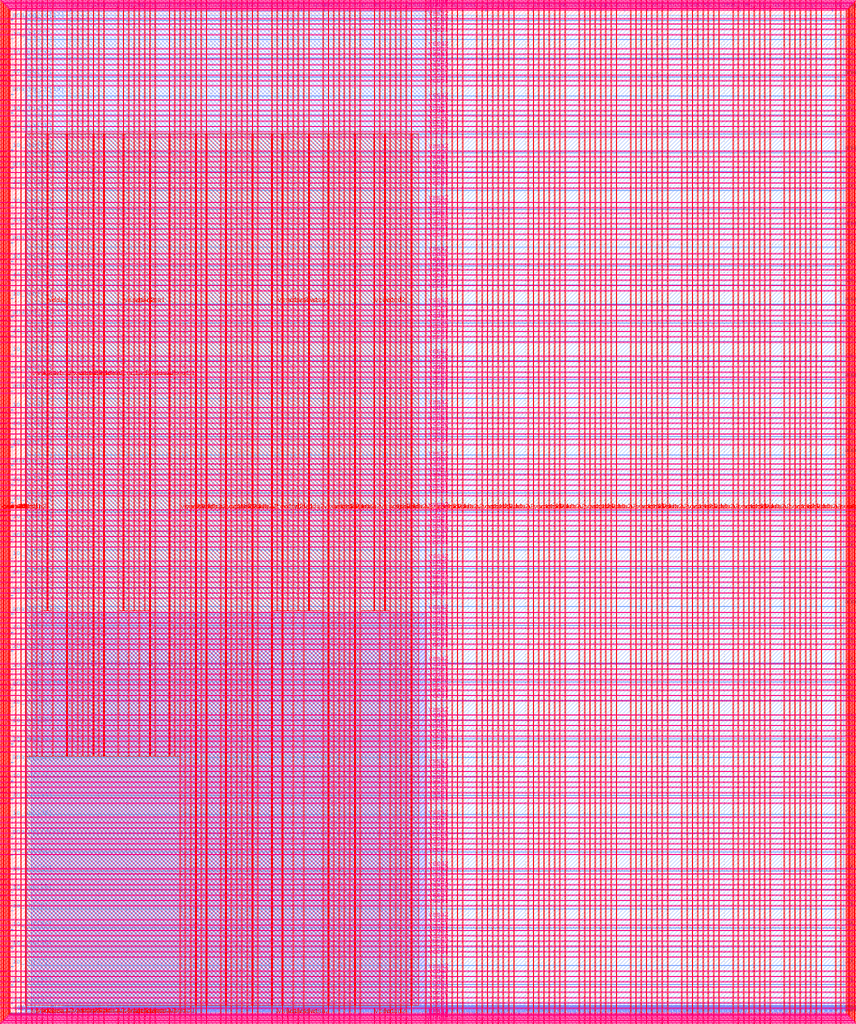
<source format=lef>
VERSION 5.7 ;
  NOWIREEXTENSIONATPIN ON ;
  DIVIDERCHAR "/" ;
  BUSBITCHARS "[]" ;
MACRO user_project_wrapper
  CLASS BLOCK ;
  FOREIGN user_project_wrapper ;
  ORIGIN 0.000 0.000 ;
  SIZE 2920.000 BY 3520.000 ;
  PIN analog_io[0]
    DIRECTION INOUT ;
    USE SIGNAL ;
    PORT
      LAYER met3 ;
        RECT 2917.600 1426.380 2924.800 1427.580 ;
    END
  END analog_io[0]
  PIN analog_io[10]
    DIRECTION INOUT ;
    USE SIGNAL ;
    PORT
      LAYER met2 ;
        RECT 2230.490 3517.600 2231.050 3524.800 ;
    END
  END analog_io[10]
  PIN analog_io[11]
    DIRECTION INOUT ;
    USE SIGNAL ;
    PORT
      LAYER met2 ;
        RECT 1905.730 3517.600 1906.290 3524.800 ;
    END
  END analog_io[11]
  PIN analog_io[12]
    DIRECTION INOUT ;
    USE SIGNAL ;
    PORT
      LAYER met2 ;
        RECT 1581.430 3517.600 1581.990 3524.800 ;
    END
  END analog_io[12]
  PIN analog_io[13]
    DIRECTION INOUT ;
    USE SIGNAL ;
    PORT
      LAYER met2 ;
        RECT 1257.130 3517.600 1257.690 3524.800 ;
    END
  END analog_io[13]
  PIN analog_io[14]
    DIRECTION INOUT ;
    USE SIGNAL ;
    PORT
      LAYER met2 ;
        RECT 932.370 3517.600 932.930 3524.800 ;
    END
  END analog_io[14]
  PIN analog_io[15]
    DIRECTION INOUT ;
    USE SIGNAL ;
    PORT
      LAYER met2 ;
        RECT 608.070 3517.600 608.630 3524.800 ;
    END
  END analog_io[15]
  PIN analog_io[16]
    DIRECTION INOUT ;
    USE SIGNAL ;
    PORT
      LAYER met2 ;
        RECT 283.770 3517.600 284.330 3524.800 ;
    END
  END analog_io[16]
  PIN analog_io[17]
    DIRECTION INOUT ;
    USE SIGNAL ;
    PORT
      LAYER met3 ;
        RECT -4.800 3486.100 2.400 3487.300 ;
    END
  END analog_io[17]
  PIN analog_io[18]
    DIRECTION INOUT ;
    USE SIGNAL ;
    PORT
      LAYER met3 ;
        RECT -4.800 3224.980 2.400 3226.180 ;
    END
  END analog_io[18]
  PIN analog_io[19]
    DIRECTION INOUT ;
    USE SIGNAL ;
    PORT
      LAYER met3 ;
        RECT -4.800 2964.540 2.400 2965.740 ;
    END
  END analog_io[19]
  PIN analog_io[1]
    DIRECTION INOUT ;
    USE SIGNAL ;
    PORT
      LAYER met3 ;
        RECT 2917.600 1692.260 2924.800 1693.460 ;
    END
  END analog_io[1]
  PIN analog_io[20]
    DIRECTION INOUT ;
    USE SIGNAL ;
    PORT
      LAYER met3 ;
        RECT -4.800 2703.420 2.400 2704.620 ;
    END
  END analog_io[20]
  PIN analog_io[21]
    DIRECTION INOUT ;
    USE SIGNAL ;
    PORT
      LAYER met3 ;
        RECT -4.800 2442.980 2.400 2444.180 ;
    END
  END analog_io[21]
  PIN analog_io[22]
    DIRECTION INOUT ;
    USE SIGNAL ;
    PORT
      LAYER met3 ;
        RECT -4.800 2182.540 2.400 2183.740 ;
    END
  END analog_io[22]
  PIN analog_io[23]
    DIRECTION INOUT ;
    USE SIGNAL ;
    PORT
      LAYER met3 ;
        RECT -4.800 1921.420 2.400 1922.620 ;
    END
  END analog_io[23]
  PIN analog_io[24]
    DIRECTION INOUT ;
    USE SIGNAL ;
    PORT
      LAYER met3 ;
        RECT -4.800 1660.980 2.400 1662.180 ;
    END
  END analog_io[24]
  PIN analog_io[25]
    DIRECTION INOUT ;
    USE SIGNAL ;
    PORT
      LAYER met3 ;
        RECT -4.800 1399.860 2.400 1401.060 ;
    END
  END analog_io[25]
  PIN analog_io[26]
    DIRECTION INOUT ;
    USE SIGNAL ;
    PORT
      LAYER met3 ;
        RECT -4.800 1139.420 2.400 1140.620 ;
    END
  END analog_io[26]
  PIN analog_io[27]
    DIRECTION INOUT ;
    USE SIGNAL ;
    PORT
      LAYER met3 ;
        RECT -4.800 878.980 2.400 880.180 ;
    END
  END analog_io[27]
  PIN analog_io[28]
    DIRECTION INOUT ;
    USE SIGNAL ;
    PORT
      LAYER met3 ;
        RECT -4.800 617.860 2.400 619.060 ;
    END
  END analog_io[28]
  PIN analog_io[2]
    DIRECTION INOUT ;
    USE SIGNAL ;
    PORT
      LAYER met3 ;
        RECT 2917.600 1958.140 2924.800 1959.340 ;
    END
  END analog_io[2]
  PIN analog_io[3]
    DIRECTION INOUT ;
    USE SIGNAL ;
    PORT
      LAYER met3 ;
        RECT 2917.600 2223.340 2924.800 2224.540 ;
    END
  END analog_io[3]
  PIN analog_io[4]
    DIRECTION INOUT ;
    USE SIGNAL ;
    PORT
      LAYER met3 ;
        RECT 2917.600 2489.220 2924.800 2490.420 ;
    END
  END analog_io[4]
  PIN analog_io[5]
    DIRECTION INOUT ;
    USE SIGNAL ;
    PORT
      LAYER met3 ;
        RECT 2917.600 2755.100 2924.800 2756.300 ;
    END
  END analog_io[5]
  PIN analog_io[6]
    DIRECTION INOUT ;
    USE SIGNAL ;
    PORT
      LAYER met3 ;
        RECT 2917.600 3020.300 2924.800 3021.500 ;
    END
  END analog_io[6]
  PIN analog_io[7]
    DIRECTION INOUT ;
    USE SIGNAL ;
    PORT
      LAYER met3 ;
        RECT 2917.600 3286.180 2924.800 3287.380 ;
    END
  END analog_io[7]
  PIN analog_io[8]
    DIRECTION INOUT ;
    USE SIGNAL ;
    PORT
      LAYER met2 ;
        RECT 2879.090 3517.600 2879.650 3524.800 ;
    END
  END analog_io[8]
  PIN analog_io[9]
    DIRECTION INOUT ;
    USE SIGNAL ;
    PORT
      LAYER met2 ;
        RECT 2554.790 3517.600 2555.350 3524.800 ;
    END
  END analog_io[9]
  PIN io_in[0]
    DIRECTION INPUT ;
    USE SIGNAL ;
    PORT
      LAYER met3 ;
        RECT 2917.600 32.380 2924.800 33.580 ;
    END
  END io_in[0]
  PIN io_in[10]
    DIRECTION INPUT ;
    USE SIGNAL ;
    PORT
      LAYER met3 ;
        RECT 2917.600 2289.980 2924.800 2291.180 ;
    END
  END io_in[10]
  PIN io_in[11]
    DIRECTION INPUT ;
    USE SIGNAL ;
    PORT
      LAYER met3 ;
        RECT 2917.600 2555.860 2924.800 2557.060 ;
    END
  END io_in[11]
  PIN io_in[12]
    DIRECTION INPUT ;
    USE SIGNAL ;
    PORT
      LAYER met3 ;
        RECT 2917.600 2821.060 2924.800 2822.260 ;
    END
  END io_in[12]
  PIN io_in[13]
    DIRECTION INPUT ;
    USE SIGNAL ;
    PORT
      LAYER met3 ;
        RECT 2917.600 3086.940 2924.800 3088.140 ;
    END
  END io_in[13]
  PIN io_in[14]
    DIRECTION INPUT ;
    USE SIGNAL ;
    PORT
      LAYER met3 ;
        RECT 2917.600 3352.820 2924.800 3354.020 ;
    END
  END io_in[14]
  PIN io_in[15]
    DIRECTION INPUT ;
    USE SIGNAL ;
    PORT
      LAYER met2 ;
        RECT 2798.130 3517.600 2798.690 3524.800 ;
    END
  END io_in[15]
  PIN io_in[16]
    DIRECTION INPUT ;
    USE SIGNAL ;
    PORT
      LAYER met2 ;
        RECT 2473.830 3517.600 2474.390 3524.800 ;
    END
  END io_in[16]
  PIN io_in[17]
    DIRECTION INPUT ;
    USE SIGNAL ;
    PORT
      LAYER met2 ;
        RECT 2149.070 3517.600 2149.630 3524.800 ;
    END
  END io_in[17]
  PIN io_in[18]
    DIRECTION INPUT ;
    USE SIGNAL ;
    PORT
      LAYER met2 ;
        RECT 1824.770 3517.600 1825.330 3524.800 ;
    END
  END io_in[18]
  PIN io_in[19]
    DIRECTION INPUT ;
    USE SIGNAL ;
    PORT
      LAYER met2 ;
        RECT 1500.470 3517.600 1501.030 3524.800 ;
    END
  END io_in[19]
  PIN io_in[1]
    DIRECTION INPUT ;
    USE SIGNAL ;
    PORT
      LAYER met3 ;
        RECT 2917.600 230.940 2924.800 232.140 ;
    END
  END io_in[1]
  PIN io_in[20]
    DIRECTION INPUT ;
    USE SIGNAL ;
    PORT
      LAYER met2 ;
        RECT 1175.710 3517.600 1176.270 3524.800 ;
    END
  END io_in[20]
  PIN io_in[21]
    DIRECTION INPUT ;
    USE SIGNAL ;
    PORT
      LAYER met2 ;
        RECT 851.410 3517.600 851.970 3524.800 ;
    END
  END io_in[21]
  PIN io_in[22]
    DIRECTION INPUT ;
    USE SIGNAL ;
    PORT
      LAYER met2 ;
        RECT 527.110 3517.600 527.670 3524.800 ;
    END
  END io_in[22]
  PIN io_in[23]
    DIRECTION INPUT ;
    USE SIGNAL ;
    PORT
      LAYER met2 ;
        RECT 202.350 3517.600 202.910 3524.800 ;
    END
  END io_in[23]
  PIN io_in[24]
    DIRECTION INPUT ;
    USE SIGNAL ;
    PORT
      LAYER met3 ;
        RECT -4.800 3420.820 2.400 3422.020 ;
    END
  END io_in[24]
  PIN io_in[25]
    DIRECTION INPUT ;
    USE SIGNAL ;
    PORT
      LAYER met3 ;
        RECT -4.800 3159.700 2.400 3160.900 ;
    END
  END io_in[25]
  PIN io_in[26]
    DIRECTION INPUT ;
    USE SIGNAL ;
    PORT
      LAYER met3 ;
        RECT -4.800 2899.260 2.400 2900.460 ;
    END
  END io_in[26]
  PIN io_in[27]
    DIRECTION INPUT ;
    USE SIGNAL ;
    PORT
      LAYER met3 ;
        RECT -4.800 2638.820 2.400 2640.020 ;
    END
  END io_in[27]
  PIN io_in[28]
    DIRECTION INPUT ;
    USE SIGNAL ;
    PORT
      LAYER met3 ;
        RECT -4.800 2377.700 2.400 2378.900 ;
    END
  END io_in[28]
  PIN io_in[29]
    DIRECTION INPUT ;
    USE SIGNAL ;
    PORT
      LAYER met3 ;
        RECT -4.800 2117.260 2.400 2118.460 ;
    END
  END io_in[29]
  PIN io_in[2]
    DIRECTION INPUT ;
    USE SIGNAL ;
    PORT
      LAYER met3 ;
        RECT 2917.600 430.180 2924.800 431.380 ;
    END
  END io_in[2]
  PIN io_in[30]
    DIRECTION INPUT ;
    USE SIGNAL ;
    PORT
      LAYER met3 ;
        RECT -4.800 1856.140 2.400 1857.340 ;
    END
  END io_in[30]
  PIN io_in[31]
    DIRECTION INPUT ;
    USE SIGNAL ;
    PORT
      LAYER met3 ;
        RECT -4.800 1595.700 2.400 1596.900 ;
    END
  END io_in[31]
  PIN io_in[32]
    DIRECTION INPUT ;
    USE SIGNAL ;
    PORT
      LAYER met3 ;
        RECT -4.800 1335.260 2.400 1336.460 ;
    END
  END io_in[32]
  PIN io_in[33]
    DIRECTION INPUT ;
    USE SIGNAL ;
    PORT
      LAYER met3 ;
        RECT -4.800 1074.140 2.400 1075.340 ;
    END
  END io_in[33]
  PIN io_in[34]
    DIRECTION INPUT ;
    USE SIGNAL ;
    PORT
      LAYER met3 ;
        RECT -4.800 813.700 2.400 814.900 ;
    END
  END io_in[34]
  PIN io_in[35]
    DIRECTION INPUT ;
    USE SIGNAL ;
    PORT
      LAYER met3 ;
        RECT -4.800 552.580 2.400 553.780 ;
    END
  END io_in[35]
  PIN io_in[36]
    DIRECTION INPUT ;
    USE SIGNAL ;
    PORT
      LAYER met3 ;
        RECT -4.800 357.420 2.400 358.620 ;
    END
  END io_in[36]
  PIN io_in[37]
    DIRECTION INPUT ;
    USE SIGNAL ;
    PORT
      LAYER met3 ;
        RECT -4.800 161.580 2.400 162.780 ;
    END
  END io_in[37]
  PIN io_in[3]
    DIRECTION INPUT ;
    USE SIGNAL ;
    PORT
      LAYER met3 ;
        RECT 2917.600 629.420 2924.800 630.620 ;
    END
  END io_in[3]
  PIN io_in[4]
    DIRECTION INPUT ;
    USE SIGNAL ;
    PORT
      LAYER met3 ;
        RECT 2917.600 828.660 2924.800 829.860 ;
    END
  END io_in[4]
  PIN io_in[5]
    DIRECTION INPUT ;
    USE SIGNAL ;
    PORT
      LAYER met3 ;
        RECT 2917.600 1027.900 2924.800 1029.100 ;
    END
  END io_in[5]
  PIN io_in[6]
    DIRECTION INPUT ;
    USE SIGNAL ;
    PORT
      LAYER met3 ;
        RECT 2917.600 1227.140 2924.800 1228.340 ;
    END
  END io_in[6]
  PIN io_in[7]
    DIRECTION INPUT ;
    USE SIGNAL ;
    PORT
      LAYER met3 ;
        RECT 2917.600 1493.020 2924.800 1494.220 ;
    END
  END io_in[7]
  PIN io_in[8]
    DIRECTION INPUT ;
    USE SIGNAL ;
    PORT
      LAYER met3 ;
        RECT 2917.600 1758.900 2924.800 1760.100 ;
    END
  END io_in[8]
  PIN io_in[9]
    DIRECTION INPUT ;
    USE SIGNAL ;
    PORT
      LAYER met3 ;
        RECT 2917.600 2024.100 2924.800 2025.300 ;
    END
  END io_in[9]
  PIN io_oeb[0]
    DIRECTION OUTPUT TRISTATE ;
    USE SIGNAL ;
    PORT
      LAYER met3 ;
        RECT 2917.600 164.980 2924.800 166.180 ;
    END
  END io_oeb[0]
  PIN io_oeb[10]
    DIRECTION OUTPUT TRISTATE ;
    USE SIGNAL ;
    PORT
      LAYER met3 ;
        RECT 2917.600 2422.580 2924.800 2423.780 ;
    END
  END io_oeb[10]
  PIN io_oeb[11]
    DIRECTION OUTPUT TRISTATE ;
    USE SIGNAL ;
    PORT
      LAYER met3 ;
        RECT 2917.600 2688.460 2924.800 2689.660 ;
    END
  END io_oeb[11]
  PIN io_oeb[12]
    DIRECTION OUTPUT TRISTATE ;
    USE SIGNAL ;
    PORT
      LAYER met3 ;
        RECT 2917.600 2954.340 2924.800 2955.540 ;
    END
  END io_oeb[12]
  PIN io_oeb[13]
    DIRECTION OUTPUT TRISTATE ;
    USE SIGNAL ;
    PORT
      LAYER met3 ;
        RECT 2917.600 3219.540 2924.800 3220.740 ;
    END
  END io_oeb[13]
  PIN io_oeb[14]
    DIRECTION OUTPUT TRISTATE ;
    USE SIGNAL ;
    PORT
      LAYER met3 ;
        RECT 2917.600 3485.420 2924.800 3486.620 ;
    END
  END io_oeb[14]
  PIN io_oeb[15]
    DIRECTION OUTPUT TRISTATE ;
    USE SIGNAL ;
    PORT
      LAYER met2 ;
        RECT 2635.750 3517.600 2636.310 3524.800 ;
    END
  END io_oeb[15]
  PIN io_oeb[16]
    DIRECTION OUTPUT TRISTATE ;
    USE SIGNAL ;
    PORT
      LAYER met2 ;
        RECT 2311.450 3517.600 2312.010 3524.800 ;
    END
  END io_oeb[16]
  PIN io_oeb[17]
    DIRECTION OUTPUT TRISTATE ;
    USE SIGNAL ;
    PORT
      LAYER met2 ;
        RECT 1987.150 3517.600 1987.710 3524.800 ;
    END
  END io_oeb[17]
  PIN io_oeb[18]
    DIRECTION OUTPUT TRISTATE ;
    USE SIGNAL ;
    PORT
      LAYER met2 ;
        RECT 1662.390 3517.600 1662.950 3524.800 ;
    END
  END io_oeb[18]
  PIN io_oeb[19]
    DIRECTION OUTPUT TRISTATE ;
    USE SIGNAL ;
    PORT
      LAYER met2 ;
        RECT 1338.090 3517.600 1338.650 3524.800 ;
    END
  END io_oeb[19]
  PIN io_oeb[1]
    DIRECTION OUTPUT TRISTATE ;
    USE SIGNAL ;
    PORT
      LAYER met3 ;
        RECT 2917.600 364.220 2924.800 365.420 ;
    END
  END io_oeb[1]
  PIN io_oeb[20]
    DIRECTION OUTPUT TRISTATE ;
    USE SIGNAL ;
    PORT
      LAYER met2 ;
        RECT 1013.790 3517.600 1014.350 3524.800 ;
    END
  END io_oeb[20]
  PIN io_oeb[21]
    DIRECTION OUTPUT TRISTATE ;
    USE SIGNAL ;
    PORT
      LAYER met2 ;
        RECT 689.030 3517.600 689.590 3524.800 ;
    END
  END io_oeb[21]
  PIN io_oeb[22]
    DIRECTION OUTPUT TRISTATE ;
    USE SIGNAL ;
    PORT
      LAYER met2 ;
        RECT 364.730 3517.600 365.290 3524.800 ;
    END
  END io_oeb[22]
  PIN io_oeb[23]
    DIRECTION OUTPUT TRISTATE ;
    USE SIGNAL ;
    PORT
      LAYER met2 ;
        RECT 40.430 3517.600 40.990 3524.800 ;
    END
  END io_oeb[23]
  PIN io_oeb[24]
    DIRECTION OUTPUT TRISTATE ;
    USE SIGNAL ;
    PORT
      LAYER met3 ;
        RECT -4.800 3290.260 2.400 3291.460 ;
    END
  END io_oeb[24]
  PIN io_oeb[25]
    DIRECTION OUTPUT TRISTATE ;
    USE SIGNAL ;
    PORT
      LAYER met3 ;
        RECT -4.800 3029.820 2.400 3031.020 ;
    END
  END io_oeb[25]
  PIN io_oeb[26]
    DIRECTION OUTPUT TRISTATE ;
    USE SIGNAL ;
    PORT
      LAYER met3 ;
        RECT -4.800 2768.700 2.400 2769.900 ;
    END
  END io_oeb[26]
  PIN io_oeb[27]
    DIRECTION OUTPUT TRISTATE ;
    USE SIGNAL ;
    PORT
      LAYER met3 ;
        RECT -4.800 2508.260 2.400 2509.460 ;
    END
  END io_oeb[27]
  PIN io_oeb[28]
    DIRECTION OUTPUT TRISTATE ;
    USE SIGNAL ;
    PORT
      LAYER met3 ;
        RECT -4.800 2247.140 2.400 2248.340 ;
    END
  END io_oeb[28]
  PIN io_oeb[29]
    DIRECTION OUTPUT TRISTATE ;
    USE SIGNAL ;
    PORT
      LAYER met3 ;
        RECT -4.800 1986.700 2.400 1987.900 ;
    END
  END io_oeb[29]
  PIN io_oeb[2]
    DIRECTION OUTPUT TRISTATE ;
    USE SIGNAL ;
    PORT
      LAYER met3 ;
        RECT 2917.600 563.460 2924.800 564.660 ;
    END
  END io_oeb[2]
  PIN io_oeb[30]
    DIRECTION OUTPUT TRISTATE ;
    USE SIGNAL ;
    PORT
      LAYER met3 ;
        RECT -4.800 1726.260 2.400 1727.460 ;
    END
  END io_oeb[30]
  PIN io_oeb[31]
    DIRECTION OUTPUT TRISTATE ;
    USE SIGNAL ;
    PORT
      LAYER met3 ;
        RECT -4.800 1465.140 2.400 1466.340 ;
    END
  END io_oeb[31]
  PIN io_oeb[32]
    DIRECTION OUTPUT TRISTATE ;
    USE SIGNAL ;
    PORT
      LAYER met3 ;
        RECT -4.800 1204.700 2.400 1205.900 ;
    END
  END io_oeb[32]
  PIN io_oeb[33]
    DIRECTION OUTPUT TRISTATE ;
    USE SIGNAL ;
    PORT
      LAYER met3 ;
        RECT -4.800 943.580 2.400 944.780 ;
    END
  END io_oeb[33]
  PIN io_oeb[34]
    DIRECTION OUTPUT TRISTATE ;
    USE SIGNAL ;
    PORT
      LAYER met3 ;
        RECT -4.800 683.140 2.400 684.340 ;
    END
  END io_oeb[34]
  PIN io_oeb[35]
    DIRECTION OUTPUT TRISTATE ;
    USE SIGNAL ;
    PORT
      LAYER met3 ;
        RECT -4.800 422.700 2.400 423.900 ;
    END
  END io_oeb[35]
  PIN io_oeb[36]
    DIRECTION OUTPUT TRISTATE ;
    USE SIGNAL ;
    PORT
      LAYER met3 ;
        RECT -4.800 226.860 2.400 228.060 ;
    END
  END io_oeb[36]
  PIN io_oeb[37]
    DIRECTION OUTPUT TRISTATE ;
    USE SIGNAL ;
    PORT
      LAYER met3 ;
        RECT -4.800 31.700 2.400 32.900 ;
    END
  END io_oeb[37]
  PIN io_oeb[3]
    DIRECTION OUTPUT TRISTATE ;
    USE SIGNAL ;
    PORT
      LAYER met3 ;
        RECT 2917.600 762.700 2924.800 763.900 ;
    END
  END io_oeb[3]
  PIN io_oeb[4]
    DIRECTION OUTPUT TRISTATE ;
    USE SIGNAL ;
    PORT
      LAYER met3 ;
        RECT 2917.600 961.940 2924.800 963.140 ;
    END
  END io_oeb[4]
  PIN io_oeb[5]
    DIRECTION OUTPUT TRISTATE ;
    USE SIGNAL ;
    PORT
      LAYER met3 ;
        RECT 2917.600 1161.180 2924.800 1162.380 ;
    END
  END io_oeb[5]
  PIN io_oeb[6]
    DIRECTION OUTPUT TRISTATE ;
    USE SIGNAL ;
    PORT
      LAYER met3 ;
        RECT 2917.600 1360.420 2924.800 1361.620 ;
    END
  END io_oeb[6]
  PIN io_oeb[7]
    DIRECTION OUTPUT TRISTATE ;
    USE SIGNAL ;
    PORT
      LAYER met3 ;
        RECT 2917.600 1625.620 2924.800 1626.820 ;
    END
  END io_oeb[7]
  PIN io_oeb[8]
    DIRECTION OUTPUT TRISTATE ;
    USE SIGNAL ;
    PORT
      LAYER met3 ;
        RECT 2917.600 1891.500 2924.800 1892.700 ;
    END
  END io_oeb[8]
  PIN io_oeb[9]
    DIRECTION OUTPUT TRISTATE ;
    USE SIGNAL ;
    PORT
      LAYER met3 ;
        RECT 2917.600 2157.380 2924.800 2158.580 ;
    END
  END io_oeb[9]
  PIN io_out[0]
    DIRECTION OUTPUT TRISTATE ;
    USE SIGNAL ;
    PORT
      LAYER met3 ;
        RECT 2917.600 98.340 2924.800 99.540 ;
    END
  END io_out[0]
  PIN io_out[10]
    DIRECTION OUTPUT TRISTATE ;
    USE SIGNAL ;
    PORT
      LAYER met3 ;
        RECT 2917.600 2356.620 2924.800 2357.820 ;
    END
  END io_out[10]
  PIN io_out[11]
    DIRECTION OUTPUT TRISTATE ;
    USE SIGNAL ;
    PORT
      LAYER met3 ;
        RECT 2917.600 2621.820 2924.800 2623.020 ;
    END
  END io_out[11]
  PIN io_out[12]
    DIRECTION OUTPUT TRISTATE ;
    USE SIGNAL ;
    PORT
      LAYER met3 ;
        RECT 2917.600 2887.700 2924.800 2888.900 ;
    END
  END io_out[12]
  PIN io_out[13]
    DIRECTION OUTPUT TRISTATE ;
    USE SIGNAL ;
    PORT
      LAYER met3 ;
        RECT 2917.600 3153.580 2924.800 3154.780 ;
    END
  END io_out[13]
  PIN io_out[14]
    DIRECTION OUTPUT TRISTATE ;
    USE SIGNAL ;
    PORT
      LAYER met3 ;
        RECT 2917.600 3418.780 2924.800 3419.980 ;
    END
  END io_out[14]
  PIN io_out[15]
    DIRECTION OUTPUT TRISTATE ;
    USE SIGNAL ;
    PORT
      LAYER met2 ;
        RECT 2717.170 3517.600 2717.730 3524.800 ;
    END
  END io_out[15]
  PIN io_out[16]
    DIRECTION OUTPUT TRISTATE ;
    USE SIGNAL ;
    PORT
      LAYER met2 ;
        RECT 2392.410 3517.600 2392.970 3524.800 ;
    END
  END io_out[16]
  PIN io_out[17]
    DIRECTION OUTPUT TRISTATE ;
    USE SIGNAL ;
    PORT
      LAYER met2 ;
        RECT 2068.110 3517.600 2068.670 3524.800 ;
    END
  END io_out[17]
  PIN io_out[18]
    DIRECTION OUTPUT TRISTATE ;
    USE SIGNAL ;
    PORT
      LAYER met2 ;
        RECT 1743.810 3517.600 1744.370 3524.800 ;
    END
  END io_out[18]
  PIN io_out[19]
    DIRECTION OUTPUT TRISTATE ;
    USE SIGNAL ;
    PORT
      LAYER met2 ;
        RECT 1419.050 3517.600 1419.610 3524.800 ;
    END
  END io_out[19]
  PIN io_out[1]
    DIRECTION OUTPUT TRISTATE ;
    USE SIGNAL ;
    PORT
      LAYER met3 ;
        RECT 2917.600 297.580 2924.800 298.780 ;
    END
  END io_out[1]
  PIN io_out[20]
    DIRECTION OUTPUT TRISTATE ;
    USE SIGNAL ;
    PORT
      LAYER met2 ;
        RECT 1094.750 3517.600 1095.310 3524.800 ;
    END
  END io_out[20]
  PIN io_out[21]
    DIRECTION OUTPUT TRISTATE ;
    USE SIGNAL ;
    PORT
      LAYER met2 ;
        RECT 770.450 3517.600 771.010 3524.800 ;
    END
  END io_out[21]
  PIN io_out[22]
    DIRECTION OUTPUT TRISTATE ;
    USE SIGNAL ;
    PORT
      LAYER met2 ;
        RECT 445.690 3517.600 446.250 3524.800 ;
    END
  END io_out[22]
  PIN io_out[23]
    DIRECTION OUTPUT TRISTATE ;
    USE SIGNAL ;
    PORT
      LAYER met2 ;
        RECT 121.390 3517.600 121.950 3524.800 ;
    END
  END io_out[23]
  PIN io_out[24]
    DIRECTION OUTPUT TRISTATE ;
    USE SIGNAL ;
    PORT
      LAYER met3 ;
        RECT -4.800 3355.540 2.400 3356.740 ;
    END
  END io_out[24]
  PIN io_out[25]
    DIRECTION OUTPUT TRISTATE ;
    USE SIGNAL ;
    PORT
      LAYER met3 ;
        RECT -4.800 3095.100 2.400 3096.300 ;
    END
  END io_out[25]
  PIN io_out[26]
    DIRECTION OUTPUT TRISTATE ;
    USE SIGNAL ;
    PORT
      LAYER met3 ;
        RECT -4.800 2833.980 2.400 2835.180 ;
    END
  END io_out[26]
  PIN io_out[27]
    DIRECTION OUTPUT TRISTATE ;
    USE SIGNAL ;
    PORT
      LAYER met3 ;
        RECT -4.800 2573.540 2.400 2574.740 ;
    END
  END io_out[27]
  PIN io_out[28]
    DIRECTION OUTPUT TRISTATE ;
    USE SIGNAL ;
    PORT
      LAYER met3 ;
        RECT -4.800 2312.420 2.400 2313.620 ;
    END
  END io_out[28]
  PIN io_out[29]
    DIRECTION OUTPUT TRISTATE ;
    USE SIGNAL ;
    PORT
      LAYER met3 ;
        RECT -4.800 2051.980 2.400 2053.180 ;
    END
  END io_out[29]
  PIN io_out[2]
    DIRECTION OUTPUT TRISTATE ;
    USE SIGNAL ;
    PORT
      LAYER met3 ;
        RECT 2917.600 496.820 2924.800 498.020 ;
    END
  END io_out[2]
  PIN io_out[30]
    DIRECTION OUTPUT TRISTATE ;
    USE SIGNAL ;
    PORT
      LAYER met3 ;
        RECT -4.800 1791.540 2.400 1792.740 ;
    END
  END io_out[30]
  PIN io_out[31]
    DIRECTION OUTPUT TRISTATE ;
    USE SIGNAL ;
    PORT
      LAYER met3 ;
        RECT -4.800 1530.420 2.400 1531.620 ;
    END
  END io_out[31]
  PIN io_out[32]
    DIRECTION OUTPUT TRISTATE ;
    USE SIGNAL ;
    PORT
      LAYER met3 ;
        RECT -4.800 1269.980 2.400 1271.180 ;
    END
  END io_out[32]
  PIN io_out[33]
    DIRECTION OUTPUT TRISTATE ;
    USE SIGNAL ;
    PORT
      LAYER met3 ;
        RECT -4.800 1008.860 2.400 1010.060 ;
    END
  END io_out[33]
  PIN io_out[34]
    DIRECTION OUTPUT TRISTATE ;
    USE SIGNAL ;
    PORT
      LAYER met3 ;
        RECT -4.800 748.420 2.400 749.620 ;
    END
  END io_out[34]
  PIN io_out[35]
    DIRECTION OUTPUT TRISTATE ;
    USE SIGNAL ;
    PORT
      LAYER met3 ;
        RECT -4.800 487.300 2.400 488.500 ;
    END
  END io_out[35]
  PIN io_out[36]
    DIRECTION OUTPUT TRISTATE ;
    USE SIGNAL ;
    PORT
      LAYER met3 ;
        RECT -4.800 292.140 2.400 293.340 ;
    END
  END io_out[36]
  PIN io_out[37]
    DIRECTION OUTPUT TRISTATE ;
    USE SIGNAL ;
    PORT
      LAYER met3 ;
        RECT -4.800 96.300 2.400 97.500 ;
    END
  END io_out[37]
  PIN io_out[3]
    DIRECTION OUTPUT TRISTATE ;
    USE SIGNAL ;
    PORT
      LAYER met3 ;
        RECT 2917.600 696.060 2924.800 697.260 ;
    END
  END io_out[3]
  PIN io_out[4]
    DIRECTION OUTPUT TRISTATE ;
    USE SIGNAL ;
    PORT
      LAYER met3 ;
        RECT 2917.600 895.300 2924.800 896.500 ;
    END
  END io_out[4]
  PIN io_out[5]
    DIRECTION OUTPUT TRISTATE ;
    USE SIGNAL ;
    PORT
      LAYER met3 ;
        RECT 2917.600 1094.540 2924.800 1095.740 ;
    END
  END io_out[5]
  PIN io_out[6]
    DIRECTION OUTPUT TRISTATE ;
    USE SIGNAL ;
    PORT
      LAYER met3 ;
        RECT 2917.600 1293.780 2924.800 1294.980 ;
    END
  END io_out[6]
  PIN io_out[7]
    DIRECTION OUTPUT TRISTATE ;
    USE SIGNAL ;
    PORT
      LAYER met3 ;
        RECT 2917.600 1559.660 2924.800 1560.860 ;
    END
  END io_out[7]
  PIN io_out[8]
    DIRECTION OUTPUT TRISTATE ;
    USE SIGNAL ;
    PORT
      LAYER met3 ;
        RECT 2917.600 1824.860 2924.800 1826.060 ;
    END
  END io_out[8]
  PIN io_out[9]
    DIRECTION OUTPUT TRISTATE ;
    USE SIGNAL ;
    PORT
      LAYER met3 ;
        RECT 2917.600 2090.740 2924.800 2091.940 ;
    END
  END io_out[9]
  PIN la_data_in[0]
    DIRECTION INPUT ;
    USE SIGNAL ;
    PORT
      LAYER met2 ;
        RECT 629.230 -4.800 629.790 2.400 ;
    END
  END la_data_in[0]
  PIN la_data_in[100]
    DIRECTION INPUT ;
    USE SIGNAL ;
    PORT
      LAYER met2 ;
        RECT 2402.530 -4.800 2403.090 2.400 ;
    END
  END la_data_in[100]
  PIN la_data_in[101]
    DIRECTION INPUT ;
    USE SIGNAL ;
    PORT
      LAYER met2 ;
        RECT 2420.010 -4.800 2420.570 2.400 ;
    END
  END la_data_in[101]
  PIN la_data_in[102]
    DIRECTION INPUT ;
    USE SIGNAL ;
    PORT
      LAYER met2 ;
        RECT 2437.950 -4.800 2438.510 2.400 ;
    END
  END la_data_in[102]
  PIN la_data_in[103]
    DIRECTION INPUT ;
    USE SIGNAL ;
    PORT
      LAYER met2 ;
        RECT 2455.430 -4.800 2455.990 2.400 ;
    END
  END la_data_in[103]
  PIN la_data_in[104]
    DIRECTION INPUT ;
    USE SIGNAL ;
    PORT
      LAYER met2 ;
        RECT 2473.370 -4.800 2473.930 2.400 ;
    END
  END la_data_in[104]
  PIN la_data_in[105]
    DIRECTION INPUT ;
    USE SIGNAL ;
    PORT
      LAYER met2 ;
        RECT 2490.850 -4.800 2491.410 2.400 ;
    END
  END la_data_in[105]
  PIN la_data_in[106]
    DIRECTION INPUT ;
    USE SIGNAL ;
    PORT
      LAYER met2 ;
        RECT 2508.790 -4.800 2509.350 2.400 ;
    END
  END la_data_in[106]
  PIN la_data_in[107]
    DIRECTION INPUT ;
    USE SIGNAL ;
    PORT
      LAYER met2 ;
        RECT 2526.730 -4.800 2527.290 2.400 ;
    END
  END la_data_in[107]
  PIN la_data_in[108]
    DIRECTION INPUT ;
    USE SIGNAL ;
    PORT
      LAYER met2 ;
        RECT 2544.210 -4.800 2544.770 2.400 ;
    END
  END la_data_in[108]
  PIN la_data_in[109]
    DIRECTION INPUT ;
    USE SIGNAL ;
    PORT
      LAYER met2 ;
        RECT 2562.150 -4.800 2562.710 2.400 ;
    END
  END la_data_in[109]
  PIN la_data_in[10]
    DIRECTION INPUT ;
    USE SIGNAL ;
    PORT
      LAYER met2 ;
        RECT 806.330 -4.800 806.890 2.400 ;
    END
  END la_data_in[10]
  PIN la_data_in[110]
    DIRECTION INPUT ;
    USE SIGNAL ;
    PORT
      LAYER met2 ;
        RECT 2579.630 -4.800 2580.190 2.400 ;
    END
  END la_data_in[110]
  PIN la_data_in[111]
    DIRECTION INPUT ;
    USE SIGNAL ;
    PORT
      LAYER met2 ;
        RECT 2597.570 -4.800 2598.130 2.400 ;
    END
  END la_data_in[111]
  PIN la_data_in[112]
    DIRECTION INPUT ;
    USE SIGNAL ;
    PORT
      LAYER met2 ;
        RECT 2615.050 -4.800 2615.610 2.400 ;
    END
  END la_data_in[112]
  PIN la_data_in[113]
    DIRECTION INPUT ;
    USE SIGNAL ;
    PORT
      LAYER met2 ;
        RECT 2632.990 -4.800 2633.550 2.400 ;
    END
  END la_data_in[113]
  PIN la_data_in[114]
    DIRECTION INPUT ;
    USE SIGNAL ;
    PORT
      LAYER met2 ;
        RECT 2650.470 -4.800 2651.030 2.400 ;
    END
  END la_data_in[114]
  PIN la_data_in[115]
    DIRECTION INPUT ;
    USE SIGNAL ;
    PORT
      LAYER met2 ;
        RECT 2668.410 -4.800 2668.970 2.400 ;
    END
  END la_data_in[115]
  PIN la_data_in[116]
    DIRECTION INPUT ;
    USE SIGNAL ;
    PORT
      LAYER met2 ;
        RECT 2685.890 -4.800 2686.450 2.400 ;
    END
  END la_data_in[116]
  PIN la_data_in[117]
    DIRECTION INPUT ;
    USE SIGNAL ;
    PORT
      LAYER met2 ;
        RECT 2703.830 -4.800 2704.390 2.400 ;
    END
  END la_data_in[117]
  PIN la_data_in[118]
    DIRECTION INPUT ;
    USE SIGNAL ;
    PORT
      LAYER met2 ;
        RECT 2721.770 -4.800 2722.330 2.400 ;
    END
  END la_data_in[118]
  PIN la_data_in[119]
    DIRECTION INPUT ;
    USE SIGNAL ;
    PORT
      LAYER met2 ;
        RECT 2739.250 -4.800 2739.810 2.400 ;
    END
  END la_data_in[119]
  PIN la_data_in[11]
    DIRECTION INPUT ;
    USE SIGNAL ;
    PORT
      LAYER met2 ;
        RECT 824.270 -4.800 824.830 2.400 ;
    END
  END la_data_in[11]
  PIN la_data_in[120]
    DIRECTION INPUT ;
    USE SIGNAL ;
    PORT
      LAYER met2 ;
        RECT 2757.190 -4.800 2757.750 2.400 ;
    END
  END la_data_in[120]
  PIN la_data_in[121]
    DIRECTION INPUT ;
    USE SIGNAL ;
    PORT
      LAYER met2 ;
        RECT 2774.670 -4.800 2775.230 2.400 ;
    END
  END la_data_in[121]
  PIN la_data_in[122]
    DIRECTION INPUT ;
    USE SIGNAL ;
    PORT
      LAYER met2 ;
        RECT 2792.610 -4.800 2793.170 2.400 ;
    END
  END la_data_in[122]
  PIN la_data_in[123]
    DIRECTION INPUT ;
    USE SIGNAL ;
    PORT
      LAYER met2 ;
        RECT 2810.090 -4.800 2810.650 2.400 ;
    END
  END la_data_in[123]
  PIN la_data_in[124]
    DIRECTION INPUT ;
    USE SIGNAL ;
    PORT
      LAYER met2 ;
        RECT 2828.030 -4.800 2828.590 2.400 ;
    END
  END la_data_in[124]
  PIN la_data_in[125]
    DIRECTION INPUT ;
    USE SIGNAL ;
    PORT
      LAYER met2 ;
        RECT 2845.510 -4.800 2846.070 2.400 ;
    END
  END la_data_in[125]
  PIN la_data_in[126]
    DIRECTION INPUT ;
    USE SIGNAL ;
    PORT
      LAYER met2 ;
        RECT 2863.450 -4.800 2864.010 2.400 ;
    END
  END la_data_in[126]
  PIN la_data_in[127]
    DIRECTION INPUT ;
    USE SIGNAL ;
    PORT
      LAYER met2 ;
        RECT 2881.390 -4.800 2881.950 2.400 ;
    END
  END la_data_in[127]
  PIN la_data_in[12]
    DIRECTION INPUT ;
    USE SIGNAL ;
    PORT
      LAYER met2 ;
        RECT 841.750 -4.800 842.310 2.400 ;
    END
  END la_data_in[12]
  PIN la_data_in[13]
    DIRECTION INPUT ;
    USE SIGNAL ;
    PORT
      LAYER met2 ;
        RECT 859.690 -4.800 860.250 2.400 ;
    END
  END la_data_in[13]
  PIN la_data_in[14]
    DIRECTION INPUT ;
    USE SIGNAL ;
    PORT
      LAYER met2 ;
        RECT 877.170 -4.800 877.730 2.400 ;
    END
  END la_data_in[14]
  PIN la_data_in[15]
    DIRECTION INPUT ;
    USE SIGNAL ;
    PORT
      LAYER met2 ;
        RECT 895.110 -4.800 895.670 2.400 ;
    END
  END la_data_in[15]
  PIN la_data_in[16]
    DIRECTION INPUT ;
    USE SIGNAL ;
    PORT
      LAYER met2 ;
        RECT 912.590 -4.800 913.150 2.400 ;
    END
  END la_data_in[16]
  PIN la_data_in[17]
    DIRECTION INPUT ;
    USE SIGNAL ;
    PORT
      LAYER met2 ;
        RECT 930.530 -4.800 931.090 2.400 ;
    END
  END la_data_in[17]
  PIN la_data_in[18]
    DIRECTION INPUT ;
    USE SIGNAL ;
    PORT
      LAYER met2 ;
        RECT 948.470 -4.800 949.030 2.400 ;
    END
  END la_data_in[18]
  PIN la_data_in[19]
    DIRECTION INPUT ;
    USE SIGNAL ;
    PORT
      LAYER met2 ;
        RECT 965.950 -4.800 966.510 2.400 ;
    END
  END la_data_in[19]
  PIN la_data_in[1]
    DIRECTION INPUT ;
    USE SIGNAL ;
    PORT
      LAYER met2 ;
        RECT 646.710 -4.800 647.270 2.400 ;
    END
  END la_data_in[1]
  PIN la_data_in[20]
    DIRECTION INPUT ;
    USE SIGNAL ;
    PORT
      LAYER met2 ;
        RECT 983.890 -4.800 984.450 2.400 ;
    END
  END la_data_in[20]
  PIN la_data_in[21]
    DIRECTION INPUT ;
    USE SIGNAL ;
    PORT
      LAYER met2 ;
        RECT 1001.370 -4.800 1001.930 2.400 ;
    END
  END la_data_in[21]
  PIN la_data_in[22]
    DIRECTION INPUT ;
    USE SIGNAL ;
    PORT
      LAYER met2 ;
        RECT 1019.310 -4.800 1019.870 2.400 ;
    END
  END la_data_in[22]
  PIN la_data_in[23]
    DIRECTION INPUT ;
    USE SIGNAL ;
    PORT
      LAYER met2 ;
        RECT 1036.790 -4.800 1037.350 2.400 ;
    END
  END la_data_in[23]
  PIN la_data_in[24]
    DIRECTION INPUT ;
    USE SIGNAL ;
    PORT
      LAYER met2 ;
        RECT 1054.730 -4.800 1055.290 2.400 ;
    END
  END la_data_in[24]
  PIN la_data_in[25]
    DIRECTION INPUT ;
    USE SIGNAL ;
    PORT
      LAYER met2 ;
        RECT 1072.210 -4.800 1072.770 2.400 ;
    END
  END la_data_in[25]
  PIN la_data_in[26]
    DIRECTION INPUT ;
    USE SIGNAL ;
    PORT
      LAYER met2 ;
        RECT 1090.150 -4.800 1090.710 2.400 ;
    END
  END la_data_in[26]
  PIN la_data_in[27]
    DIRECTION INPUT ;
    USE SIGNAL ;
    PORT
      LAYER met2 ;
        RECT 1107.630 -4.800 1108.190 2.400 ;
    END
  END la_data_in[27]
  PIN la_data_in[28]
    DIRECTION INPUT ;
    USE SIGNAL ;
    PORT
      LAYER met2 ;
        RECT 1125.570 -4.800 1126.130 2.400 ;
    END
  END la_data_in[28]
  PIN la_data_in[29]
    DIRECTION INPUT ;
    USE SIGNAL ;
    PORT
      LAYER met2 ;
        RECT 1143.510 -4.800 1144.070 2.400 ;
    END
  END la_data_in[29]
  PIN la_data_in[2]
    DIRECTION INPUT ;
    USE SIGNAL ;
    PORT
      LAYER met2 ;
        RECT 664.650 -4.800 665.210 2.400 ;
    END
  END la_data_in[2]
  PIN la_data_in[30]
    DIRECTION INPUT ;
    USE SIGNAL ;
    PORT
      LAYER met2 ;
        RECT 1160.990 -4.800 1161.550 2.400 ;
    END
  END la_data_in[30]
  PIN la_data_in[31]
    DIRECTION INPUT ;
    USE SIGNAL ;
    PORT
      LAYER met2 ;
        RECT 1178.930 -4.800 1179.490 2.400 ;
    END
  END la_data_in[31]
  PIN la_data_in[32]
    DIRECTION INPUT ;
    USE SIGNAL ;
    PORT
      LAYER met2 ;
        RECT 1196.410 -4.800 1196.970 2.400 ;
    END
  END la_data_in[32]
  PIN la_data_in[33]
    DIRECTION INPUT ;
    USE SIGNAL ;
    PORT
      LAYER met2 ;
        RECT 1214.350 -4.800 1214.910 2.400 ;
    END
  END la_data_in[33]
  PIN la_data_in[34]
    DIRECTION INPUT ;
    USE SIGNAL ;
    PORT
      LAYER met2 ;
        RECT 1231.830 -4.800 1232.390 2.400 ;
    END
  END la_data_in[34]
  PIN la_data_in[35]
    DIRECTION INPUT ;
    USE SIGNAL ;
    PORT
      LAYER met2 ;
        RECT 1249.770 -4.800 1250.330 2.400 ;
    END
  END la_data_in[35]
  PIN la_data_in[36]
    DIRECTION INPUT ;
    USE SIGNAL ;
    PORT
      LAYER met2 ;
        RECT 1267.250 -4.800 1267.810 2.400 ;
    END
  END la_data_in[36]
  PIN la_data_in[37]
    DIRECTION INPUT ;
    USE SIGNAL ;
    PORT
      LAYER met2 ;
        RECT 1285.190 -4.800 1285.750 2.400 ;
    END
  END la_data_in[37]
  PIN la_data_in[38]
    DIRECTION INPUT ;
    USE SIGNAL ;
    PORT
      LAYER met2 ;
        RECT 1303.130 -4.800 1303.690 2.400 ;
    END
  END la_data_in[38]
  PIN la_data_in[39]
    DIRECTION INPUT ;
    USE SIGNAL ;
    PORT
      LAYER met2 ;
        RECT 1320.610 -4.800 1321.170 2.400 ;
    END
  END la_data_in[39]
  PIN la_data_in[3]
    DIRECTION INPUT ;
    USE SIGNAL ;
    PORT
      LAYER met2 ;
        RECT 682.130 -4.800 682.690 2.400 ;
    END
  END la_data_in[3]
  PIN la_data_in[40]
    DIRECTION INPUT ;
    USE SIGNAL ;
    PORT
      LAYER met2 ;
        RECT 1338.550 -4.800 1339.110 2.400 ;
    END
  END la_data_in[40]
  PIN la_data_in[41]
    DIRECTION INPUT ;
    USE SIGNAL ;
    PORT
      LAYER met2 ;
        RECT 1356.030 -4.800 1356.590 2.400 ;
    END
  END la_data_in[41]
  PIN la_data_in[42]
    DIRECTION INPUT ;
    USE SIGNAL ;
    PORT
      LAYER met2 ;
        RECT 1373.970 -4.800 1374.530 2.400 ;
    END
  END la_data_in[42]
  PIN la_data_in[43]
    DIRECTION INPUT ;
    USE SIGNAL ;
    PORT
      LAYER met2 ;
        RECT 1391.450 -4.800 1392.010 2.400 ;
    END
  END la_data_in[43]
  PIN la_data_in[44]
    DIRECTION INPUT ;
    USE SIGNAL ;
    PORT
      LAYER met2 ;
        RECT 1409.390 -4.800 1409.950 2.400 ;
    END
  END la_data_in[44]
  PIN la_data_in[45]
    DIRECTION INPUT ;
    USE SIGNAL ;
    PORT
      LAYER met2 ;
        RECT 1426.870 -4.800 1427.430 2.400 ;
    END
  END la_data_in[45]
  PIN la_data_in[46]
    DIRECTION INPUT ;
    USE SIGNAL ;
    PORT
      LAYER met2 ;
        RECT 1444.810 -4.800 1445.370 2.400 ;
    END
  END la_data_in[46]
  PIN la_data_in[47]
    DIRECTION INPUT ;
    USE SIGNAL ;
    PORT
      LAYER met2 ;
        RECT 1462.750 -4.800 1463.310 2.400 ;
    END
  END la_data_in[47]
  PIN la_data_in[48]
    DIRECTION INPUT ;
    USE SIGNAL ;
    PORT
      LAYER met2 ;
        RECT 1480.230 -4.800 1480.790 2.400 ;
    END
  END la_data_in[48]
  PIN la_data_in[49]
    DIRECTION INPUT ;
    USE SIGNAL ;
    PORT
      LAYER met2 ;
        RECT 1498.170 -4.800 1498.730 2.400 ;
    END
  END la_data_in[49]
  PIN la_data_in[4]
    DIRECTION INPUT ;
    USE SIGNAL ;
    PORT
      LAYER met2 ;
        RECT 700.070 -4.800 700.630 2.400 ;
    END
  END la_data_in[4]
  PIN la_data_in[50]
    DIRECTION INPUT ;
    USE SIGNAL ;
    PORT
      LAYER met2 ;
        RECT 1515.650 -4.800 1516.210 2.400 ;
    END
  END la_data_in[50]
  PIN la_data_in[51]
    DIRECTION INPUT ;
    USE SIGNAL ;
    PORT
      LAYER met2 ;
        RECT 1533.590 -4.800 1534.150 2.400 ;
    END
  END la_data_in[51]
  PIN la_data_in[52]
    DIRECTION INPUT ;
    USE SIGNAL ;
    PORT
      LAYER met2 ;
        RECT 1551.070 -4.800 1551.630 2.400 ;
    END
  END la_data_in[52]
  PIN la_data_in[53]
    DIRECTION INPUT ;
    USE SIGNAL ;
    PORT
      LAYER met2 ;
        RECT 1569.010 -4.800 1569.570 2.400 ;
    END
  END la_data_in[53]
  PIN la_data_in[54]
    DIRECTION INPUT ;
    USE SIGNAL ;
    PORT
      LAYER met2 ;
        RECT 1586.490 -4.800 1587.050 2.400 ;
    END
  END la_data_in[54]
  PIN la_data_in[55]
    DIRECTION INPUT ;
    USE SIGNAL ;
    PORT
      LAYER met2 ;
        RECT 1604.430 -4.800 1604.990 2.400 ;
    END
  END la_data_in[55]
  PIN la_data_in[56]
    DIRECTION INPUT ;
    USE SIGNAL ;
    PORT
      LAYER met2 ;
        RECT 1621.910 -4.800 1622.470 2.400 ;
    END
  END la_data_in[56]
  PIN la_data_in[57]
    DIRECTION INPUT ;
    USE SIGNAL ;
    PORT
      LAYER met2 ;
        RECT 1639.850 -4.800 1640.410 2.400 ;
    END
  END la_data_in[57]
  PIN la_data_in[58]
    DIRECTION INPUT ;
    USE SIGNAL ;
    PORT
      LAYER met2 ;
        RECT 1657.790 -4.800 1658.350 2.400 ;
    END
  END la_data_in[58]
  PIN la_data_in[59]
    DIRECTION INPUT ;
    USE SIGNAL ;
    PORT
      LAYER met2 ;
        RECT 1675.270 -4.800 1675.830 2.400 ;
    END
  END la_data_in[59]
  PIN la_data_in[5]
    DIRECTION INPUT ;
    USE SIGNAL ;
    PORT
      LAYER met2 ;
        RECT 717.550 -4.800 718.110 2.400 ;
    END
  END la_data_in[5]
  PIN la_data_in[60]
    DIRECTION INPUT ;
    USE SIGNAL ;
    PORT
      LAYER met2 ;
        RECT 1693.210 -4.800 1693.770 2.400 ;
    END
  END la_data_in[60]
  PIN la_data_in[61]
    DIRECTION INPUT ;
    USE SIGNAL ;
    PORT
      LAYER met2 ;
        RECT 1710.690 -4.800 1711.250 2.400 ;
    END
  END la_data_in[61]
  PIN la_data_in[62]
    DIRECTION INPUT ;
    USE SIGNAL ;
    PORT
      LAYER met2 ;
        RECT 1728.630 -4.800 1729.190 2.400 ;
    END
  END la_data_in[62]
  PIN la_data_in[63]
    DIRECTION INPUT ;
    USE SIGNAL ;
    PORT
      LAYER met2 ;
        RECT 1746.110 -4.800 1746.670 2.400 ;
    END
  END la_data_in[63]
  PIN la_data_in[64]
    DIRECTION INPUT ;
    USE SIGNAL ;
    PORT
      LAYER met2 ;
        RECT 1764.050 -4.800 1764.610 2.400 ;
    END
  END la_data_in[64]
  PIN la_data_in[65]
    DIRECTION INPUT ;
    USE SIGNAL ;
    PORT
      LAYER met2 ;
        RECT 1781.530 -4.800 1782.090 2.400 ;
    END
  END la_data_in[65]
  PIN la_data_in[66]
    DIRECTION INPUT ;
    USE SIGNAL ;
    PORT
      LAYER met2 ;
        RECT 1799.470 -4.800 1800.030 2.400 ;
    END
  END la_data_in[66]
  PIN la_data_in[67]
    DIRECTION INPUT ;
    USE SIGNAL ;
    PORT
      LAYER met2 ;
        RECT 1817.410 -4.800 1817.970 2.400 ;
    END
  END la_data_in[67]
  PIN la_data_in[68]
    DIRECTION INPUT ;
    USE SIGNAL ;
    PORT
      LAYER met2 ;
        RECT 1834.890 -4.800 1835.450 2.400 ;
    END
  END la_data_in[68]
  PIN la_data_in[69]
    DIRECTION INPUT ;
    USE SIGNAL ;
    PORT
      LAYER met2 ;
        RECT 1852.830 -4.800 1853.390 2.400 ;
    END
  END la_data_in[69]
  PIN la_data_in[6]
    DIRECTION INPUT ;
    USE SIGNAL ;
    PORT
      LAYER met2 ;
        RECT 735.490 -4.800 736.050 2.400 ;
    END
  END la_data_in[6]
  PIN la_data_in[70]
    DIRECTION INPUT ;
    USE SIGNAL ;
    PORT
      LAYER met2 ;
        RECT 1870.310 -4.800 1870.870 2.400 ;
    END
  END la_data_in[70]
  PIN la_data_in[71]
    DIRECTION INPUT ;
    USE SIGNAL ;
    PORT
      LAYER met2 ;
        RECT 1888.250 -4.800 1888.810 2.400 ;
    END
  END la_data_in[71]
  PIN la_data_in[72]
    DIRECTION INPUT ;
    USE SIGNAL ;
    PORT
      LAYER met2 ;
        RECT 1905.730 -4.800 1906.290 2.400 ;
    END
  END la_data_in[72]
  PIN la_data_in[73]
    DIRECTION INPUT ;
    USE SIGNAL ;
    PORT
      LAYER met2 ;
        RECT 1923.670 -4.800 1924.230 2.400 ;
    END
  END la_data_in[73]
  PIN la_data_in[74]
    DIRECTION INPUT ;
    USE SIGNAL ;
    PORT
      LAYER met2 ;
        RECT 1941.150 -4.800 1941.710 2.400 ;
    END
  END la_data_in[74]
  PIN la_data_in[75]
    DIRECTION INPUT ;
    USE SIGNAL ;
    PORT
      LAYER met2 ;
        RECT 1959.090 -4.800 1959.650 2.400 ;
    END
  END la_data_in[75]
  PIN la_data_in[76]
    DIRECTION INPUT ;
    USE SIGNAL ;
    PORT
      LAYER met2 ;
        RECT 1976.570 -4.800 1977.130 2.400 ;
    END
  END la_data_in[76]
  PIN la_data_in[77]
    DIRECTION INPUT ;
    USE SIGNAL ;
    PORT
      LAYER met2 ;
        RECT 1994.510 -4.800 1995.070 2.400 ;
    END
  END la_data_in[77]
  PIN la_data_in[78]
    DIRECTION INPUT ;
    USE SIGNAL ;
    PORT
      LAYER met2 ;
        RECT 2012.450 -4.800 2013.010 2.400 ;
    END
  END la_data_in[78]
  PIN la_data_in[79]
    DIRECTION INPUT ;
    USE SIGNAL ;
    PORT
      LAYER met2 ;
        RECT 2029.930 -4.800 2030.490 2.400 ;
    END
  END la_data_in[79]
  PIN la_data_in[7]
    DIRECTION INPUT ;
    USE SIGNAL ;
    PORT
      LAYER met2 ;
        RECT 752.970 -4.800 753.530 2.400 ;
    END
  END la_data_in[7]
  PIN la_data_in[80]
    DIRECTION INPUT ;
    USE SIGNAL ;
    PORT
      LAYER met2 ;
        RECT 2047.870 -4.800 2048.430 2.400 ;
    END
  END la_data_in[80]
  PIN la_data_in[81]
    DIRECTION INPUT ;
    USE SIGNAL ;
    PORT
      LAYER met2 ;
        RECT 2065.350 -4.800 2065.910 2.400 ;
    END
  END la_data_in[81]
  PIN la_data_in[82]
    DIRECTION INPUT ;
    USE SIGNAL ;
    PORT
      LAYER met2 ;
        RECT 2083.290 -4.800 2083.850 2.400 ;
    END
  END la_data_in[82]
  PIN la_data_in[83]
    DIRECTION INPUT ;
    USE SIGNAL ;
    PORT
      LAYER met2 ;
        RECT 2100.770 -4.800 2101.330 2.400 ;
    END
  END la_data_in[83]
  PIN la_data_in[84]
    DIRECTION INPUT ;
    USE SIGNAL ;
    PORT
      LAYER met2 ;
        RECT 2118.710 -4.800 2119.270 2.400 ;
    END
  END la_data_in[84]
  PIN la_data_in[85]
    DIRECTION INPUT ;
    USE SIGNAL ;
    PORT
      LAYER met2 ;
        RECT 2136.190 -4.800 2136.750 2.400 ;
    END
  END la_data_in[85]
  PIN la_data_in[86]
    DIRECTION INPUT ;
    USE SIGNAL ;
    PORT
      LAYER met2 ;
        RECT 2154.130 -4.800 2154.690 2.400 ;
    END
  END la_data_in[86]
  PIN la_data_in[87]
    DIRECTION INPUT ;
    USE SIGNAL ;
    PORT
      LAYER met2 ;
        RECT 2172.070 -4.800 2172.630 2.400 ;
    END
  END la_data_in[87]
  PIN la_data_in[88]
    DIRECTION INPUT ;
    USE SIGNAL ;
    PORT
      LAYER met2 ;
        RECT 2189.550 -4.800 2190.110 2.400 ;
    END
  END la_data_in[88]
  PIN la_data_in[89]
    DIRECTION INPUT ;
    USE SIGNAL ;
    PORT
      LAYER met2 ;
        RECT 2207.490 -4.800 2208.050 2.400 ;
    END
  END la_data_in[89]
  PIN la_data_in[8]
    DIRECTION INPUT ;
    USE SIGNAL ;
    PORT
      LAYER met2 ;
        RECT 770.910 -4.800 771.470 2.400 ;
    END
  END la_data_in[8]
  PIN la_data_in[90]
    DIRECTION INPUT ;
    USE SIGNAL ;
    PORT
      LAYER met2 ;
        RECT 2224.970 -4.800 2225.530 2.400 ;
    END
  END la_data_in[90]
  PIN la_data_in[91]
    DIRECTION INPUT ;
    USE SIGNAL ;
    PORT
      LAYER met2 ;
        RECT 2242.910 -4.800 2243.470 2.400 ;
    END
  END la_data_in[91]
  PIN la_data_in[92]
    DIRECTION INPUT ;
    USE SIGNAL ;
    PORT
      LAYER met2 ;
        RECT 2260.390 -4.800 2260.950 2.400 ;
    END
  END la_data_in[92]
  PIN la_data_in[93]
    DIRECTION INPUT ;
    USE SIGNAL ;
    PORT
      LAYER met2 ;
        RECT 2278.330 -4.800 2278.890 2.400 ;
    END
  END la_data_in[93]
  PIN la_data_in[94]
    DIRECTION INPUT ;
    USE SIGNAL ;
    PORT
      LAYER met2 ;
        RECT 2295.810 -4.800 2296.370 2.400 ;
    END
  END la_data_in[94]
  PIN la_data_in[95]
    DIRECTION INPUT ;
    USE SIGNAL ;
    PORT
      LAYER met2 ;
        RECT 2313.750 -4.800 2314.310 2.400 ;
    END
  END la_data_in[95]
  PIN la_data_in[96]
    DIRECTION INPUT ;
    USE SIGNAL ;
    PORT
      LAYER met2 ;
        RECT 2331.230 -4.800 2331.790 2.400 ;
    END
  END la_data_in[96]
  PIN la_data_in[97]
    DIRECTION INPUT ;
    USE SIGNAL ;
    PORT
      LAYER met2 ;
        RECT 2349.170 -4.800 2349.730 2.400 ;
    END
  END la_data_in[97]
  PIN la_data_in[98]
    DIRECTION INPUT ;
    USE SIGNAL ;
    PORT
      LAYER met2 ;
        RECT 2367.110 -4.800 2367.670 2.400 ;
    END
  END la_data_in[98]
  PIN la_data_in[99]
    DIRECTION INPUT ;
    USE SIGNAL ;
    PORT
      LAYER met2 ;
        RECT 2384.590 -4.800 2385.150 2.400 ;
    END
  END la_data_in[99]
  PIN la_data_in[9]
    DIRECTION INPUT ;
    USE SIGNAL ;
    PORT
      LAYER met2 ;
        RECT 788.850 -4.800 789.410 2.400 ;
    END
  END la_data_in[9]
  PIN la_data_out[0]
    DIRECTION OUTPUT TRISTATE ;
    USE SIGNAL ;
    PORT
      LAYER met2 ;
        RECT 634.750 -4.800 635.310 2.400 ;
    END
  END la_data_out[0]
  PIN la_data_out[100]
    DIRECTION OUTPUT TRISTATE ;
    USE SIGNAL ;
    PORT
      LAYER met2 ;
        RECT 2408.510 -4.800 2409.070 2.400 ;
    END
  END la_data_out[100]
  PIN la_data_out[101]
    DIRECTION OUTPUT TRISTATE ;
    USE SIGNAL ;
    PORT
      LAYER met2 ;
        RECT 2425.990 -4.800 2426.550 2.400 ;
    END
  END la_data_out[101]
  PIN la_data_out[102]
    DIRECTION OUTPUT TRISTATE ;
    USE SIGNAL ;
    PORT
      LAYER met2 ;
        RECT 2443.930 -4.800 2444.490 2.400 ;
    END
  END la_data_out[102]
  PIN la_data_out[103]
    DIRECTION OUTPUT TRISTATE ;
    USE SIGNAL ;
    PORT
      LAYER met2 ;
        RECT 2461.410 -4.800 2461.970 2.400 ;
    END
  END la_data_out[103]
  PIN la_data_out[104]
    DIRECTION OUTPUT TRISTATE ;
    USE SIGNAL ;
    PORT
      LAYER met2 ;
        RECT 2479.350 -4.800 2479.910 2.400 ;
    END
  END la_data_out[104]
  PIN la_data_out[105]
    DIRECTION OUTPUT TRISTATE ;
    USE SIGNAL ;
    PORT
      LAYER met2 ;
        RECT 2496.830 -4.800 2497.390 2.400 ;
    END
  END la_data_out[105]
  PIN la_data_out[106]
    DIRECTION OUTPUT TRISTATE ;
    USE SIGNAL ;
    PORT
      LAYER met2 ;
        RECT 2514.770 -4.800 2515.330 2.400 ;
    END
  END la_data_out[106]
  PIN la_data_out[107]
    DIRECTION OUTPUT TRISTATE ;
    USE SIGNAL ;
    PORT
      LAYER met2 ;
        RECT 2532.250 -4.800 2532.810 2.400 ;
    END
  END la_data_out[107]
  PIN la_data_out[108]
    DIRECTION OUTPUT TRISTATE ;
    USE SIGNAL ;
    PORT
      LAYER met2 ;
        RECT 2550.190 -4.800 2550.750 2.400 ;
    END
  END la_data_out[108]
  PIN la_data_out[109]
    DIRECTION OUTPUT TRISTATE ;
    USE SIGNAL ;
    PORT
      LAYER met2 ;
        RECT 2567.670 -4.800 2568.230 2.400 ;
    END
  END la_data_out[109]
  PIN la_data_out[10]
    DIRECTION OUTPUT TRISTATE ;
    USE SIGNAL ;
    PORT
      LAYER met2 ;
        RECT 812.310 -4.800 812.870 2.400 ;
    END
  END la_data_out[10]
  PIN la_data_out[110]
    DIRECTION OUTPUT TRISTATE ;
    USE SIGNAL ;
    PORT
      LAYER met2 ;
        RECT 2585.610 -4.800 2586.170 2.400 ;
    END
  END la_data_out[110]
  PIN la_data_out[111]
    DIRECTION OUTPUT TRISTATE ;
    USE SIGNAL ;
    PORT
      LAYER met2 ;
        RECT 2603.550 -4.800 2604.110 2.400 ;
    END
  END la_data_out[111]
  PIN la_data_out[112]
    DIRECTION OUTPUT TRISTATE ;
    USE SIGNAL ;
    PORT
      LAYER met2 ;
        RECT 2621.030 -4.800 2621.590 2.400 ;
    END
  END la_data_out[112]
  PIN la_data_out[113]
    DIRECTION OUTPUT TRISTATE ;
    USE SIGNAL ;
    PORT
      LAYER met2 ;
        RECT 2638.970 -4.800 2639.530 2.400 ;
    END
  END la_data_out[113]
  PIN la_data_out[114]
    DIRECTION OUTPUT TRISTATE ;
    USE SIGNAL ;
    PORT
      LAYER met2 ;
        RECT 2656.450 -4.800 2657.010 2.400 ;
    END
  END la_data_out[114]
  PIN la_data_out[115]
    DIRECTION OUTPUT TRISTATE ;
    USE SIGNAL ;
    PORT
      LAYER met2 ;
        RECT 2674.390 -4.800 2674.950 2.400 ;
    END
  END la_data_out[115]
  PIN la_data_out[116]
    DIRECTION OUTPUT TRISTATE ;
    USE SIGNAL ;
    PORT
      LAYER met2 ;
        RECT 2691.870 -4.800 2692.430 2.400 ;
    END
  END la_data_out[116]
  PIN la_data_out[117]
    DIRECTION OUTPUT TRISTATE ;
    USE SIGNAL ;
    PORT
      LAYER met2 ;
        RECT 2709.810 -4.800 2710.370 2.400 ;
    END
  END la_data_out[117]
  PIN la_data_out[118]
    DIRECTION OUTPUT TRISTATE ;
    USE SIGNAL ;
    PORT
      LAYER met2 ;
        RECT 2727.290 -4.800 2727.850 2.400 ;
    END
  END la_data_out[118]
  PIN la_data_out[119]
    DIRECTION OUTPUT TRISTATE ;
    USE SIGNAL ;
    PORT
      LAYER met2 ;
        RECT 2745.230 -4.800 2745.790 2.400 ;
    END
  END la_data_out[119]
  PIN la_data_out[11]
    DIRECTION OUTPUT TRISTATE ;
    USE SIGNAL ;
    PORT
      LAYER met2 ;
        RECT 830.250 -4.800 830.810 2.400 ;
    END
  END la_data_out[11]
  PIN la_data_out[120]
    DIRECTION OUTPUT TRISTATE ;
    USE SIGNAL ;
    PORT
      LAYER met2 ;
        RECT 2763.170 -4.800 2763.730 2.400 ;
    END
  END la_data_out[120]
  PIN la_data_out[121]
    DIRECTION OUTPUT TRISTATE ;
    USE SIGNAL ;
    PORT
      LAYER met2 ;
        RECT 2780.650 -4.800 2781.210 2.400 ;
    END
  END la_data_out[121]
  PIN la_data_out[122]
    DIRECTION OUTPUT TRISTATE ;
    USE SIGNAL ;
    PORT
      LAYER met2 ;
        RECT 2798.590 -4.800 2799.150 2.400 ;
    END
  END la_data_out[122]
  PIN la_data_out[123]
    DIRECTION OUTPUT TRISTATE ;
    USE SIGNAL ;
    PORT
      LAYER met2 ;
        RECT 2816.070 -4.800 2816.630 2.400 ;
    END
  END la_data_out[123]
  PIN la_data_out[124]
    DIRECTION OUTPUT TRISTATE ;
    USE SIGNAL ;
    PORT
      LAYER met2 ;
        RECT 2834.010 -4.800 2834.570 2.400 ;
    END
  END la_data_out[124]
  PIN la_data_out[125]
    DIRECTION OUTPUT TRISTATE ;
    USE SIGNAL ;
    PORT
      LAYER met2 ;
        RECT 2851.490 -4.800 2852.050 2.400 ;
    END
  END la_data_out[125]
  PIN la_data_out[126]
    DIRECTION OUTPUT TRISTATE ;
    USE SIGNAL ;
    PORT
      LAYER met2 ;
        RECT 2869.430 -4.800 2869.990 2.400 ;
    END
  END la_data_out[126]
  PIN la_data_out[127]
    DIRECTION OUTPUT TRISTATE ;
    USE SIGNAL ;
    PORT
      LAYER met2 ;
        RECT 2886.910 -4.800 2887.470 2.400 ;
    END
  END la_data_out[127]
  PIN la_data_out[12]
    DIRECTION OUTPUT TRISTATE ;
    USE SIGNAL ;
    PORT
      LAYER met2 ;
        RECT 847.730 -4.800 848.290 2.400 ;
    END
  END la_data_out[12]
  PIN la_data_out[13]
    DIRECTION OUTPUT TRISTATE ;
    USE SIGNAL ;
    PORT
      LAYER met2 ;
        RECT 865.670 -4.800 866.230 2.400 ;
    END
  END la_data_out[13]
  PIN la_data_out[14]
    DIRECTION OUTPUT TRISTATE ;
    USE SIGNAL ;
    PORT
      LAYER met2 ;
        RECT 883.150 -4.800 883.710 2.400 ;
    END
  END la_data_out[14]
  PIN la_data_out[15]
    DIRECTION OUTPUT TRISTATE ;
    USE SIGNAL ;
    PORT
      LAYER met2 ;
        RECT 901.090 -4.800 901.650 2.400 ;
    END
  END la_data_out[15]
  PIN la_data_out[16]
    DIRECTION OUTPUT TRISTATE ;
    USE SIGNAL ;
    PORT
      LAYER met2 ;
        RECT 918.570 -4.800 919.130 2.400 ;
    END
  END la_data_out[16]
  PIN la_data_out[17]
    DIRECTION OUTPUT TRISTATE ;
    USE SIGNAL ;
    PORT
      LAYER met2 ;
        RECT 936.510 -4.800 937.070 2.400 ;
    END
  END la_data_out[17]
  PIN la_data_out[18]
    DIRECTION OUTPUT TRISTATE ;
    USE SIGNAL ;
    PORT
      LAYER met2 ;
        RECT 953.990 -4.800 954.550 2.400 ;
    END
  END la_data_out[18]
  PIN la_data_out[19]
    DIRECTION OUTPUT TRISTATE ;
    USE SIGNAL ;
    PORT
      LAYER met2 ;
        RECT 971.930 -4.800 972.490 2.400 ;
    END
  END la_data_out[19]
  PIN la_data_out[1]
    DIRECTION OUTPUT TRISTATE ;
    USE SIGNAL ;
    PORT
      LAYER met2 ;
        RECT 652.690 -4.800 653.250 2.400 ;
    END
  END la_data_out[1]
  PIN la_data_out[20]
    DIRECTION OUTPUT TRISTATE ;
    USE SIGNAL ;
    PORT
      LAYER met2 ;
        RECT 989.410 -4.800 989.970 2.400 ;
    END
  END la_data_out[20]
  PIN la_data_out[21]
    DIRECTION OUTPUT TRISTATE ;
    USE SIGNAL ;
    PORT
      LAYER met2 ;
        RECT 1007.350 -4.800 1007.910 2.400 ;
    END
  END la_data_out[21]
  PIN la_data_out[22]
    DIRECTION OUTPUT TRISTATE ;
    USE SIGNAL ;
    PORT
      LAYER met2 ;
        RECT 1025.290 -4.800 1025.850 2.400 ;
    END
  END la_data_out[22]
  PIN la_data_out[23]
    DIRECTION OUTPUT TRISTATE ;
    USE SIGNAL ;
    PORT
      LAYER met2 ;
        RECT 1042.770 -4.800 1043.330 2.400 ;
    END
  END la_data_out[23]
  PIN la_data_out[24]
    DIRECTION OUTPUT TRISTATE ;
    USE SIGNAL ;
    PORT
      LAYER met2 ;
        RECT 1060.710 -4.800 1061.270 2.400 ;
    END
  END la_data_out[24]
  PIN la_data_out[25]
    DIRECTION OUTPUT TRISTATE ;
    USE SIGNAL ;
    PORT
      LAYER met2 ;
        RECT 1078.190 -4.800 1078.750 2.400 ;
    END
  END la_data_out[25]
  PIN la_data_out[26]
    DIRECTION OUTPUT TRISTATE ;
    USE SIGNAL ;
    PORT
      LAYER met2 ;
        RECT 1096.130 -4.800 1096.690 2.400 ;
    END
  END la_data_out[26]
  PIN la_data_out[27]
    DIRECTION OUTPUT TRISTATE ;
    USE SIGNAL ;
    PORT
      LAYER met2 ;
        RECT 1113.610 -4.800 1114.170 2.400 ;
    END
  END la_data_out[27]
  PIN la_data_out[28]
    DIRECTION OUTPUT TRISTATE ;
    USE SIGNAL ;
    PORT
      LAYER met2 ;
        RECT 1131.550 -4.800 1132.110 2.400 ;
    END
  END la_data_out[28]
  PIN la_data_out[29]
    DIRECTION OUTPUT TRISTATE ;
    USE SIGNAL ;
    PORT
      LAYER met2 ;
        RECT 1149.030 -4.800 1149.590 2.400 ;
    END
  END la_data_out[29]
  PIN la_data_out[2]
    DIRECTION OUTPUT TRISTATE ;
    USE SIGNAL ;
    PORT
      LAYER met2 ;
        RECT 670.630 -4.800 671.190 2.400 ;
    END
  END la_data_out[2]
  PIN la_data_out[30]
    DIRECTION OUTPUT TRISTATE ;
    USE SIGNAL ;
    PORT
      LAYER met2 ;
        RECT 1166.970 -4.800 1167.530 2.400 ;
    END
  END la_data_out[30]
  PIN la_data_out[31]
    DIRECTION OUTPUT TRISTATE ;
    USE SIGNAL ;
    PORT
      LAYER met2 ;
        RECT 1184.910 -4.800 1185.470 2.400 ;
    END
  END la_data_out[31]
  PIN la_data_out[32]
    DIRECTION OUTPUT TRISTATE ;
    USE SIGNAL ;
    PORT
      LAYER met2 ;
        RECT 1202.390 -4.800 1202.950 2.400 ;
    END
  END la_data_out[32]
  PIN la_data_out[33]
    DIRECTION OUTPUT TRISTATE ;
    USE SIGNAL ;
    PORT
      LAYER met2 ;
        RECT 1220.330 -4.800 1220.890 2.400 ;
    END
  END la_data_out[33]
  PIN la_data_out[34]
    DIRECTION OUTPUT TRISTATE ;
    USE SIGNAL ;
    PORT
      LAYER met2 ;
        RECT 1237.810 -4.800 1238.370 2.400 ;
    END
  END la_data_out[34]
  PIN la_data_out[35]
    DIRECTION OUTPUT TRISTATE ;
    USE SIGNAL ;
    PORT
      LAYER met2 ;
        RECT 1255.750 -4.800 1256.310 2.400 ;
    END
  END la_data_out[35]
  PIN la_data_out[36]
    DIRECTION OUTPUT TRISTATE ;
    USE SIGNAL ;
    PORT
      LAYER met2 ;
        RECT 1273.230 -4.800 1273.790 2.400 ;
    END
  END la_data_out[36]
  PIN la_data_out[37]
    DIRECTION OUTPUT TRISTATE ;
    USE SIGNAL ;
    PORT
      LAYER met2 ;
        RECT 1291.170 -4.800 1291.730 2.400 ;
    END
  END la_data_out[37]
  PIN la_data_out[38]
    DIRECTION OUTPUT TRISTATE ;
    USE SIGNAL ;
    PORT
      LAYER met2 ;
        RECT 1308.650 -4.800 1309.210 2.400 ;
    END
  END la_data_out[38]
  PIN la_data_out[39]
    DIRECTION OUTPUT TRISTATE ;
    USE SIGNAL ;
    PORT
      LAYER met2 ;
        RECT 1326.590 -4.800 1327.150 2.400 ;
    END
  END la_data_out[39]
  PIN la_data_out[3]
    DIRECTION OUTPUT TRISTATE ;
    USE SIGNAL ;
    PORT
      LAYER met2 ;
        RECT 688.110 -4.800 688.670 2.400 ;
    END
  END la_data_out[3]
  PIN la_data_out[40]
    DIRECTION OUTPUT TRISTATE ;
    USE SIGNAL ;
    PORT
      LAYER met2 ;
        RECT 1344.070 -4.800 1344.630 2.400 ;
    END
  END la_data_out[40]
  PIN la_data_out[41]
    DIRECTION OUTPUT TRISTATE ;
    USE SIGNAL ;
    PORT
      LAYER met2 ;
        RECT 1362.010 -4.800 1362.570 2.400 ;
    END
  END la_data_out[41]
  PIN la_data_out[42]
    DIRECTION OUTPUT TRISTATE ;
    USE SIGNAL ;
    PORT
      LAYER met2 ;
        RECT 1379.950 -4.800 1380.510 2.400 ;
    END
  END la_data_out[42]
  PIN la_data_out[43]
    DIRECTION OUTPUT TRISTATE ;
    USE SIGNAL ;
    PORT
      LAYER met2 ;
        RECT 1397.430 -4.800 1397.990 2.400 ;
    END
  END la_data_out[43]
  PIN la_data_out[44]
    DIRECTION OUTPUT TRISTATE ;
    USE SIGNAL ;
    PORT
      LAYER met2 ;
        RECT 1415.370 -4.800 1415.930 2.400 ;
    END
  END la_data_out[44]
  PIN la_data_out[45]
    DIRECTION OUTPUT TRISTATE ;
    USE SIGNAL ;
    PORT
      LAYER met2 ;
        RECT 1432.850 -4.800 1433.410 2.400 ;
    END
  END la_data_out[45]
  PIN la_data_out[46]
    DIRECTION OUTPUT TRISTATE ;
    USE SIGNAL ;
    PORT
      LAYER met2 ;
        RECT 1450.790 -4.800 1451.350 2.400 ;
    END
  END la_data_out[46]
  PIN la_data_out[47]
    DIRECTION OUTPUT TRISTATE ;
    USE SIGNAL ;
    PORT
      LAYER met2 ;
        RECT 1468.270 -4.800 1468.830 2.400 ;
    END
  END la_data_out[47]
  PIN la_data_out[48]
    DIRECTION OUTPUT TRISTATE ;
    USE SIGNAL ;
    PORT
      LAYER met2 ;
        RECT 1486.210 -4.800 1486.770 2.400 ;
    END
  END la_data_out[48]
  PIN la_data_out[49]
    DIRECTION OUTPUT TRISTATE ;
    USE SIGNAL ;
    PORT
      LAYER met2 ;
        RECT 1503.690 -4.800 1504.250 2.400 ;
    END
  END la_data_out[49]
  PIN la_data_out[4]
    DIRECTION OUTPUT TRISTATE ;
    USE SIGNAL ;
    PORT
      LAYER met2 ;
        RECT 706.050 -4.800 706.610 2.400 ;
    END
  END la_data_out[4]
  PIN la_data_out[50]
    DIRECTION OUTPUT TRISTATE ;
    USE SIGNAL ;
    PORT
      LAYER met2 ;
        RECT 1521.630 -4.800 1522.190 2.400 ;
    END
  END la_data_out[50]
  PIN la_data_out[51]
    DIRECTION OUTPUT TRISTATE ;
    USE SIGNAL ;
    PORT
      LAYER met2 ;
        RECT 1539.570 -4.800 1540.130 2.400 ;
    END
  END la_data_out[51]
  PIN la_data_out[52]
    DIRECTION OUTPUT TRISTATE ;
    USE SIGNAL ;
    PORT
      LAYER met2 ;
        RECT 1557.050 -4.800 1557.610 2.400 ;
    END
  END la_data_out[52]
  PIN la_data_out[53]
    DIRECTION OUTPUT TRISTATE ;
    USE SIGNAL ;
    PORT
      LAYER met2 ;
        RECT 1574.990 -4.800 1575.550 2.400 ;
    END
  END la_data_out[53]
  PIN la_data_out[54]
    DIRECTION OUTPUT TRISTATE ;
    USE SIGNAL ;
    PORT
      LAYER met2 ;
        RECT 1592.470 -4.800 1593.030 2.400 ;
    END
  END la_data_out[54]
  PIN la_data_out[55]
    DIRECTION OUTPUT TRISTATE ;
    USE SIGNAL ;
    PORT
      LAYER met2 ;
        RECT 1610.410 -4.800 1610.970 2.400 ;
    END
  END la_data_out[55]
  PIN la_data_out[56]
    DIRECTION OUTPUT TRISTATE ;
    USE SIGNAL ;
    PORT
      LAYER met2 ;
        RECT 1627.890 -4.800 1628.450 2.400 ;
    END
  END la_data_out[56]
  PIN la_data_out[57]
    DIRECTION OUTPUT TRISTATE ;
    USE SIGNAL ;
    PORT
      LAYER met2 ;
        RECT 1645.830 -4.800 1646.390 2.400 ;
    END
  END la_data_out[57]
  PIN la_data_out[58]
    DIRECTION OUTPUT TRISTATE ;
    USE SIGNAL ;
    PORT
      LAYER met2 ;
        RECT 1663.310 -4.800 1663.870 2.400 ;
    END
  END la_data_out[58]
  PIN la_data_out[59]
    DIRECTION OUTPUT TRISTATE ;
    USE SIGNAL ;
    PORT
      LAYER met2 ;
        RECT 1681.250 -4.800 1681.810 2.400 ;
    END
  END la_data_out[59]
  PIN la_data_out[5]
    DIRECTION OUTPUT TRISTATE ;
    USE SIGNAL ;
    PORT
      LAYER met2 ;
        RECT 723.530 -4.800 724.090 2.400 ;
    END
  END la_data_out[5]
  PIN la_data_out[60]
    DIRECTION OUTPUT TRISTATE ;
    USE SIGNAL ;
    PORT
      LAYER met2 ;
        RECT 1699.190 -4.800 1699.750 2.400 ;
    END
  END la_data_out[60]
  PIN la_data_out[61]
    DIRECTION OUTPUT TRISTATE ;
    USE SIGNAL ;
    PORT
      LAYER met2 ;
        RECT 1716.670 -4.800 1717.230 2.400 ;
    END
  END la_data_out[61]
  PIN la_data_out[62]
    DIRECTION OUTPUT TRISTATE ;
    USE SIGNAL ;
    PORT
      LAYER met2 ;
        RECT 1734.610 -4.800 1735.170 2.400 ;
    END
  END la_data_out[62]
  PIN la_data_out[63]
    DIRECTION OUTPUT TRISTATE ;
    USE SIGNAL ;
    PORT
      LAYER met2 ;
        RECT 1752.090 -4.800 1752.650 2.400 ;
    END
  END la_data_out[63]
  PIN la_data_out[64]
    DIRECTION OUTPUT TRISTATE ;
    USE SIGNAL ;
    PORT
      LAYER met2 ;
        RECT 1770.030 -4.800 1770.590 2.400 ;
    END
  END la_data_out[64]
  PIN la_data_out[65]
    DIRECTION OUTPUT TRISTATE ;
    USE SIGNAL ;
    PORT
      LAYER met2 ;
        RECT 1787.510 -4.800 1788.070 2.400 ;
    END
  END la_data_out[65]
  PIN la_data_out[66]
    DIRECTION OUTPUT TRISTATE ;
    USE SIGNAL ;
    PORT
      LAYER met2 ;
        RECT 1805.450 -4.800 1806.010 2.400 ;
    END
  END la_data_out[66]
  PIN la_data_out[67]
    DIRECTION OUTPUT TRISTATE ;
    USE SIGNAL ;
    PORT
      LAYER met2 ;
        RECT 1822.930 -4.800 1823.490 2.400 ;
    END
  END la_data_out[67]
  PIN la_data_out[68]
    DIRECTION OUTPUT TRISTATE ;
    USE SIGNAL ;
    PORT
      LAYER met2 ;
        RECT 1840.870 -4.800 1841.430 2.400 ;
    END
  END la_data_out[68]
  PIN la_data_out[69]
    DIRECTION OUTPUT TRISTATE ;
    USE SIGNAL ;
    PORT
      LAYER met2 ;
        RECT 1858.350 -4.800 1858.910 2.400 ;
    END
  END la_data_out[69]
  PIN la_data_out[6]
    DIRECTION OUTPUT TRISTATE ;
    USE SIGNAL ;
    PORT
      LAYER met2 ;
        RECT 741.470 -4.800 742.030 2.400 ;
    END
  END la_data_out[6]
  PIN la_data_out[70]
    DIRECTION OUTPUT TRISTATE ;
    USE SIGNAL ;
    PORT
      LAYER met2 ;
        RECT 1876.290 -4.800 1876.850 2.400 ;
    END
  END la_data_out[70]
  PIN la_data_out[71]
    DIRECTION OUTPUT TRISTATE ;
    USE SIGNAL ;
    PORT
      LAYER met2 ;
        RECT 1894.230 -4.800 1894.790 2.400 ;
    END
  END la_data_out[71]
  PIN la_data_out[72]
    DIRECTION OUTPUT TRISTATE ;
    USE SIGNAL ;
    PORT
      LAYER met2 ;
        RECT 1911.710 -4.800 1912.270 2.400 ;
    END
  END la_data_out[72]
  PIN la_data_out[73]
    DIRECTION OUTPUT TRISTATE ;
    USE SIGNAL ;
    PORT
      LAYER met2 ;
        RECT 1929.650 -4.800 1930.210 2.400 ;
    END
  END la_data_out[73]
  PIN la_data_out[74]
    DIRECTION OUTPUT TRISTATE ;
    USE SIGNAL ;
    PORT
      LAYER met2 ;
        RECT 1947.130 -4.800 1947.690 2.400 ;
    END
  END la_data_out[74]
  PIN la_data_out[75]
    DIRECTION OUTPUT TRISTATE ;
    USE SIGNAL ;
    PORT
      LAYER met2 ;
        RECT 1965.070 -4.800 1965.630 2.400 ;
    END
  END la_data_out[75]
  PIN la_data_out[76]
    DIRECTION OUTPUT TRISTATE ;
    USE SIGNAL ;
    PORT
      LAYER met2 ;
        RECT 1982.550 -4.800 1983.110 2.400 ;
    END
  END la_data_out[76]
  PIN la_data_out[77]
    DIRECTION OUTPUT TRISTATE ;
    USE SIGNAL ;
    PORT
      LAYER met2 ;
        RECT 2000.490 -4.800 2001.050 2.400 ;
    END
  END la_data_out[77]
  PIN la_data_out[78]
    DIRECTION OUTPUT TRISTATE ;
    USE SIGNAL ;
    PORT
      LAYER met2 ;
        RECT 2017.970 -4.800 2018.530 2.400 ;
    END
  END la_data_out[78]
  PIN la_data_out[79]
    DIRECTION OUTPUT TRISTATE ;
    USE SIGNAL ;
    PORT
      LAYER met2 ;
        RECT 2035.910 -4.800 2036.470 2.400 ;
    END
  END la_data_out[79]
  PIN la_data_out[7]
    DIRECTION OUTPUT TRISTATE ;
    USE SIGNAL ;
    PORT
      LAYER met2 ;
        RECT 758.950 -4.800 759.510 2.400 ;
    END
  END la_data_out[7]
  PIN la_data_out[80]
    DIRECTION OUTPUT TRISTATE ;
    USE SIGNAL ;
    PORT
      LAYER met2 ;
        RECT 2053.850 -4.800 2054.410 2.400 ;
    END
  END la_data_out[80]
  PIN la_data_out[81]
    DIRECTION OUTPUT TRISTATE ;
    USE SIGNAL ;
    PORT
      LAYER met2 ;
        RECT 2071.330 -4.800 2071.890 2.400 ;
    END
  END la_data_out[81]
  PIN la_data_out[82]
    DIRECTION OUTPUT TRISTATE ;
    USE SIGNAL ;
    PORT
      LAYER met2 ;
        RECT 2089.270 -4.800 2089.830 2.400 ;
    END
  END la_data_out[82]
  PIN la_data_out[83]
    DIRECTION OUTPUT TRISTATE ;
    USE SIGNAL ;
    PORT
      LAYER met2 ;
        RECT 2106.750 -4.800 2107.310 2.400 ;
    END
  END la_data_out[83]
  PIN la_data_out[84]
    DIRECTION OUTPUT TRISTATE ;
    USE SIGNAL ;
    PORT
      LAYER met2 ;
        RECT 2124.690 -4.800 2125.250 2.400 ;
    END
  END la_data_out[84]
  PIN la_data_out[85]
    DIRECTION OUTPUT TRISTATE ;
    USE SIGNAL ;
    PORT
      LAYER met2 ;
        RECT 2142.170 -4.800 2142.730 2.400 ;
    END
  END la_data_out[85]
  PIN la_data_out[86]
    DIRECTION OUTPUT TRISTATE ;
    USE SIGNAL ;
    PORT
      LAYER met2 ;
        RECT 2160.110 -4.800 2160.670 2.400 ;
    END
  END la_data_out[86]
  PIN la_data_out[87]
    DIRECTION OUTPUT TRISTATE ;
    USE SIGNAL ;
    PORT
      LAYER met2 ;
        RECT 2177.590 -4.800 2178.150 2.400 ;
    END
  END la_data_out[87]
  PIN la_data_out[88]
    DIRECTION OUTPUT TRISTATE ;
    USE SIGNAL ;
    PORT
      LAYER met2 ;
        RECT 2195.530 -4.800 2196.090 2.400 ;
    END
  END la_data_out[88]
  PIN la_data_out[89]
    DIRECTION OUTPUT TRISTATE ;
    USE SIGNAL ;
    PORT
      LAYER met2 ;
        RECT 2213.010 -4.800 2213.570 2.400 ;
    END
  END la_data_out[89]
  PIN la_data_out[8]
    DIRECTION OUTPUT TRISTATE ;
    USE SIGNAL ;
    PORT
      LAYER met2 ;
        RECT 776.890 -4.800 777.450 2.400 ;
    END
  END la_data_out[8]
  PIN la_data_out[90]
    DIRECTION OUTPUT TRISTATE ;
    USE SIGNAL ;
    PORT
      LAYER met2 ;
        RECT 2230.950 -4.800 2231.510 2.400 ;
    END
  END la_data_out[90]
  PIN la_data_out[91]
    DIRECTION OUTPUT TRISTATE ;
    USE SIGNAL ;
    PORT
      LAYER met2 ;
        RECT 2248.890 -4.800 2249.450 2.400 ;
    END
  END la_data_out[91]
  PIN la_data_out[92]
    DIRECTION OUTPUT TRISTATE ;
    USE SIGNAL ;
    PORT
      LAYER met2 ;
        RECT 2266.370 -4.800 2266.930 2.400 ;
    END
  END la_data_out[92]
  PIN la_data_out[93]
    DIRECTION OUTPUT TRISTATE ;
    USE SIGNAL ;
    PORT
      LAYER met2 ;
        RECT 2284.310 -4.800 2284.870 2.400 ;
    END
  END la_data_out[93]
  PIN la_data_out[94]
    DIRECTION OUTPUT TRISTATE ;
    USE SIGNAL ;
    PORT
      LAYER met2 ;
        RECT 2301.790 -4.800 2302.350 2.400 ;
    END
  END la_data_out[94]
  PIN la_data_out[95]
    DIRECTION OUTPUT TRISTATE ;
    USE SIGNAL ;
    PORT
      LAYER met2 ;
        RECT 2319.730 -4.800 2320.290 2.400 ;
    END
  END la_data_out[95]
  PIN la_data_out[96]
    DIRECTION OUTPUT TRISTATE ;
    USE SIGNAL ;
    PORT
      LAYER met2 ;
        RECT 2337.210 -4.800 2337.770 2.400 ;
    END
  END la_data_out[96]
  PIN la_data_out[97]
    DIRECTION OUTPUT TRISTATE ;
    USE SIGNAL ;
    PORT
      LAYER met2 ;
        RECT 2355.150 -4.800 2355.710 2.400 ;
    END
  END la_data_out[97]
  PIN la_data_out[98]
    DIRECTION OUTPUT TRISTATE ;
    USE SIGNAL ;
    PORT
      LAYER met2 ;
        RECT 2372.630 -4.800 2373.190 2.400 ;
    END
  END la_data_out[98]
  PIN la_data_out[99]
    DIRECTION OUTPUT TRISTATE ;
    USE SIGNAL ;
    PORT
      LAYER met2 ;
        RECT 2390.570 -4.800 2391.130 2.400 ;
    END
  END la_data_out[99]
  PIN la_data_out[9]
    DIRECTION OUTPUT TRISTATE ;
    USE SIGNAL ;
    PORT
      LAYER met2 ;
        RECT 794.370 -4.800 794.930 2.400 ;
    END
  END la_data_out[9]
  PIN la_oenb[0]
    DIRECTION INPUT ;
    USE SIGNAL ;
    PORT
      LAYER met2 ;
        RECT 640.730 -4.800 641.290 2.400 ;
    END
  END la_oenb[0]
  PIN la_oenb[100]
    DIRECTION INPUT ;
    USE SIGNAL ;
    PORT
      LAYER met2 ;
        RECT 2414.030 -4.800 2414.590 2.400 ;
    END
  END la_oenb[100]
  PIN la_oenb[101]
    DIRECTION INPUT ;
    USE SIGNAL ;
    PORT
      LAYER met2 ;
        RECT 2431.970 -4.800 2432.530 2.400 ;
    END
  END la_oenb[101]
  PIN la_oenb[102]
    DIRECTION INPUT ;
    USE SIGNAL ;
    PORT
      LAYER met2 ;
        RECT 2449.450 -4.800 2450.010 2.400 ;
    END
  END la_oenb[102]
  PIN la_oenb[103]
    DIRECTION INPUT ;
    USE SIGNAL ;
    PORT
      LAYER met2 ;
        RECT 2467.390 -4.800 2467.950 2.400 ;
    END
  END la_oenb[103]
  PIN la_oenb[104]
    DIRECTION INPUT ;
    USE SIGNAL ;
    PORT
      LAYER met2 ;
        RECT 2485.330 -4.800 2485.890 2.400 ;
    END
  END la_oenb[104]
  PIN la_oenb[105]
    DIRECTION INPUT ;
    USE SIGNAL ;
    PORT
      LAYER met2 ;
        RECT 2502.810 -4.800 2503.370 2.400 ;
    END
  END la_oenb[105]
  PIN la_oenb[106]
    DIRECTION INPUT ;
    USE SIGNAL ;
    PORT
      LAYER met2 ;
        RECT 2520.750 -4.800 2521.310 2.400 ;
    END
  END la_oenb[106]
  PIN la_oenb[107]
    DIRECTION INPUT ;
    USE SIGNAL ;
    PORT
      LAYER met2 ;
        RECT 2538.230 -4.800 2538.790 2.400 ;
    END
  END la_oenb[107]
  PIN la_oenb[108]
    DIRECTION INPUT ;
    USE SIGNAL ;
    PORT
      LAYER met2 ;
        RECT 2556.170 -4.800 2556.730 2.400 ;
    END
  END la_oenb[108]
  PIN la_oenb[109]
    DIRECTION INPUT ;
    USE SIGNAL ;
    PORT
      LAYER met2 ;
        RECT 2573.650 -4.800 2574.210 2.400 ;
    END
  END la_oenb[109]
  PIN la_oenb[10]
    DIRECTION INPUT ;
    USE SIGNAL ;
    PORT
      LAYER met2 ;
        RECT 818.290 -4.800 818.850 2.400 ;
    END
  END la_oenb[10]
  PIN la_oenb[110]
    DIRECTION INPUT ;
    USE SIGNAL ;
    PORT
      LAYER met2 ;
        RECT 2591.590 -4.800 2592.150 2.400 ;
    END
  END la_oenb[110]
  PIN la_oenb[111]
    DIRECTION INPUT ;
    USE SIGNAL ;
    PORT
      LAYER met2 ;
        RECT 2609.070 -4.800 2609.630 2.400 ;
    END
  END la_oenb[111]
  PIN la_oenb[112]
    DIRECTION INPUT ;
    USE SIGNAL ;
    PORT
      LAYER met2 ;
        RECT 2627.010 -4.800 2627.570 2.400 ;
    END
  END la_oenb[112]
  PIN la_oenb[113]
    DIRECTION INPUT ;
    USE SIGNAL ;
    PORT
      LAYER met2 ;
        RECT 2644.950 -4.800 2645.510 2.400 ;
    END
  END la_oenb[113]
  PIN la_oenb[114]
    DIRECTION INPUT ;
    USE SIGNAL ;
    PORT
      LAYER met2 ;
        RECT 2662.430 -4.800 2662.990 2.400 ;
    END
  END la_oenb[114]
  PIN la_oenb[115]
    DIRECTION INPUT ;
    USE SIGNAL ;
    PORT
      LAYER met2 ;
        RECT 2680.370 -4.800 2680.930 2.400 ;
    END
  END la_oenb[115]
  PIN la_oenb[116]
    DIRECTION INPUT ;
    USE SIGNAL ;
    PORT
      LAYER met2 ;
        RECT 2697.850 -4.800 2698.410 2.400 ;
    END
  END la_oenb[116]
  PIN la_oenb[117]
    DIRECTION INPUT ;
    USE SIGNAL ;
    PORT
      LAYER met2 ;
        RECT 2715.790 -4.800 2716.350 2.400 ;
    END
  END la_oenb[117]
  PIN la_oenb[118]
    DIRECTION INPUT ;
    USE SIGNAL ;
    PORT
      LAYER met2 ;
        RECT 2733.270 -4.800 2733.830 2.400 ;
    END
  END la_oenb[118]
  PIN la_oenb[119]
    DIRECTION INPUT ;
    USE SIGNAL ;
    PORT
      LAYER met2 ;
        RECT 2751.210 -4.800 2751.770 2.400 ;
    END
  END la_oenb[119]
  PIN la_oenb[11]
    DIRECTION INPUT ;
    USE SIGNAL ;
    PORT
      LAYER met2 ;
        RECT 835.770 -4.800 836.330 2.400 ;
    END
  END la_oenb[11]
  PIN la_oenb[120]
    DIRECTION INPUT ;
    USE SIGNAL ;
    PORT
      LAYER met2 ;
        RECT 2768.690 -4.800 2769.250 2.400 ;
    END
  END la_oenb[120]
  PIN la_oenb[121]
    DIRECTION INPUT ;
    USE SIGNAL ;
    PORT
      LAYER met2 ;
        RECT 2786.630 -4.800 2787.190 2.400 ;
    END
  END la_oenb[121]
  PIN la_oenb[122]
    DIRECTION INPUT ;
    USE SIGNAL ;
    PORT
      LAYER met2 ;
        RECT 2804.110 -4.800 2804.670 2.400 ;
    END
  END la_oenb[122]
  PIN la_oenb[123]
    DIRECTION INPUT ;
    USE SIGNAL ;
    PORT
      LAYER met2 ;
        RECT 2822.050 -4.800 2822.610 2.400 ;
    END
  END la_oenb[123]
  PIN la_oenb[124]
    DIRECTION INPUT ;
    USE SIGNAL ;
    PORT
      LAYER met2 ;
        RECT 2839.990 -4.800 2840.550 2.400 ;
    END
  END la_oenb[124]
  PIN la_oenb[125]
    DIRECTION INPUT ;
    USE SIGNAL ;
    PORT
      LAYER met2 ;
        RECT 2857.470 -4.800 2858.030 2.400 ;
    END
  END la_oenb[125]
  PIN la_oenb[126]
    DIRECTION INPUT ;
    USE SIGNAL ;
    PORT
      LAYER met2 ;
        RECT 2875.410 -4.800 2875.970 2.400 ;
    END
  END la_oenb[126]
  PIN la_oenb[127]
    DIRECTION INPUT ;
    USE SIGNAL ;
    PORT
      LAYER met2 ;
        RECT 2892.890 -4.800 2893.450 2.400 ;
    END
  END la_oenb[127]
  PIN la_oenb[12]
    DIRECTION INPUT ;
    USE SIGNAL ;
    PORT
      LAYER met2 ;
        RECT 853.710 -4.800 854.270 2.400 ;
    END
  END la_oenb[12]
  PIN la_oenb[13]
    DIRECTION INPUT ;
    USE SIGNAL ;
    PORT
      LAYER met2 ;
        RECT 871.190 -4.800 871.750 2.400 ;
    END
  END la_oenb[13]
  PIN la_oenb[14]
    DIRECTION INPUT ;
    USE SIGNAL ;
    PORT
      LAYER met2 ;
        RECT 889.130 -4.800 889.690 2.400 ;
    END
  END la_oenb[14]
  PIN la_oenb[15]
    DIRECTION INPUT ;
    USE SIGNAL ;
    PORT
      LAYER met2 ;
        RECT 907.070 -4.800 907.630 2.400 ;
    END
  END la_oenb[15]
  PIN la_oenb[16]
    DIRECTION INPUT ;
    USE SIGNAL ;
    PORT
      LAYER met2 ;
        RECT 924.550 -4.800 925.110 2.400 ;
    END
  END la_oenb[16]
  PIN la_oenb[17]
    DIRECTION INPUT ;
    USE SIGNAL ;
    PORT
      LAYER met2 ;
        RECT 942.490 -4.800 943.050 2.400 ;
    END
  END la_oenb[17]
  PIN la_oenb[18]
    DIRECTION INPUT ;
    USE SIGNAL ;
    PORT
      LAYER met2 ;
        RECT 959.970 -4.800 960.530 2.400 ;
    END
  END la_oenb[18]
  PIN la_oenb[19]
    DIRECTION INPUT ;
    USE SIGNAL ;
    PORT
      LAYER met2 ;
        RECT 977.910 -4.800 978.470 2.400 ;
    END
  END la_oenb[19]
  PIN la_oenb[1]
    DIRECTION INPUT ;
    USE SIGNAL ;
    PORT
      LAYER met2 ;
        RECT 658.670 -4.800 659.230 2.400 ;
    END
  END la_oenb[1]
  PIN la_oenb[20]
    DIRECTION INPUT ;
    USE SIGNAL ;
    PORT
      LAYER met2 ;
        RECT 995.390 -4.800 995.950 2.400 ;
    END
  END la_oenb[20]
  PIN la_oenb[21]
    DIRECTION INPUT ;
    USE SIGNAL ;
    PORT
      LAYER met2 ;
        RECT 1013.330 -4.800 1013.890 2.400 ;
    END
  END la_oenb[21]
  PIN la_oenb[22]
    DIRECTION INPUT ;
    USE SIGNAL ;
    PORT
      LAYER met2 ;
        RECT 1030.810 -4.800 1031.370 2.400 ;
    END
  END la_oenb[22]
  PIN la_oenb[23]
    DIRECTION INPUT ;
    USE SIGNAL ;
    PORT
      LAYER met2 ;
        RECT 1048.750 -4.800 1049.310 2.400 ;
    END
  END la_oenb[23]
  PIN la_oenb[24]
    DIRECTION INPUT ;
    USE SIGNAL ;
    PORT
      LAYER met2 ;
        RECT 1066.690 -4.800 1067.250 2.400 ;
    END
  END la_oenb[24]
  PIN la_oenb[25]
    DIRECTION INPUT ;
    USE SIGNAL ;
    PORT
      LAYER met2 ;
        RECT 1084.170 -4.800 1084.730 2.400 ;
    END
  END la_oenb[25]
  PIN la_oenb[26]
    DIRECTION INPUT ;
    USE SIGNAL ;
    PORT
      LAYER met2 ;
        RECT 1102.110 -4.800 1102.670 2.400 ;
    END
  END la_oenb[26]
  PIN la_oenb[27]
    DIRECTION INPUT ;
    USE SIGNAL ;
    PORT
      LAYER met2 ;
        RECT 1119.590 -4.800 1120.150 2.400 ;
    END
  END la_oenb[27]
  PIN la_oenb[28]
    DIRECTION INPUT ;
    USE SIGNAL ;
    PORT
      LAYER met2 ;
        RECT 1137.530 -4.800 1138.090 2.400 ;
    END
  END la_oenb[28]
  PIN la_oenb[29]
    DIRECTION INPUT ;
    USE SIGNAL ;
    PORT
      LAYER met2 ;
        RECT 1155.010 -4.800 1155.570 2.400 ;
    END
  END la_oenb[29]
  PIN la_oenb[2]
    DIRECTION INPUT ;
    USE SIGNAL ;
    PORT
      LAYER met2 ;
        RECT 676.150 -4.800 676.710 2.400 ;
    END
  END la_oenb[2]
  PIN la_oenb[30]
    DIRECTION INPUT ;
    USE SIGNAL ;
    PORT
      LAYER met2 ;
        RECT 1172.950 -4.800 1173.510 2.400 ;
    END
  END la_oenb[30]
  PIN la_oenb[31]
    DIRECTION INPUT ;
    USE SIGNAL ;
    PORT
      LAYER met2 ;
        RECT 1190.430 -4.800 1190.990 2.400 ;
    END
  END la_oenb[31]
  PIN la_oenb[32]
    DIRECTION INPUT ;
    USE SIGNAL ;
    PORT
      LAYER met2 ;
        RECT 1208.370 -4.800 1208.930 2.400 ;
    END
  END la_oenb[32]
  PIN la_oenb[33]
    DIRECTION INPUT ;
    USE SIGNAL ;
    PORT
      LAYER met2 ;
        RECT 1225.850 -4.800 1226.410 2.400 ;
    END
  END la_oenb[33]
  PIN la_oenb[34]
    DIRECTION INPUT ;
    USE SIGNAL ;
    PORT
      LAYER met2 ;
        RECT 1243.790 -4.800 1244.350 2.400 ;
    END
  END la_oenb[34]
  PIN la_oenb[35]
    DIRECTION INPUT ;
    USE SIGNAL ;
    PORT
      LAYER met2 ;
        RECT 1261.730 -4.800 1262.290 2.400 ;
    END
  END la_oenb[35]
  PIN la_oenb[36]
    DIRECTION INPUT ;
    USE SIGNAL ;
    PORT
      LAYER met2 ;
        RECT 1279.210 -4.800 1279.770 2.400 ;
    END
  END la_oenb[36]
  PIN la_oenb[37]
    DIRECTION INPUT ;
    USE SIGNAL ;
    PORT
      LAYER met2 ;
        RECT 1297.150 -4.800 1297.710 2.400 ;
    END
  END la_oenb[37]
  PIN la_oenb[38]
    DIRECTION INPUT ;
    USE SIGNAL ;
    PORT
      LAYER met2 ;
        RECT 1314.630 -4.800 1315.190 2.400 ;
    END
  END la_oenb[38]
  PIN la_oenb[39]
    DIRECTION INPUT ;
    USE SIGNAL ;
    PORT
      LAYER met2 ;
        RECT 1332.570 -4.800 1333.130 2.400 ;
    END
  END la_oenb[39]
  PIN la_oenb[3]
    DIRECTION INPUT ;
    USE SIGNAL ;
    PORT
      LAYER met2 ;
        RECT 694.090 -4.800 694.650 2.400 ;
    END
  END la_oenb[3]
  PIN la_oenb[40]
    DIRECTION INPUT ;
    USE SIGNAL ;
    PORT
      LAYER met2 ;
        RECT 1350.050 -4.800 1350.610 2.400 ;
    END
  END la_oenb[40]
  PIN la_oenb[41]
    DIRECTION INPUT ;
    USE SIGNAL ;
    PORT
      LAYER met2 ;
        RECT 1367.990 -4.800 1368.550 2.400 ;
    END
  END la_oenb[41]
  PIN la_oenb[42]
    DIRECTION INPUT ;
    USE SIGNAL ;
    PORT
      LAYER met2 ;
        RECT 1385.470 -4.800 1386.030 2.400 ;
    END
  END la_oenb[42]
  PIN la_oenb[43]
    DIRECTION INPUT ;
    USE SIGNAL ;
    PORT
      LAYER met2 ;
        RECT 1403.410 -4.800 1403.970 2.400 ;
    END
  END la_oenb[43]
  PIN la_oenb[44]
    DIRECTION INPUT ;
    USE SIGNAL ;
    PORT
      LAYER met2 ;
        RECT 1421.350 -4.800 1421.910 2.400 ;
    END
  END la_oenb[44]
  PIN la_oenb[45]
    DIRECTION INPUT ;
    USE SIGNAL ;
    PORT
      LAYER met2 ;
        RECT 1438.830 -4.800 1439.390 2.400 ;
    END
  END la_oenb[45]
  PIN la_oenb[46]
    DIRECTION INPUT ;
    USE SIGNAL ;
    PORT
      LAYER met2 ;
        RECT 1456.770 -4.800 1457.330 2.400 ;
    END
  END la_oenb[46]
  PIN la_oenb[47]
    DIRECTION INPUT ;
    USE SIGNAL ;
    PORT
      LAYER met2 ;
        RECT 1474.250 -4.800 1474.810 2.400 ;
    END
  END la_oenb[47]
  PIN la_oenb[48]
    DIRECTION INPUT ;
    USE SIGNAL ;
    PORT
      LAYER met2 ;
        RECT 1492.190 -4.800 1492.750 2.400 ;
    END
  END la_oenb[48]
  PIN la_oenb[49]
    DIRECTION INPUT ;
    USE SIGNAL ;
    PORT
      LAYER met2 ;
        RECT 1509.670 -4.800 1510.230 2.400 ;
    END
  END la_oenb[49]
  PIN la_oenb[4]
    DIRECTION INPUT ;
    USE SIGNAL ;
    PORT
      LAYER met2 ;
        RECT 712.030 -4.800 712.590 2.400 ;
    END
  END la_oenb[4]
  PIN la_oenb[50]
    DIRECTION INPUT ;
    USE SIGNAL ;
    PORT
      LAYER met2 ;
        RECT 1527.610 -4.800 1528.170 2.400 ;
    END
  END la_oenb[50]
  PIN la_oenb[51]
    DIRECTION INPUT ;
    USE SIGNAL ;
    PORT
      LAYER met2 ;
        RECT 1545.090 -4.800 1545.650 2.400 ;
    END
  END la_oenb[51]
  PIN la_oenb[52]
    DIRECTION INPUT ;
    USE SIGNAL ;
    PORT
      LAYER met2 ;
        RECT 1563.030 -4.800 1563.590 2.400 ;
    END
  END la_oenb[52]
  PIN la_oenb[53]
    DIRECTION INPUT ;
    USE SIGNAL ;
    PORT
      LAYER met2 ;
        RECT 1580.970 -4.800 1581.530 2.400 ;
    END
  END la_oenb[53]
  PIN la_oenb[54]
    DIRECTION INPUT ;
    USE SIGNAL ;
    PORT
      LAYER met2 ;
        RECT 1598.450 -4.800 1599.010 2.400 ;
    END
  END la_oenb[54]
  PIN la_oenb[55]
    DIRECTION INPUT ;
    USE SIGNAL ;
    PORT
      LAYER met2 ;
        RECT 1616.390 -4.800 1616.950 2.400 ;
    END
  END la_oenb[55]
  PIN la_oenb[56]
    DIRECTION INPUT ;
    USE SIGNAL ;
    PORT
      LAYER met2 ;
        RECT 1633.870 -4.800 1634.430 2.400 ;
    END
  END la_oenb[56]
  PIN la_oenb[57]
    DIRECTION INPUT ;
    USE SIGNAL ;
    PORT
      LAYER met2 ;
        RECT 1651.810 -4.800 1652.370 2.400 ;
    END
  END la_oenb[57]
  PIN la_oenb[58]
    DIRECTION INPUT ;
    USE SIGNAL ;
    PORT
      LAYER met2 ;
        RECT 1669.290 -4.800 1669.850 2.400 ;
    END
  END la_oenb[58]
  PIN la_oenb[59]
    DIRECTION INPUT ;
    USE SIGNAL ;
    PORT
      LAYER met2 ;
        RECT 1687.230 -4.800 1687.790 2.400 ;
    END
  END la_oenb[59]
  PIN la_oenb[5]
    DIRECTION INPUT ;
    USE SIGNAL ;
    PORT
      LAYER met2 ;
        RECT 729.510 -4.800 730.070 2.400 ;
    END
  END la_oenb[5]
  PIN la_oenb[60]
    DIRECTION INPUT ;
    USE SIGNAL ;
    PORT
      LAYER met2 ;
        RECT 1704.710 -4.800 1705.270 2.400 ;
    END
  END la_oenb[60]
  PIN la_oenb[61]
    DIRECTION INPUT ;
    USE SIGNAL ;
    PORT
      LAYER met2 ;
        RECT 1722.650 -4.800 1723.210 2.400 ;
    END
  END la_oenb[61]
  PIN la_oenb[62]
    DIRECTION INPUT ;
    USE SIGNAL ;
    PORT
      LAYER met2 ;
        RECT 1740.130 -4.800 1740.690 2.400 ;
    END
  END la_oenb[62]
  PIN la_oenb[63]
    DIRECTION INPUT ;
    USE SIGNAL ;
    PORT
      LAYER met2 ;
        RECT 1758.070 -4.800 1758.630 2.400 ;
    END
  END la_oenb[63]
  PIN la_oenb[64]
    DIRECTION INPUT ;
    USE SIGNAL ;
    PORT
      LAYER met2 ;
        RECT 1776.010 -4.800 1776.570 2.400 ;
    END
  END la_oenb[64]
  PIN la_oenb[65]
    DIRECTION INPUT ;
    USE SIGNAL ;
    PORT
      LAYER met2 ;
        RECT 1793.490 -4.800 1794.050 2.400 ;
    END
  END la_oenb[65]
  PIN la_oenb[66]
    DIRECTION INPUT ;
    USE SIGNAL ;
    PORT
      LAYER met2 ;
        RECT 1811.430 -4.800 1811.990 2.400 ;
    END
  END la_oenb[66]
  PIN la_oenb[67]
    DIRECTION INPUT ;
    USE SIGNAL ;
    PORT
      LAYER met2 ;
        RECT 1828.910 -4.800 1829.470 2.400 ;
    END
  END la_oenb[67]
  PIN la_oenb[68]
    DIRECTION INPUT ;
    USE SIGNAL ;
    PORT
      LAYER met2 ;
        RECT 1846.850 -4.800 1847.410 2.400 ;
    END
  END la_oenb[68]
  PIN la_oenb[69]
    DIRECTION INPUT ;
    USE SIGNAL ;
    PORT
      LAYER met2 ;
        RECT 1864.330 -4.800 1864.890 2.400 ;
    END
  END la_oenb[69]
  PIN la_oenb[6]
    DIRECTION INPUT ;
    USE SIGNAL ;
    PORT
      LAYER met2 ;
        RECT 747.450 -4.800 748.010 2.400 ;
    END
  END la_oenb[6]
  PIN la_oenb[70]
    DIRECTION INPUT ;
    USE SIGNAL ;
    PORT
      LAYER met2 ;
        RECT 1882.270 -4.800 1882.830 2.400 ;
    END
  END la_oenb[70]
  PIN la_oenb[71]
    DIRECTION INPUT ;
    USE SIGNAL ;
    PORT
      LAYER met2 ;
        RECT 1899.750 -4.800 1900.310 2.400 ;
    END
  END la_oenb[71]
  PIN la_oenb[72]
    DIRECTION INPUT ;
    USE SIGNAL ;
    PORT
      LAYER met2 ;
        RECT 1917.690 -4.800 1918.250 2.400 ;
    END
  END la_oenb[72]
  PIN la_oenb[73]
    DIRECTION INPUT ;
    USE SIGNAL ;
    PORT
      LAYER met2 ;
        RECT 1935.630 -4.800 1936.190 2.400 ;
    END
  END la_oenb[73]
  PIN la_oenb[74]
    DIRECTION INPUT ;
    USE SIGNAL ;
    PORT
      LAYER met2 ;
        RECT 1953.110 -4.800 1953.670 2.400 ;
    END
  END la_oenb[74]
  PIN la_oenb[75]
    DIRECTION INPUT ;
    USE SIGNAL ;
    PORT
      LAYER met2 ;
        RECT 1971.050 -4.800 1971.610 2.400 ;
    END
  END la_oenb[75]
  PIN la_oenb[76]
    DIRECTION INPUT ;
    USE SIGNAL ;
    PORT
      LAYER met2 ;
        RECT 1988.530 -4.800 1989.090 2.400 ;
    END
  END la_oenb[76]
  PIN la_oenb[77]
    DIRECTION INPUT ;
    USE SIGNAL ;
    PORT
      LAYER met2 ;
        RECT 2006.470 -4.800 2007.030 2.400 ;
    END
  END la_oenb[77]
  PIN la_oenb[78]
    DIRECTION INPUT ;
    USE SIGNAL ;
    PORT
      LAYER met2 ;
        RECT 2023.950 -4.800 2024.510 2.400 ;
    END
  END la_oenb[78]
  PIN la_oenb[79]
    DIRECTION INPUT ;
    USE SIGNAL ;
    PORT
      LAYER met2 ;
        RECT 2041.890 -4.800 2042.450 2.400 ;
    END
  END la_oenb[79]
  PIN la_oenb[7]
    DIRECTION INPUT ;
    USE SIGNAL ;
    PORT
      LAYER met2 ;
        RECT 764.930 -4.800 765.490 2.400 ;
    END
  END la_oenb[7]
  PIN la_oenb[80]
    DIRECTION INPUT ;
    USE SIGNAL ;
    PORT
      LAYER met2 ;
        RECT 2059.370 -4.800 2059.930 2.400 ;
    END
  END la_oenb[80]
  PIN la_oenb[81]
    DIRECTION INPUT ;
    USE SIGNAL ;
    PORT
      LAYER met2 ;
        RECT 2077.310 -4.800 2077.870 2.400 ;
    END
  END la_oenb[81]
  PIN la_oenb[82]
    DIRECTION INPUT ;
    USE SIGNAL ;
    PORT
      LAYER met2 ;
        RECT 2094.790 -4.800 2095.350 2.400 ;
    END
  END la_oenb[82]
  PIN la_oenb[83]
    DIRECTION INPUT ;
    USE SIGNAL ;
    PORT
      LAYER met2 ;
        RECT 2112.730 -4.800 2113.290 2.400 ;
    END
  END la_oenb[83]
  PIN la_oenb[84]
    DIRECTION INPUT ;
    USE SIGNAL ;
    PORT
      LAYER met2 ;
        RECT 2130.670 -4.800 2131.230 2.400 ;
    END
  END la_oenb[84]
  PIN la_oenb[85]
    DIRECTION INPUT ;
    USE SIGNAL ;
    PORT
      LAYER met2 ;
        RECT 2148.150 -4.800 2148.710 2.400 ;
    END
  END la_oenb[85]
  PIN la_oenb[86]
    DIRECTION INPUT ;
    USE SIGNAL ;
    PORT
      LAYER met2 ;
        RECT 2166.090 -4.800 2166.650 2.400 ;
    END
  END la_oenb[86]
  PIN la_oenb[87]
    DIRECTION INPUT ;
    USE SIGNAL ;
    PORT
      LAYER met2 ;
        RECT 2183.570 -4.800 2184.130 2.400 ;
    END
  END la_oenb[87]
  PIN la_oenb[88]
    DIRECTION INPUT ;
    USE SIGNAL ;
    PORT
      LAYER met2 ;
        RECT 2201.510 -4.800 2202.070 2.400 ;
    END
  END la_oenb[88]
  PIN la_oenb[89]
    DIRECTION INPUT ;
    USE SIGNAL ;
    PORT
      LAYER met2 ;
        RECT 2218.990 -4.800 2219.550 2.400 ;
    END
  END la_oenb[89]
  PIN la_oenb[8]
    DIRECTION INPUT ;
    USE SIGNAL ;
    PORT
      LAYER met2 ;
        RECT 782.870 -4.800 783.430 2.400 ;
    END
  END la_oenb[8]
  PIN la_oenb[90]
    DIRECTION INPUT ;
    USE SIGNAL ;
    PORT
      LAYER met2 ;
        RECT 2236.930 -4.800 2237.490 2.400 ;
    END
  END la_oenb[90]
  PIN la_oenb[91]
    DIRECTION INPUT ;
    USE SIGNAL ;
    PORT
      LAYER met2 ;
        RECT 2254.410 -4.800 2254.970 2.400 ;
    END
  END la_oenb[91]
  PIN la_oenb[92]
    DIRECTION INPUT ;
    USE SIGNAL ;
    PORT
      LAYER met2 ;
        RECT 2272.350 -4.800 2272.910 2.400 ;
    END
  END la_oenb[92]
  PIN la_oenb[93]
    DIRECTION INPUT ;
    USE SIGNAL ;
    PORT
      LAYER met2 ;
        RECT 2290.290 -4.800 2290.850 2.400 ;
    END
  END la_oenb[93]
  PIN la_oenb[94]
    DIRECTION INPUT ;
    USE SIGNAL ;
    PORT
      LAYER met2 ;
        RECT 2307.770 -4.800 2308.330 2.400 ;
    END
  END la_oenb[94]
  PIN la_oenb[95]
    DIRECTION INPUT ;
    USE SIGNAL ;
    PORT
      LAYER met2 ;
        RECT 2325.710 -4.800 2326.270 2.400 ;
    END
  END la_oenb[95]
  PIN la_oenb[96]
    DIRECTION INPUT ;
    USE SIGNAL ;
    PORT
      LAYER met2 ;
        RECT 2343.190 -4.800 2343.750 2.400 ;
    END
  END la_oenb[96]
  PIN la_oenb[97]
    DIRECTION INPUT ;
    USE SIGNAL ;
    PORT
      LAYER met2 ;
        RECT 2361.130 -4.800 2361.690 2.400 ;
    END
  END la_oenb[97]
  PIN la_oenb[98]
    DIRECTION INPUT ;
    USE SIGNAL ;
    PORT
      LAYER met2 ;
        RECT 2378.610 -4.800 2379.170 2.400 ;
    END
  END la_oenb[98]
  PIN la_oenb[99]
    DIRECTION INPUT ;
    USE SIGNAL ;
    PORT
      LAYER met2 ;
        RECT 2396.550 -4.800 2397.110 2.400 ;
    END
  END la_oenb[99]
  PIN la_oenb[9]
    DIRECTION INPUT ;
    USE SIGNAL ;
    PORT
      LAYER met2 ;
        RECT 800.350 -4.800 800.910 2.400 ;
    END
  END la_oenb[9]
  PIN user_clock2
    DIRECTION INPUT ;
    USE SIGNAL ;
    PORT
      LAYER met2 ;
        RECT 2898.870 -4.800 2899.430 2.400 ;
    END
  END user_clock2
  PIN user_irq[0]
    DIRECTION OUTPUT TRISTATE ;
    USE SIGNAL ;
    PORT
      LAYER met2 ;
        RECT 2904.850 -4.800 2905.410 2.400 ;
    END
  END user_irq[0]
  PIN user_irq[1]
    DIRECTION OUTPUT TRISTATE ;
    USE SIGNAL ;
    PORT
      LAYER met2 ;
        RECT 2910.830 -4.800 2911.390 2.400 ;
    END
  END user_irq[1]
  PIN user_irq[2]
    DIRECTION OUTPUT TRISTATE ;
    USE SIGNAL ;
    PORT
      LAYER met2 ;
        RECT 2916.810 -4.800 2917.370 2.400 ;
    END
  END user_irq[2]
  PIN vccd1
    DIRECTION INOUT ;
    USE POWER ;
    PORT
      LAYER met4 ;
        RECT -10.030 -4.670 -6.930 3524.350 ;
    END
    PORT
      LAYER met5 ;
        RECT -10.030 -4.670 2929.650 -1.570 ;
    END
    PORT
      LAYER met5 ;
        RECT -10.030 3521.250 2929.650 3524.350 ;
    END
    PORT
      LAYER met4 ;
        RECT 2926.550 -4.670 2929.650 3524.350 ;
    END
    PORT
      LAYER met4 ;
        RECT 8.970 -38.270 12.070 3557.950 ;
    END
    PORT
      LAYER met4 ;
        RECT 188.970 -38.270 192.070 16.035 ;
    END
    PORT
      LAYER met4 ;
        RECT 188.970 900.685 192.070 3557.950 ;
    END
    PORT
      LAYER met4 ;
        RECT 368.970 -38.270 372.070 16.035 ;
    END
    PORT
      LAYER met4 ;
        RECT 368.970 900.685 372.070 3557.950 ;
    END
    PORT
      LAYER met4 ;
        RECT 548.970 -38.270 552.070 16.035 ;
    END
    PORT
      LAYER met4 ;
        RECT 548.970 900.685 552.070 3557.950 ;
    END
    PORT
      LAYER met4 ;
        RECT 728.970 -38.270 732.070 3557.950 ;
    END
    PORT
      LAYER met4 ;
        RECT 908.970 -38.270 912.070 3557.950 ;
    END
    PORT
      LAYER met4 ;
        RECT 1088.970 -38.270 1092.070 3557.950 ;
    END
    PORT
      LAYER met4 ;
        RECT 1268.970 -38.270 1272.070 14.940 ;
    END
    PORT
      LAYER met4 ;
        RECT 1268.970 1413.140 1272.070 3557.950 ;
    END
    PORT
      LAYER met4 ;
        RECT 1448.970 -38.270 1452.070 3557.950 ;
    END
    PORT
      LAYER met4 ;
        RECT 1628.970 -38.270 1632.070 3557.950 ;
    END
    PORT
      LAYER met4 ;
        RECT 1808.970 -38.270 1812.070 3557.950 ;
    END
    PORT
      LAYER met4 ;
        RECT 1988.970 -38.270 1992.070 3557.950 ;
    END
    PORT
      LAYER met4 ;
        RECT 2168.970 -38.270 2172.070 3557.950 ;
    END
    PORT
      LAYER met4 ;
        RECT 2348.970 -38.270 2352.070 3557.950 ;
    END
    PORT
      LAYER met4 ;
        RECT 2528.970 -38.270 2532.070 3557.950 ;
    END
    PORT
      LAYER met4 ;
        RECT 2708.970 -38.270 2712.070 3557.950 ;
    END
    PORT
      LAYER met4 ;
        RECT 2888.970 -38.270 2892.070 3557.950 ;
    END
    PORT
      LAYER met5 ;
        RECT -43.630 14.330 2963.250 17.430 ;
    END
    PORT
      LAYER met5 ;
        RECT -43.630 194.330 2963.250 197.430 ;
    END
    PORT
      LAYER met5 ;
        RECT -43.630 374.330 2963.250 377.430 ;
    END
    PORT
      LAYER met5 ;
        RECT -43.630 554.330 2963.250 557.430 ;
    END
    PORT
      LAYER met5 ;
        RECT -43.630 734.330 2963.250 737.430 ;
    END
    PORT
      LAYER met5 ;
        RECT -43.630 914.330 2963.250 917.430 ;
    END
    PORT
      LAYER met5 ;
        RECT -43.630 1094.330 2963.250 1097.430 ;
    END
    PORT
      LAYER met5 ;
        RECT -43.630 1274.330 2963.250 1277.430 ;
    END
    PORT
      LAYER met5 ;
        RECT -43.630 1454.330 2963.250 1457.430 ;
    END
    PORT
      LAYER met5 ;
        RECT -43.630 1634.330 2963.250 1637.430 ;
    END
    PORT
      LAYER met5 ;
        RECT -43.630 1814.330 2963.250 1817.430 ;
    END
    PORT
      LAYER met5 ;
        RECT -43.630 1994.330 2963.250 1997.430 ;
    END
    PORT
      LAYER met5 ;
        RECT -43.630 2174.330 2963.250 2177.430 ;
    END
    PORT
      LAYER met5 ;
        RECT -43.630 2354.330 2963.250 2357.430 ;
    END
    PORT
      LAYER met5 ;
        RECT -43.630 2534.330 2963.250 2537.430 ;
    END
    PORT
      LAYER met5 ;
        RECT -43.630 2714.330 2963.250 2717.430 ;
    END
    PORT
      LAYER met5 ;
        RECT -43.630 2894.330 2963.250 2897.430 ;
    END
    PORT
      LAYER met5 ;
        RECT -43.630 3074.330 2963.250 3077.430 ;
    END
    PORT
      LAYER met5 ;
        RECT -43.630 3254.330 2963.250 3257.430 ;
    END
    PORT
      LAYER met5 ;
        RECT -43.630 3434.330 2963.250 3437.430 ;
    END
  END vccd1
  PIN vccd2
    DIRECTION INOUT ;
    USE POWER ;
    PORT
      LAYER met4 ;
        RECT -19.630 -14.270 -16.530 3533.950 ;
    END
    PORT
      LAYER met5 ;
        RECT -19.630 -14.270 2939.250 -11.170 ;
    END
    PORT
      LAYER met5 ;
        RECT -19.630 3530.850 2939.250 3533.950 ;
    END
    PORT
      LAYER met4 ;
        RECT 2936.150 -14.270 2939.250 3533.950 ;
    END
    PORT
      LAYER met4 ;
        RECT 46.170 -38.270 49.270 3557.950 ;
    END
    PORT
      LAYER met4 ;
        RECT 226.170 -38.270 229.270 16.035 ;
    END
    PORT
      LAYER met4 ;
        RECT 226.170 900.685 229.270 3557.950 ;
    END
    PORT
      LAYER met4 ;
        RECT 406.170 -38.270 409.270 16.035 ;
    END
    PORT
      LAYER met4 ;
        RECT 406.170 900.685 409.270 3557.950 ;
    END
    PORT
      LAYER met4 ;
        RECT 586.170 -38.270 589.270 3557.950 ;
    END
    PORT
      LAYER met4 ;
        RECT 766.170 -38.270 769.270 3557.950 ;
    END
    PORT
      LAYER met4 ;
        RECT 946.170 -38.270 949.270 3557.950 ;
    END
    PORT
      LAYER met4 ;
        RECT 1126.170 -38.270 1129.270 3557.950 ;
    END
    PORT
      LAYER met4 ;
        RECT 1306.170 -38.270 1309.270 14.940 ;
    END
    PORT
      LAYER met4 ;
        RECT 1306.170 1413.140 1309.270 3557.950 ;
    END
    PORT
      LAYER met4 ;
        RECT 1486.170 -38.270 1489.270 3557.950 ;
    END
    PORT
      LAYER met4 ;
        RECT 1666.170 -38.270 1669.270 3557.950 ;
    END
    PORT
      LAYER met4 ;
        RECT 1846.170 -38.270 1849.270 3557.950 ;
    END
    PORT
      LAYER met4 ;
        RECT 2026.170 -38.270 2029.270 3557.950 ;
    END
    PORT
      LAYER met4 ;
        RECT 2206.170 -38.270 2209.270 3557.950 ;
    END
    PORT
      LAYER met4 ;
        RECT 2386.170 -38.270 2389.270 3557.950 ;
    END
    PORT
      LAYER met4 ;
        RECT 2566.170 -38.270 2569.270 3557.950 ;
    END
    PORT
      LAYER met4 ;
        RECT 2746.170 -38.270 2749.270 3557.950 ;
    END
    PORT
      LAYER met5 ;
        RECT -43.630 51.530 2963.250 54.630 ;
    END
    PORT
      LAYER met5 ;
        RECT -43.630 231.530 2963.250 234.630 ;
    END
    PORT
      LAYER met5 ;
        RECT -43.630 411.530 2963.250 414.630 ;
    END
    PORT
      LAYER met5 ;
        RECT -43.630 591.530 2963.250 594.630 ;
    END
    PORT
      LAYER met5 ;
        RECT -43.630 771.530 2963.250 774.630 ;
    END
    PORT
      LAYER met5 ;
        RECT -43.630 951.530 2963.250 954.630 ;
    END
    PORT
      LAYER met5 ;
        RECT -43.630 1131.530 2963.250 1134.630 ;
    END
    PORT
      LAYER met5 ;
        RECT -43.630 1311.530 2963.250 1314.630 ;
    END
    PORT
      LAYER met5 ;
        RECT -43.630 1491.530 2963.250 1494.630 ;
    END
    PORT
      LAYER met5 ;
        RECT -43.630 1671.530 2963.250 1674.630 ;
    END
    PORT
      LAYER met5 ;
        RECT -43.630 1851.530 2963.250 1854.630 ;
    END
    PORT
      LAYER met5 ;
        RECT -43.630 2031.530 2963.250 2034.630 ;
    END
    PORT
      LAYER met5 ;
        RECT -43.630 2211.530 2963.250 2214.630 ;
    END
    PORT
      LAYER met5 ;
        RECT -43.630 2391.530 2963.250 2394.630 ;
    END
    PORT
      LAYER met5 ;
        RECT -43.630 2571.530 2963.250 2574.630 ;
    END
    PORT
      LAYER met5 ;
        RECT -43.630 2751.530 2963.250 2754.630 ;
    END
    PORT
      LAYER met5 ;
        RECT -43.630 2931.530 2963.250 2934.630 ;
    END
    PORT
      LAYER met5 ;
        RECT -43.630 3111.530 2963.250 3114.630 ;
    END
    PORT
      LAYER met5 ;
        RECT -43.630 3291.530 2963.250 3294.630 ;
    END
    PORT
      LAYER met5 ;
        RECT -43.630 3471.530 2963.250 3474.630 ;
    END
  END vccd2
  PIN vdda1
    DIRECTION INOUT ;
    USE POWER ;
    PORT
      LAYER met4 ;
        RECT -29.230 -23.870 -26.130 3543.550 ;
    END
    PORT
      LAYER met5 ;
        RECT -29.230 -23.870 2948.850 -20.770 ;
    END
    PORT
      LAYER met5 ;
        RECT -29.230 3540.450 2948.850 3543.550 ;
    END
    PORT
      LAYER met4 ;
        RECT 2945.750 -23.870 2948.850 3543.550 ;
    END
    PORT
      LAYER met4 ;
        RECT 83.370 -38.270 86.470 16.035 ;
    END
    PORT
      LAYER met4 ;
        RECT 83.370 900.685 86.470 3557.950 ;
    END
    PORT
      LAYER met4 ;
        RECT 263.370 -38.270 266.470 16.035 ;
    END
    PORT
      LAYER met4 ;
        RECT 263.370 900.685 266.470 3557.950 ;
    END
    PORT
      LAYER met4 ;
        RECT 443.370 -38.270 446.470 16.035 ;
    END
    PORT
      LAYER met4 ;
        RECT 443.370 900.685 446.470 3557.950 ;
    END
    PORT
      LAYER met4 ;
        RECT 623.370 -38.270 626.470 3557.950 ;
    END
    PORT
      LAYER met4 ;
        RECT 803.370 -38.270 806.470 3557.950 ;
    END
    PORT
      LAYER met4 ;
        RECT 983.370 -38.270 986.470 3557.950 ;
    END
    PORT
      LAYER met4 ;
        RECT 1163.370 -38.270 1166.470 3557.950 ;
    END
    PORT
      LAYER met4 ;
        RECT 1343.370 -38.270 1346.470 3557.950 ;
    END
    PORT
      LAYER met4 ;
        RECT 1523.370 -38.270 1526.470 3557.950 ;
    END
    PORT
      LAYER met4 ;
        RECT 1703.370 -38.270 1706.470 3557.950 ;
    END
    PORT
      LAYER met4 ;
        RECT 1883.370 -38.270 1886.470 3557.950 ;
    END
    PORT
      LAYER met4 ;
        RECT 2063.370 -38.270 2066.470 3557.950 ;
    END
    PORT
      LAYER met4 ;
        RECT 2243.370 -38.270 2246.470 3557.950 ;
    END
    PORT
      LAYER met4 ;
        RECT 2423.370 -38.270 2426.470 3557.950 ;
    END
    PORT
      LAYER met4 ;
        RECT 2603.370 -38.270 2606.470 3557.950 ;
    END
    PORT
      LAYER met4 ;
        RECT 2783.370 -38.270 2786.470 3557.950 ;
    END
    PORT
      LAYER met5 ;
        RECT -43.630 88.730 2963.250 91.830 ;
    END
    PORT
      LAYER met5 ;
        RECT -43.630 268.730 2963.250 271.830 ;
    END
    PORT
      LAYER met5 ;
        RECT -43.630 448.730 2963.250 451.830 ;
    END
    PORT
      LAYER met5 ;
        RECT -43.630 628.730 2963.250 631.830 ;
    END
    PORT
      LAYER met5 ;
        RECT -43.630 808.730 2963.250 811.830 ;
    END
    PORT
      LAYER met5 ;
        RECT -43.630 988.730 2963.250 991.830 ;
    END
    PORT
      LAYER met5 ;
        RECT -43.630 1168.730 2963.250 1171.830 ;
    END
    PORT
      LAYER met5 ;
        RECT -43.630 1348.730 2963.250 1351.830 ;
    END
    PORT
      LAYER met5 ;
        RECT -43.630 1528.730 2963.250 1531.830 ;
    END
    PORT
      LAYER met5 ;
        RECT -43.630 1708.730 2963.250 1711.830 ;
    END
    PORT
      LAYER met5 ;
        RECT -43.630 1888.730 2963.250 1891.830 ;
    END
    PORT
      LAYER met5 ;
        RECT -43.630 2068.730 2963.250 2071.830 ;
    END
    PORT
      LAYER met5 ;
        RECT -43.630 2248.730 2963.250 2251.830 ;
    END
    PORT
      LAYER met5 ;
        RECT -43.630 2428.730 2963.250 2431.830 ;
    END
    PORT
      LAYER met5 ;
        RECT -43.630 2608.730 2963.250 2611.830 ;
    END
    PORT
      LAYER met5 ;
        RECT -43.630 2788.730 2963.250 2791.830 ;
    END
    PORT
      LAYER met5 ;
        RECT -43.630 2968.730 2963.250 2971.830 ;
    END
    PORT
      LAYER met5 ;
        RECT -43.630 3148.730 2963.250 3151.830 ;
    END
    PORT
      LAYER met5 ;
        RECT -43.630 3328.730 2963.250 3331.830 ;
    END
  END vdda1
  PIN vdda2
    DIRECTION INOUT ;
    USE POWER ;
    PORT
      LAYER met4 ;
        RECT -38.830 -33.470 -35.730 3553.150 ;
    END
    PORT
      LAYER met5 ;
        RECT -38.830 -33.470 2958.450 -30.370 ;
    END
    PORT
      LAYER met5 ;
        RECT -38.830 3550.050 2958.450 3553.150 ;
    END
    PORT
      LAYER met4 ;
        RECT 2955.350 -33.470 2958.450 3553.150 ;
    END
    PORT
      LAYER met4 ;
        RECT 120.570 -38.270 123.670 14.940 ;
    END
    PORT
      LAYER met4 ;
        RECT 120.570 1413.140 123.670 3557.950 ;
    END
    PORT
      LAYER met4 ;
        RECT 300.570 -38.270 303.670 16.035 ;
    END
    PORT
      LAYER met4 ;
        RECT 300.570 900.685 303.670 3557.950 ;
    END
    PORT
      LAYER met4 ;
        RECT 480.570 -38.270 483.670 16.035 ;
    END
    PORT
      LAYER met4 ;
        RECT 480.570 900.685 483.670 3557.950 ;
    END
    PORT
      LAYER met4 ;
        RECT 660.570 -38.270 663.670 3557.950 ;
    END
    PORT
      LAYER met4 ;
        RECT 840.570 -38.270 843.670 3557.950 ;
    END
    PORT
      LAYER met4 ;
        RECT 1020.570 -38.270 1023.670 3557.950 ;
    END
    PORT
      LAYER met4 ;
        RECT 1200.570 -38.270 1203.670 3557.950 ;
    END
    PORT
      LAYER met4 ;
        RECT 1380.570 -38.270 1383.670 3557.950 ;
    END
    PORT
      LAYER met4 ;
        RECT 1560.570 -38.270 1563.670 3557.950 ;
    END
    PORT
      LAYER met4 ;
        RECT 1740.570 -38.270 1743.670 3557.950 ;
    END
    PORT
      LAYER met4 ;
        RECT 1920.570 -38.270 1923.670 3557.950 ;
    END
    PORT
      LAYER met4 ;
        RECT 2100.570 -38.270 2103.670 3557.950 ;
    END
    PORT
      LAYER met4 ;
        RECT 2280.570 -38.270 2283.670 3557.950 ;
    END
    PORT
      LAYER met4 ;
        RECT 2460.570 -38.270 2463.670 3557.950 ;
    END
    PORT
      LAYER met4 ;
        RECT 2640.570 -38.270 2643.670 3557.950 ;
    END
    PORT
      LAYER met4 ;
        RECT 2820.570 -38.270 2823.670 3557.950 ;
    END
    PORT
      LAYER met5 ;
        RECT -43.630 125.930 2963.250 129.030 ;
    END
    PORT
      LAYER met5 ;
        RECT -43.630 305.930 2963.250 309.030 ;
    END
    PORT
      LAYER met5 ;
        RECT -43.630 485.930 2963.250 489.030 ;
    END
    PORT
      LAYER met5 ;
        RECT -43.630 665.930 2963.250 669.030 ;
    END
    PORT
      LAYER met5 ;
        RECT -43.630 845.930 2963.250 849.030 ;
    END
    PORT
      LAYER met5 ;
        RECT -43.630 1025.930 2963.250 1029.030 ;
    END
    PORT
      LAYER met5 ;
        RECT -43.630 1205.930 2963.250 1209.030 ;
    END
    PORT
      LAYER met5 ;
        RECT -43.630 1385.930 2963.250 1389.030 ;
    END
    PORT
      LAYER met5 ;
        RECT -43.630 1565.930 2963.250 1569.030 ;
    END
    PORT
      LAYER met5 ;
        RECT -43.630 1745.930 2963.250 1749.030 ;
    END
    PORT
      LAYER met5 ;
        RECT -43.630 1925.930 2963.250 1929.030 ;
    END
    PORT
      LAYER met5 ;
        RECT -43.630 2105.930 2963.250 2109.030 ;
    END
    PORT
      LAYER met5 ;
        RECT -43.630 2285.930 2963.250 2289.030 ;
    END
    PORT
      LAYER met5 ;
        RECT -43.630 2465.930 2963.250 2469.030 ;
    END
    PORT
      LAYER met5 ;
        RECT -43.630 2645.930 2963.250 2649.030 ;
    END
    PORT
      LAYER met5 ;
        RECT -43.630 2825.930 2963.250 2829.030 ;
    END
    PORT
      LAYER met5 ;
        RECT -43.630 3005.930 2963.250 3009.030 ;
    END
    PORT
      LAYER met5 ;
        RECT -43.630 3185.930 2963.250 3189.030 ;
    END
    PORT
      LAYER met5 ;
        RECT -43.630 3365.930 2963.250 3369.030 ;
    END
  END vdda2
  PIN vssa1
    DIRECTION INOUT ;
    USE GROUND ;
    PORT
      LAYER met4 ;
        RECT -34.030 -28.670 -30.930 3548.350 ;
    END
    PORT
      LAYER met5 ;
        RECT -34.030 -28.670 2953.650 -25.570 ;
    END
    PORT
      LAYER met5 ;
        RECT -34.030 3545.250 2953.650 3548.350 ;
    END
    PORT
      LAYER met4 ;
        RECT 2950.550 -28.670 2953.650 3548.350 ;
    END
    PORT
      LAYER met4 ;
        RECT 101.970 -38.270 105.070 16.035 ;
    END
    PORT
      LAYER met4 ;
        RECT 101.970 900.685 105.070 3557.950 ;
    END
    PORT
      LAYER met4 ;
        RECT 281.970 -38.270 285.070 16.035 ;
    END
    PORT
      LAYER met4 ;
        RECT 281.970 900.685 285.070 3557.950 ;
    END
    PORT
      LAYER met4 ;
        RECT 461.970 -38.270 465.070 14.940 ;
    END
    PORT
      LAYER met4 ;
        RECT 461.970 1413.140 465.070 3557.950 ;
    END
    PORT
      LAYER met4 ;
        RECT 641.970 -38.270 645.070 3557.950 ;
    END
    PORT
      LAYER met4 ;
        RECT 821.970 -38.270 825.070 3557.950 ;
    END
    PORT
      LAYER met4 ;
        RECT 1001.970 -38.270 1005.070 14.940 ;
    END
    PORT
      LAYER met4 ;
        RECT 1001.970 1413.140 1005.070 3557.950 ;
    END
    PORT
      LAYER met4 ;
        RECT 1181.970 -38.270 1185.070 3557.950 ;
    END
    PORT
      LAYER met4 ;
        RECT 1361.970 -38.270 1365.070 3557.950 ;
    END
    PORT
      LAYER met4 ;
        RECT 1541.970 -38.270 1545.070 3557.950 ;
    END
    PORT
      LAYER met4 ;
        RECT 1721.970 -38.270 1725.070 3557.950 ;
    END
    PORT
      LAYER met4 ;
        RECT 1901.970 -38.270 1905.070 3557.950 ;
    END
    PORT
      LAYER met4 ;
        RECT 2081.970 -38.270 2085.070 3557.950 ;
    END
    PORT
      LAYER met4 ;
        RECT 2261.970 -38.270 2265.070 3557.950 ;
    END
    PORT
      LAYER met4 ;
        RECT 2441.970 -38.270 2445.070 3557.950 ;
    END
    PORT
      LAYER met4 ;
        RECT 2621.970 -38.270 2625.070 3557.950 ;
    END
    PORT
      LAYER met4 ;
        RECT 2801.970 -38.270 2805.070 3557.950 ;
    END
    PORT
      LAYER met5 ;
        RECT -43.630 107.330 2963.250 110.430 ;
    END
    PORT
      LAYER met5 ;
        RECT -43.630 287.330 2963.250 290.430 ;
    END
    PORT
      LAYER met5 ;
        RECT -43.630 467.330 2963.250 470.430 ;
    END
    PORT
      LAYER met5 ;
        RECT -43.630 647.330 2963.250 650.430 ;
    END
    PORT
      LAYER met5 ;
        RECT -43.630 827.330 2963.250 830.430 ;
    END
    PORT
      LAYER met5 ;
        RECT -43.630 1007.330 2963.250 1010.430 ;
    END
    PORT
      LAYER met5 ;
        RECT -43.630 1187.330 2963.250 1190.430 ;
    END
    PORT
      LAYER met5 ;
        RECT -43.630 1367.330 2963.250 1370.430 ;
    END
    PORT
      LAYER met5 ;
        RECT -43.630 1547.330 2963.250 1550.430 ;
    END
    PORT
      LAYER met5 ;
        RECT -43.630 1727.330 2963.250 1730.430 ;
    END
    PORT
      LAYER met5 ;
        RECT -43.630 1907.330 2963.250 1910.430 ;
    END
    PORT
      LAYER met5 ;
        RECT -43.630 2087.330 2963.250 2090.430 ;
    END
    PORT
      LAYER met5 ;
        RECT -43.630 2267.330 2963.250 2270.430 ;
    END
    PORT
      LAYER met5 ;
        RECT -43.630 2447.330 2963.250 2450.430 ;
    END
    PORT
      LAYER met5 ;
        RECT -43.630 2627.330 2963.250 2630.430 ;
    END
    PORT
      LAYER met5 ;
        RECT -43.630 2807.330 2963.250 2810.430 ;
    END
    PORT
      LAYER met5 ;
        RECT -43.630 2987.330 2963.250 2990.430 ;
    END
    PORT
      LAYER met5 ;
        RECT -43.630 3167.330 2963.250 3170.430 ;
    END
    PORT
      LAYER met5 ;
        RECT -43.630 3347.330 2963.250 3350.430 ;
    END
  END vssa1
  PIN vssa2
    DIRECTION INOUT ;
    USE GROUND ;
    PORT
      LAYER met4 ;
        RECT -43.630 -38.270 -40.530 3557.950 ;
    END
    PORT
      LAYER met5 ;
        RECT -43.630 -38.270 2963.250 -35.170 ;
    END
    PORT
      LAYER met5 ;
        RECT -43.630 3554.850 2963.250 3557.950 ;
    END
    PORT
      LAYER met4 ;
        RECT 2960.150 -38.270 2963.250 3557.950 ;
    END
    PORT
      LAYER met4 ;
        RECT 139.170 -38.270 142.270 16.035 ;
    END
    PORT
      LAYER met4 ;
        RECT 139.170 900.685 142.270 3557.950 ;
    END
    PORT
      LAYER met4 ;
        RECT 319.170 -38.270 322.270 16.035 ;
    END
    PORT
      LAYER met4 ;
        RECT 319.170 900.685 322.270 3557.950 ;
    END
    PORT
      LAYER met4 ;
        RECT 499.170 -38.270 502.270 16.035 ;
    END
    PORT
      LAYER met4 ;
        RECT 499.170 900.685 502.270 3557.950 ;
    END
    PORT
      LAYER met4 ;
        RECT 679.170 -38.270 682.270 3557.950 ;
    END
    PORT
      LAYER met4 ;
        RECT 859.170 -38.270 862.270 3557.950 ;
    END
    PORT
      LAYER met4 ;
        RECT 1039.170 -38.270 1042.270 14.940 ;
    END
    PORT
      LAYER met4 ;
        RECT 1039.170 1413.140 1042.270 3557.950 ;
    END
    PORT
      LAYER met4 ;
        RECT 1219.170 -38.270 1222.270 3557.950 ;
    END
    PORT
      LAYER met4 ;
        RECT 1399.170 -38.270 1402.270 3557.950 ;
    END
    PORT
      LAYER met4 ;
        RECT 1579.170 -38.270 1582.270 3557.950 ;
    END
    PORT
      LAYER met4 ;
        RECT 1759.170 -38.270 1762.270 3557.950 ;
    END
    PORT
      LAYER met4 ;
        RECT 1939.170 -38.270 1942.270 3557.950 ;
    END
    PORT
      LAYER met4 ;
        RECT 2119.170 -38.270 2122.270 3557.950 ;
    END
    PORT
      LAYER met4 ;
        RECT 2299.170 -38.270 2302.270 3557.950 ;
    END
    PORT
      LAYER met4 ;
        RECT 2479.170 -38.270 2482.270 3557.950 ;
    END
    PORT
      LAYER met4 ;
        RECT 2659.170 -38.270 2662.270 3557.950 ;
    END
    PORT
      LAYER met4 ;
        RECT 2839.170 -38.270 2842.270 3557.950 ;
    END
    PORT
      LAYER met5 ;
        RECT -43.630 144.530 2963.250 147.630 ;
    END
    PORT
      LAYER met5 ;
        RECT -43.630 324.530 2963.250 327.630 ;
    END
    PORT
      LAYER met5 ;
        RECT -43.630 504.530 2963.250 507.630 ;
    END
    PORT
      LAYER met5 ;
        RECT -43.630 684.530 2963.250 687.630 ;
    END
    PORT
      LAYER met5 ;
        RECT -43.630 864.530 2963.250 867.630 ;
    END
    PORT
      LAYER met5 ;
        RECT -43.630 1044.530 2963.250 1047.630 ;
    END
    PORT
      LAYER met5 ;
        RECT -43.630 1224.530 2963.250 1227.630 ;
    END
    PORT
      LAYER met5 ;
        RECT -43.630 1404.530 2963.250 1407.630 ;
    END
    PORT
      LAYER met5 ;
        RECT -43.630 1584.530 2963.250 1587.630 ;
    END
    PORT
      LAYER met5 ;
        RECT -43.630 1764.530 2963.250 1767.630 ;
    END
    PORT
      LAYER met5 ;
        RECT -43.630 1944.530 2963.250 1947.630 ;
    END
    PORT
      LAYER met5 ;
        RECT -43.630 2124.530 2963.250 2127.630 ;
    END
    PORT
      LAYER met5 ;
        RECT -43.630 2304.530 2963.250 2307.630 ;
    END
    PORT
      LAYER met5 ;
        RECT -43.630 2484.530 2963.250 2487.630 ;
    END
    PORT
      LAYER met5 ;
        RECT -43.630 2664.530 2963.250 2667.630 ;
    END
    PORT
      LAYER met5 ;
        RECT -43.630 2844.530 2963.250 2847.630 ;
    END
    PORT
      LAYER met5 ;
        RECT -43.630 3024.530 2963.250 3027.630 ;
    END
    PORT
      LAYER met5 ;
        RECT -43.630 3204.530 2963.250 3207.630 ;
    END
    PORT
      LAYER met5 ;
        RECT -43.630 3384.530 2963.250 3387.630 ;
    END
  END vssa2
  PIN vssd1
    DIRECTION INOUT ;
    USE GROUND ;
    PORT
      LAYER met4 ;
        RECT -14.830 -9.470 -11.730 3529.150 ;
    END
    PORT
      LAYER met5 ;
        RECT -14.830 -9.470 2934.450 -6.370 ;
    END
    PORT
      LAYER met5 ;
        RECT -14.830 3526.050 2934.450 3529.150 ;
    END
    PORT
      LAYER met4 ;
        RECT 2931.350 -9.470 2934.450 3529.150 ;
    END
    PORT
      LAYER met4 ;
        RECT 27.570 -38.270 30.670 3557.950 ;
    END
    PORT
      LAYER met4 ;
        RECT 207.570 -38.270 210.670 16.035 ;
    END
    PORT
      LAYER met4 ;
        RECT 207.570 900.685 210.670 3557.950 ;
    END
    PORT
      LAYER met4 ;
        RECT 387.570 -38.270 390.670 14.940 ;
    END
    PORT
      LAYER met4 ;
        RECT 387.570 1413.140 390.670 3557.950 ;
    END
    PORT
      LAYER met4 ;
        RECT 567.570 -38.270 570.670 16.035 ;
    END
    PORT
      LAYER met4 ;
        RECT 567.570 900.685 570.670 3557.950 ;
    END
    PORT
      LAYER met4 ;
        RECT 747.570 -38.270 750.670 3557.950 ;
    END
    PORT
      LAYER met4 ;
        RECT 927.570 -38.270 930.670 14.940 ;
    END
    PORT
      LAYER met4 ;
        RECT 927.570 1413.140 930.670 3557.950 ;
    END
    PORT
      LAYER met4 ;
        RECT 1107.570 -38.270 1110.670 3557.950 ;
    END
    PORT
      LAYER met4 ;
        RECT 1287.570 -38.270 1290.670 3557.950 ;
    END
    PORT
      LAYER met4 ;
        RECT 1467.570 -38.270 1470.670 3557.950 ;
    END
    PORT
      LAYER met4 ;
        RECT 1647.570 -38.270 1650.670 3557.950 ;
    END
    PORT
      LAYER met4 ;
        RECT 1827.570 -38.270 1830.670 3557.950 ;
    END
    PORT
      LAYER met4 ;
        RECT 2007.570 -38.270 2010.670 3557.950 ;
    END
    PORT
      LAYER met4 ;
        RECT 2187.570 -38.270 2190.670 3557.950 ;
    END
    PORT
      LAYER met4 ;
        RECT 2367.570 -38.270 2370.670 3557.950 ;
    END
    PORT
      LAYER met4 ;
        RECT 2547.570 -38.270 2550.670 3557.950 ;
    END
    PORT
      LAYER met4 ;
        RECT 2727.570 -38.270 2730.670 3557.950 ;
    END
    PORT
      LAYER met4 ;
        RECT 2907.570 -38.270 2910.670 3557.950 ;
    END
    PORT
      LAYER met5 ;
        RECT -43.630 32.930 2963.250 36.030 ;
    END
    PORT
      LAYER met5 ;
        RECT -43.630 212.930 2963.250 216.030 ;
    END
    PORT
      LAYER met5 ;
        RECT -43.630 392.930 2963.250 396.030 ;
    END
    PORT
      LAYER met5 ;
        RECT -43.630 572.930 2963.250 576.030 ;
    END
    PORT
      LAYER met5 ;
        RECT -43.630 752.930 2963.250 756.030 ;
    END
    PORT
      LAYER met5 ;
        RECT -43.630 932.930 2963.250 936.030 ;
    END
    PORT
      LAYER met5 ;
        RECT -43.630 1112.930 2963.250 1116.030 ;
    END
    PORT
      LAYER met5 ;
        RECT -43.630 1292.930 2963.250 1296.030 ;
    END
    PORT
      LAYER met5 ;
        RECT -43.630 1472.930 2963.250 1476.030 ;
    END
    PORT
      LAYER met5 ;
        RECT -43.630 1652.930 2963.250 1656.030 ;
    END
    PORT
      LAYER met5 ;
        RECT -43.630 1832.930 2963.250 1836.030 ;
    END
    PORT
      LAYER met5 ;
        RECT -43.630 2012.930 2963.250 2016.030 ;
    END
    PORT
      LAYER met5 ;
        RECT -43.630 2192.930 2963.250 2196.030 ;
    END
    PORT
      LAYER met5 ;
        RECT -43.630 2372.930 2963.250 2376.030 ;
    END
    PORT
      LAYER met5 ;
        RECT -43.630 2552.930 2963.250 2556.030 ;
    END
    PORT
      LAYER met5 ;
        RECT -43.630 2732.930 2963.250 2736.030 ;
    END
    PORT
      LAYER met5 ;
        RECT -43.630 2912.930 2963.250 2916.030 ;
    END
    PORT
      LAYER met5 ;
        RECT -43.630 3092.930 2963.250 3096.030 ;
    END
    PORT
      LAYER met5 ;
        RECT -43.630 3272.930 2963.250 3276.030 ;
    END
    PORT
      LAYER met5 ;
        RECT -43.630 3452.930 2963.250 3456.030 ;
    END
  END vssd1
  PIN vssd2
    DIRECTION INOUT ;
    USE GROUND ;
    PORT
      LAYER met4 ;
        RECT -24.430 -19.070 -21.330 3538.750 ;
    END
    PORT
      LAYER met5 ;
        RECT -24.430 -19.070 2944.050 -15.970 ;
    END
    PORT
      LAYER met5 ;
        RECT -24.430 3535.650 2944.050 3538.750 ;
    END
    PORT
      LAYER met4 ;
        RECT 2940.950 -19.070 2944.050 3538.750 ;
    END
    PORT
      LAYER met4 ;
        RECT 64.770 -38.270 67.870 16.035 ;
    END
    PORT
      LAYER met4 ;
        RECT 64.770 900.685 67.870 3557.950 ;
    END
    PORT
      LAYER met4 ;
        RECT 244.770 -38.270 247.870 16.035 ;
    END
    PORT
      LAYER met4 ;
        RECT 244.770 900.685 247.870 3557.950 ;
    END
    PORT
      LAYER met4 ;
        RECT 424.770 -38.270 427.870 14.940 ;
    END
    PORT
      LAYER met4 ;
        RECT 424.770 1413.140 427.870 3557.950 ;
    END
    PORT
      LAYER met4 ;
        RECT 604.770 -38.270 607.870 3557.950 ;
    END
    PORT
      LAYER met4 ;
        RECT 784.770 -38.270 787.870 3557.950 ;
    END
    PORT
      LAYER met4 ;
        RECT 964.770 -38.270 967.870 14.940 ;
    END
    PORT
      LAYER met4 ;
        RECT 964.770 1413.140 967.870 3557.950 ;
    END
    PORT
      LAYER met4 ;
        RECT 1144.770 -38.270 1147.870 3557.950 ;
    END
    PORT
      LAYER met4 ;
        RECT 1324.770 -38.270 1327.870 3557.950 ;
    END
    PORT
      LAYER met4 ;
        RECT 1504.770 -38.270 1507.870 3557.950 ;
    END
    PORT
      LAYER met4 ;
        RECT 1684.770 -38.270 1687.870 3557.950 ;
    END
    PORT
      LAYER met4 ;
        RECT 1864.770 -38.270 1867.870 3557.950 ;
    END
    PORT
      LAYER met4 ;
        RECT 2044.770 -38.270 2047.870 3557.950 ;
    END
    PORT
      LAYER met4 ;
        RECT 2224.770 -38.270 2227.870 3557.950 ;
    END
    PORT
      LAYER met4 ;
        RECT 2404.770 -38.270 2407.870 3557.950 ;
    END
    PORT
      LAYER met4 ;
        RECT 2584.770 -38.270 2587.870 3557.950 ;
    END
    PORT
      LAYER met4 ;
        RECT 2764.770 -38.270 2767.870 3557.950 ;
    END
    PORT
      LAYER met5 ;
        RECT -43.630 70.130 2963.250 73.230 ;
    END
    PORT
      LAYER met5 ;
        RECT -43.630 250.130 2963.250 253.230 ;
    END
    PORT
      LAYER met5 ;
        RECT -43.630 430.130 2963.250 433.230 ;
    END
    PORT
      LAYER met5 ;
        RECT -43.630 610.130 2963.250 613.230 ;
    END
    PORT
      LAYER met5 ;
        RECT -43.630 790.130 2963.250 793.230 ;
    END
    PORT
      LAYER met5 ;
        RECT -43.630 970.130 2963.250 973.230 ;
    END
    PORT
      LAYER met5 ;
        RECT -43.630 1150.130 2963.250 1153.230 ;
    END
    PORT
      LAYER met5 ;
        RECT -43.630 1330.130 2963.250 1333.230 ;
    END
    PORT
      LAYER met5 ;
        RECT -43.630 1510.130 2963.250 1513.230 ;
    END
    PORT
      LAYER met5 ;
        RECT -43.630 1690.130 2963.250 1693.230 ;
    END
    PORT
      LAYER met5 ;
        RECT -43.630 1870.130 2963.250 1873.230 ;
    END
    PORT
      LAYER met5 ;
        RECT -43.630 2050.130 2963.250 2053.230 ;
    END
    PORT
      LAYER met5 ;
        RECT -43.630 2230.130 2963.250 2233.230 ;
    END
    PORT
      LAYER met5 ;
        RECT -43.630 2410.130 2963.250 2413.230 ;
    END
    PORT
      LAYER met5 ;
        RECT -43.630 2590.130 2963.250 2593.230 ;
    END
    PORT
      LAYER met5 ;
        RECT -43.630 2770.130 2963.250 2773.230 ;
    END
    PORT
      LAYER met5 ;
        RECT -43.630 2950.130 2963.250 2953.230 ;
    END
    PORT
      LAYER met5 ;
        RECT -43.630 3130.130 2963.250 3133.230 ;
    END
    PORT
      LAYER met5 ;
        RECT -43.630 3310.130 2963.250 3313.230 ;
    END
    PORT
      LAYER met5 ;
        RECT -43.630 3490.130 2963.250 3493.230 ;
    END
  END vssd2
  PIN wb_clk_i
    DIRECTION INPUT ;
    USE SIGNAL ;
    PORT
      LAYER met2 ;
        RECT 2.710 -4.800 3.270 2.400 ;
    END
  END wb_clk_i
  PIN wb_rst_i
    DIRECTION INPUT ;
    USE SIGNAL ;
    PORT
      LAYER met2 ;
        RECT 8.230 -4.800 8.790 2.400 ;
    END
  END wb_rst_i
  PIN wbs_ack_o
    DIRECTION OUTPUT TRISTATE ;
    USE SIGNAL ;
    PORT
      LAYER met2 ;
        RECT 14.210 -4.800 14.770 2.400 ;
    END
  END wbs_ack_o
  PIN wbs_adr_i[0]
    DIRECTION INPUT ;
    USE SIGNAL ;
    PORT
      LAYER met2 ;
        RECT 38.130 -4.800 38.690 2.400 ;
    END
  END wbs_adr_i[0]
  PIN wbs_adr_i[10]
    DIRECTION INPUT ;
    USE SIGNAL ;
    PORT
      LAYER met2 ;
        RECT 239.150 -4.800 239.710 2.400 ;
    END
  END wbs_adr_i[10]
  PIN wbs_adr_i[11]
    DIRECTION INPUT ;
    USE SIGNAL ;
    PORT
      LAYER met2 ;
        RECT 256.630 -4.800 257.190 2.400 ;
    END
  END wbs_adr_i[11]
  PIN wbs_adr_i[12]
    DIRECTION INPUT ;
    USE SIGNAL ;
    PORT
      LAYER met2 ;
        RECT 274.570 -4.800 275.130 2.400 ;
    END
  END wbs_adr_i[12]
  PIN wbs_adr_i[13]
    DIRECTION INPUT ;
    USE SIGNAL ;
    PORT
      LAYER met2 ;
        RECT 292.050 -4.800 292.610 2.400 ;
    END
  END wbs_adr_i[13]
  PIN wbs_adr_i[14]
    DIRECTION INPUT ;
    USE SIGNAL ;
    PORT
      LAYER met2 ;
        RECT 309.990 -4.800 310.550 2.400 ;
    END
  END wbs_adr_i[14]
  PIN wbs_adr_i[15]
    DIRECTION INPUT ;
    USE SIGNAL ;
    PORT
      LAYER met2 ;
        RECT 327.470 -4.800 328.030 2.400 ;
    END
  END wbs_adr_i[15]
  PIN wbs_adr_i[16]
    DIRECTION INPUT ;
    USE SIGNAL ;
    PORT
      LAYER met2 ;
        RECT 345.410 -4.800 345.970 2.400 ;
    END
  END wbs_adr_i[16]
  PIN wbs_adr_i[17]
    DIRECTION INPUT ;
    USE SIGNAL ;
    PORT
      LAYER met2 ;
        RECT 362.890 -4.800 363.450 2.400 ;
    END
  END wbs_adr_i[17]
  PIN wbs_adr_i[18]
    DIRECTION INPUT ;
    USE SIGNAL ;
    PORT
      LAYER met2 ;
        RECT 380.830 -4.800 381.390 2.400 ;
    END
  END wbs_adr_i[18]
  PIN wbs_adr_i[19]
    DIRECTION INPUT ;
    USE SIGNAL ;
    PORT
      LAYER met2 ;
        RECT 398.310 -4.800 398.870 2.400 ;
    END
  END wbs_adr_i[19]
  PIN wbs_adr_i[1]
    DIRECTION INPUT ;
    USE SIGNAL ;
    PORT
      LAYER met2 ;
        RECT 61.590 -4.800 62.150 2.400 ;
    END
  END wbs_adr_i[1]
  PIN wbs_adr_i[20]
    DIRECTION INPUT ;
    USE SIGNAL ;
    PORT
      LAYER met2 ;
        RECT 416.250 -4.800 416.810 2.400 ;
    END
  END wbs_adr_i[20]
  PIN wbs_adr_i[21]
    DIRECTION INPUT ;
    USE SIGNAL ;
    PORT
      LAYER met2 ;
        RECT 434.190 -4.800 434.750 2.400 ;
    END
  END wbs_adr_i[21]
  PIN wbs_adr_i[22]
    DIRECTION INPUT ;
    USE SIGNAL ;
    PORT
      LAYER met2 ;
        RECT 451.670 -4.800 452.230 2.400 ;
    END
  END wbs_adr_i[22]
  PIN wbs_adr_i[23]
    DIRECTION INPUT ;
    USE SIGNAL ;
    PORT
      LAYER met2 ;
        RECT 469.610 -4.800 470.170 2.400 ;
    END
  END wbs_adr_i[23]
  PIN wbs_adr_i[24]
    DIRECTION INPUT ;
    USE SIGNAL ;
    PORT
      LAYER met2 ;
        RECT 487.090 -4.800 487.650 2.400 ;
    END
  END wbs_adr_i[24]
  PIN wbs_adr_i[25]
    DIRECTION INPUT ;
    USE SIGNAL ;
    PORT
      LAYER met2 ;
        RECT 505.030 -4.800 505.590 2.400 ;
    END
  END wbs_adr_i[25]
  PIN wbs_adr_i[26]
    DIRECTION INPUT ;
    USE SIGNAL ;
    PORT
      LAYER met2 ;
        RECT 522.510 -4.800 523.070 2.400 ;
    END
  END wbs_adr_i[26]
  PIN wbs_adr_i[27]
    DIRECTION INPUT ;
    USE SIGNAL ;
    PORT
      LAYER met2 ;
        RECT 540.450 -4.800 541.010 2.400 ;
    END
  END wbs_adr_i[27]
  PIN wbs_adr_i[28]
    DIRECTION INPUT ;
    USE SIGNAL ;
    PORT
      LAYER met2 ;
        RECT 557.930 -4.800 558.490 2.400 ;
    END
  END wbs_adr_i[28]
  PIN wbs_adr_i[29]
    DIRECTION INPUT ;
    USE SIGNAL ;
    PORT
      LAYER met2 ;
        RECT 575.870 -4.800 576.430 2.400 ;
    END
  END wbs_adr_i[29]
  PIN wbs_adr_i[2]
    DIRECTION INPUT ;
    USE SIGNAL ;
    PORT
      LAYER met2 ;
        RECT 85.050 -4.800 85.610 2.400 ;
    END
  END wbs_adr_i[2]
  PIN wbs_adr_i[30]
    DIRECTION INPUT ;
    USE SIGNAL ;
    PORT
      LAYER met2 ;
        RECT 593.810 -4.800 594.370 2.400 ;
    END
  END wbs_adr_i[30]
  PIN wbs_adr_i[31]
    DIRECTION INPUT ;
    USE SIGNAL ;
    PORT
      LAYER met2 ;
        RECT 611.290 -4.800 611.850 2.400 ;
    END
  END wbs_adr_i[31]
  PIN wbs_adr_i[3]
    DIRECTION INPUT ;
    USE SIGNAL ;
    PORT
      LAYER met2 ;
        RECT 108.970 -4.800 109.530 2.400 ;
    END
  END wbs_adr_i[3]
  PIN wbs_adr_i[4]
    DIRECTION INPUT ;
    USE SIGNAL ;
    PORT
      LAYER met2 ;
        RECT 132.430 -4.800 132.990 2.400 ;
    END
  END wbs_adr_i[4]
  PIN wbs_adr_i[5]
    DIRECTION INPUT ;
    USE SIGNAL ;
    PORT
      LAYER met2 ;
        RECT 150.370 -4.800 150.930 2.400 ;
    END
  END wbs_adr_i[5]
  PIN wbs_adr_i[6]
    DIRECTION INPUT ;
    USE SIGNAL ;
    PORT
      LAYER met2 ;
        RECT 167.850 -4.800 168.410 2.400 ;
    END
  END wbs_adr_i[6]
  PIN wbs_adr_i[7]
    DIRECTION INPUT ;
    USE SIGNAL ;
    PORT
      LAYER met2 ;
        RECT 185.790 -4.800 186.350 2.400 ;
    END
  END wbs_adr_i[7]
  PIN wbs_adr_i[8]
    DIRECTION INPUT ;
    USE SIGNAL ;
    PORT
      LAYER met2 ;
        RECT 203.270 -4.800 203.830 2.400 ;
    END
  END wbs_adr_i[8]
  PIN wbs_adr_i[9]
    DIRECTION INPUT ;
    USE SIGNAL ;
    PORT
      LAYER met2 ;
        RECT 221.210 -4.800 221.770 2.400 ;
    END
  END wbs_adr_i[9]
  PIN wbs_cyc_i
    DIRECTION INPUT ;
    USE SIGNAL ;
    PORT
      LAYER met2 ;
        RECT 20.190 -4.800 20.750 2.400 ;
    END
  END wbs_cyc_i
  PIN wbs_dat_i[0]
    DIRECTION INPUT ;
    USE SIGNAL ;
    PORT
      LAYER met2 ;
        RECT 43.650 -4.800 44.210 2.400 ;
    END
  END wbs_dat_i[0]
  PIN wbs_dat_i[10]
    DIRECTION INPUT ;
    USE SIGNAL ;
    PORT
      LAYER met2 ;
        RECT 244.670 -4.800 245.230 2.400 ;
    END
  END wbs_dat_i[10]
  PIN wbs_dat_i[11]
    DIRECTION INPUT ;
    USE SIGNAL ;
    PORT
      LAYER met2 ;
        RECT 262.610 -4.800 263.170 2.400 ;
    END
  END wbs_dat_i[11]
  PIN wbs_dat_i[12]
    DIRECTION INPUT ;
    USE SIGNAL ;
    PORT
      LAYER met2 ;
        RECT 280.090 -4.800 280.650 2.400 ;
    END
  END wbs_dat_i[12]
  PIN wbs_dat_i[13]
    DIRECTION INPUT ;
    USE SIGNAL ;
    PORT
      LAYER met2 ;
        RECT 298.030 -4.800 298.590 2.400 ;
    END
  END wbs_dat_i[13]
  PIN wbs_dat_i[14]
    DIRECTION INPUT ;
    USE SIGNAL ;
    PORT
      LAYER met2 ;
        RECT 315.970 -4.800 316.530 2.400 ;
    END
  END wbs_dat_i[14]
  PIN wbs_dat_i[15]
    DIRECTION INPUT ;
    USE SIGNAL ;
    PORT
      LAYER met2 ;
        RECT 333.450 -4.800 334.010 2.400 ;
    END
  END wbs_dat_i[15]
  PIN wbs_dat_i[16]
    DIRECTION INPUT ;
    USE SIGNAL ;
    PORT
      LAYER met2 ;
        RECT 351.390 -4.800 351.950 2.400 ;
    END
  END wbs_dat_i[16]
  PIN wbs_dat_i[17]
    DIRECTION INPUT ;
    USE SIGNAL ;
    PORT
      LAYER met2 ;
        RECT 368.870 -4.800 369.430 2.400 ;
    END
  END wbs_dat_i[17]
  PIN wbs_dat_i[18]
    DIRECTION INPUT ;
    USE SIGNAL ;
    PORT
      LAYER met2 ;
        RECT 386.810 -4.800 387.370 2.400 ;
    END
  END wbs_dat_i[18]
  PIN wbs_dat_i[19]
    DIRECTION INPUT ;
    USE SIGNAL ;
    PORT
      LAYER met2 ;
        RECT 404.290 -4.800 404.850 2.400 ;
    END
  END wbs_dat_i[19]
  PIN wbs_dat_i[1]
    DIRECTION INPUT ;
    USE SIGNAL ;
    PORT
      LAYER met2 ;
        RECT 67.570 -4.800 68.130 2.400 ;
    END
  END wbs_dat_i[1]
  PIN wbs_dat_i[20]
    DIRECTION INPUT ;
    USE SIGNAL ;
    PORT
      LAYER met2 ;
        RECT 422.230 -4.800 422.790 2.400 ;
    END
  END wbs_dat_i[20]
  PIN wbs_dat_i[21]
    DIRECTION INPUT ;
    USE SIGNAL ;
    PORT
      LAYER met2 ;
        RECT 439.710 -4.800 440.270 2.400 ;
    END
  END wbs_dat_i[21]
  PIN wbs_dat_i[22]
    DIRECTION INPUT ;
    USE SIGNAL ;
    PORT
      LAYER met2 ;
        RECT 457.650 -4.800 458.210 2.400 ;
    END
  END wbs_dat_i[22]
  PIN wbs_dat_i[23]
    DIRECTION INPUT ;
    USE SIGNAL ;
    PORT
      LAYER met2 ;
        RECT 475.590 -4.800 476.150 2.400 ;
    END
  END wbs_dat_i[23]
  PIN wbs_dat_i[24]
    DIRECTION INPUT ;
    USE SIGNAL ;
    PORT
      LAYER met2 ;
        RECT 493.070 -4.800 493.630 2.400 ;
    END
  END wbs_dat_i[24]
  PIN wbs_dat_i[25]
    DIRECTION INPUT ;
    USE SIGNAL ;
    PORT
      LAYER met2 ;
        RECT 511.010 -4.800 511.570 2.400 ;
    END
  END wbs_dat_i[25]
  PIN wbs_dat_i[26]
    DIRECTION INPUT ;
    USE SIGNAL ;
    PORT
      LAYER met2 ;
        RECT 528.490 -4.800 529.050 2.400 ;
    END
  END wbs_dat_i[26]
  PIN wbs_dat_i[27]
    DIRECTION INPUT ;
    USE SIGNAL ;
    PORT
      LAYER met2 ;
        RECT 546.430 -4.800 546.990 2.400 ;
    END
  END wbs_dat_i[27]
  PIN wbs_dat_i[28]
    DIRECTION INPUT ;
    USE SIGNAL ;
    PORT
      LAYER met2 ;
        RECT 563.910 -4.800 564.470 2.400 ;
    END
  END wbs_dat_i[28]
  PIN wbs_dat_i[29]
    DIRECTION INPUT ;
    USE SIGNAL ;
    PORT
      LAYER met2 ;
        RECT 581.850 -4.800 582.410 2.400 ;
    END
  END wbs_dat_i[29]
  PIN wbs_dat_i[2]
    DIRECTION INPUT ;
    USE SIGNAL ;
    PORT
      LAYER met2 ;
        RECT 91.030 -4.800 91.590 2.400 ;
    END
  END wbs_dat_i[2]
  PIN wbs_dat_i[30]
    DIRECTION INPUT ;
    USE SIGNAL ;
    PORT
      LAYER met2 ;
        RECT 599.330 -4.800 599.890 2.400 ;
    END
  END wbs_dat_i[30]
  PIN wbs_dat_i[31]
    DIRECTION INPUT ;
    USE SIGNAL ;
    PORT
      LAYER met2 ;
        RECT 617.270 -4.800 617.830 2.400 ;
    END
  END wbs_dat_i[31]
  PIN wbs_dat_i[3]
    DIRECTION INPUT ;
    USE SIGNAL ;
    PORT
      LAYER met2 ;
        RECT 114.950 -4.800 115.510 2.400 ;
    END
  END wbs_dat_i[3]
  PIN wbs_dat_i[4]
    DIRECTION INPUT ;
    USE SIGNAL ;
    PORT
      LAYER met2 ;
        RECT 138.410 -4.800 138.970 2.400 ;
    END
  END wbs_dat_i[4]
  PIN wbs_dat_i[5]
    DIRECTION INPUT ;
    USE SIGNAL ;
    PORT
      LAYER met2 ;
        RECT 156.350 -4.800 156.910 2.400 ;
    END
  END wbs_dat_i[5]
  PIN wbs_dat_i[6]
    DIRECTION INPUT ;
    USE SIGNAL ;
    PORT
      LAYER met2 ;
        RECT 173.830 -4.800 174.390 2.400 ;
    END
  END wbs_dat_i[6]
  PIN wbs_dat_i[7]
    DIRECTION INPUT ;
    USE SIGNAL ;
    PORT
      LAYER met2 ;
        RECT 191.770 -4.800 192.330 2.400 ;
    END
  END wbs_dat_i[7]
  PIN wbs_dat_i[8]
    DIRECTION INPUT ;
    USE SIGNAL ;
    PORT
      LAYER met2 ;
        RECT 209.250 -4.800 209.810 2.400 ;
    END
  END wbs_dat_i[8]
  PIN wbs_dat_i[9]
    DIRECTION INPUT ;
    USE SIGNAL ;
    PORT
      LAYER met2 ;
        RECT 227.190 -4.800 227.750 2.400 ;
    END
  END wbs_dat_i[9]
  PIN wbs_dat_o[0]
    DIRECTION OUTPUT TRISTATE ;
    USE SIGNAL ;
    PORT
      LAYER met2 ;
        RECT 49.630 -4.800 50.190 2.400 ;
    END
  END wbs_dat_o[0]
  PIN wbs_dat_o[10]
    DIRECTION OUTPUT TRISTATE ;
    USE SIGNAL ;
    PORT
      LAYER met2 ;
        RECT 250.650 -4.800 251.210 2.400 ;
    END
  END wbs_dat_o[10]
  PIN wbs_dat_o[11]
    DIRECTION OUTPUT TRISTATE ;
    USE SIGNAL ;
    PORT
      LAYER met2 ;
        RECT 268.590 -4.800 269.150 2.400 ;
    END
  END wbs_dat_o[11]
  PIN wbs_dat_o[12]
    DIRECTION OUTPUT TRISTATE ;
    USE SIGNAL ;
    PORT
      LAYER met2 ;
        RECT 286.070 -4.800 286.630 2.400 ;
    END
  END wbs_dat_o[12]
  PIN wbs_dat_o[13]
    DIRECTION OUTPUT TRISTATE ;
    USE SIGNAL ;
    PORT
      LAYER met2 ;
        RECT 304.010 -4.800 304.570 2.400 ;
    END
  END wbs_dat_o[13]
  PIN wbs_dat_o[14]
    DIRECTION OUTPUT TRISTATE ;
    USE SIGNAL ;
    PORT
      LAYER met2 ;
        RECT 321.490 -4.800 322.050 2.400 ;
    END
  END wbs_dat_o[14]
  PIN wbs_dat_o[15]
    DIRECTION OUTPUT TRISTATE ;
    USE SIGNAL ;
    PORT
      LAYER met2 ;
        RECT 339.430 -4.800 339.990 2.400 ;
    END
  END wbs_dat_o[15]
  PIN wbs_dat_o[16]
    DIRECTION OUTPUT TRISTATE ;
    USE SIGNAL ;
    PORT
      LAYER met2 ;
        RECT 357.370 -4.800 357.930 2.400 ;
    END
  END wbs_dat_o[16]
  PIN wbs_dat_o[17]
    DIRECTION OUTPUT TRISTATE ;
    USE SIGNAL ;
    PORT
      LAYER met2 ;
        RECT 374.850 -4.800 375.410 2.400 ;
    END
  END wbs_dat_o[17]
  PIN wbs_dat_o[18]
    DIRECTION OUTPUT TRISTATE ;
    USE SIGNAL ;
    PORT
      LAYER met2 ;
        RECT 392.790 -4.800 393.350 2.400 ;
    END
  END wbs_dat_o[18]
  PIN wbs_dat_o[19]
    DIRECTION OUTPUT TRISTATE ;
    USE SIGNAL ;
    PORT
      LAYER met2 ;
        RECT 410.270 -4.800 410.830 2.400 ;
    END
  END wbs_dat_o[19]
  PIN wbs_dat_o[1]
    DIRECTION OUTPUT TRISTATE ;
    USE SIGNAL ;
    PORT
      LAYER met2 ;
        RECT 73.550 -4.800 74.110 2.400 ;
    END
  END wbs_dat_o[1]
  PIN wbs_dat_o[20]
    DIRECTION OUTPUT TRISTATE ;
    USE SIGNAL ;
    PORT
      LAYER met2 ;
        RECT 428.210 -4.800 428.770 2.400 ;
    END
  END wbs_dat_o[20]
  PIN wbs_dat_o[21]
    DIRECTION OUTPUT TRISTATE ;
    USE SIGNAL ;
    PORT
      LAYER met2 ;
        RECT 445.690 -4.800 446.250 2.400 ;
    END
  END wbs_dat_o[21]
  PIN wbs_dat_o[22]
    DIRECTION OUTPUT TRISTATE ;
    USE SIGNAL ;
    PORT
      LAYER met2 ;
        RECT 463.630 -4.800 464.190 2.400 ;
    END
  END wbs_dat_o[22]
  PIN wbs_dat_o[23]
    DIRECTION OUTPUT TRISTATE ;
    USE SIGNAL ;
    PORT
      LAYER met2 ;
        RECT 481.110 -4.800 481.670 2.400 ;
    END
  END wbs_dat_o[23]
  PIN wbs_dat_o[24]
    DIRECTION OUTPUT TRISTATE ;
    USE SIGNAL ;
    PORT
      LAYER met2 ;
        RECT 499.050 -4.800 499.610 2.400 ;
    END
  END wbs_dat_o[24]
  PIN wbs_dat_o[25]
    DIRECTION OUTPUT TRISTATE ;
    USE SIGNAL ;
    PORT
      LAYER met2 ;
        RECT 516.530 -4.800 517.090 2.400 ;
    END
  END wbs_dat_o[25]
  PIN wbs_dat_o[26]
    DIRECTION OUTPUT TRISTATE ;
    USE SIGNAL ;
    PORT
      LAYER met2 ;
        RECT 534.470 -4.800 535.030 2.400 ;
    END
  END wbs_dat_o[26]
  PIN wbs_dat_o[27]
    DIRECTION OUTPUT TRISTATE ;
    USE SIGNAL ;
    PORT
      LAYER met2 ;
        RECT 552.410 -4.800 552.970 2.400 ;
    END
  END wbs_dat_o[27]
  PIN wbs_dat_o[28]
    DIRECTION OUTPUT TRISTATE ;
    USE SIGNAL ;
    PORT
      LAYER met2 ;
        RECT 569.890 -4.800 570.450 2.400 ;
    END
  END wbs_dat_o[28]
  PIN wbs_dat_o[29]
    DIRECTION OUTPUT TRISTATE ;
    USE SIGNAL ;
    PORT
      LAYER met2 ;
        RECT 587.830 -4.800 588.390 2.400 ;
    END
  END wbs_dat_o[29]
  PIN wbs_dat_o[2]
    DIRECTION OUTPUT TRISTATE ;
    USE SIGNAL ;
    PORT
      LAYER met2 ;
        RECT 97.010 -4.800 97.570 2.400 ;
    END
  END wbs_dat_o[2]
  PIN wbs_dat_o[30]
    DIRECTION OUTPUT TRISTATE ;
    USE SIGNAL ;
    PORT
      LAYER met2 ;
        RECT 605.310 -4.800 605.870 2.400 ;
    END
  END wbs_dat_o[30]
  PIN wbs_dat_o[31]
    DIRECTION OUTPUT TRISTATE ;
    USE SIGNAL ;
    PORT
      LAYER met2 ;
        RECT 623.250 -4.800 623.810 2.400 ;
    END
  END wbs_dat_o[31]
  PIN wbs_dat_o[3]
    DIRECTION OUTPUT TRISTATE ;
    USE SIGNAL ;
    PORT
      LAYER met2 ;
        RECT 120.930 -4.800 121.490 2.400 ;
    END
  END wbs_dat_o[3]
  PIN wbs_dat_o[4]
    DIRECTION OUTPUT TRISTATE ;
    USE SIGNAL ;
    PORT
      LAYER met2 ;
        RECT 144.390 -4.800 144.950 2.400 ;
    END
  END wbs_dat_o[4]
  PIN wbs_dat_o[5]
    DIRECTION OUTPUT TRISTATE ;
    USE SIGNAL ;
    PORT
      LAYER met2 ;
        RECT 161.870 -4.800 162.430 2.400 ;
    END
  END wbs_dat_o[5]
  PIN wbs_dat_o[6]
    DIRECTION OUTPUT TRISTATE ;
    USE SIGNAL ;
    PORT
      LAYER met2 ;
        RECT 179.810 -4.800 180.370 2.400 ;
    END
  END wbs_dat_o[6]
  PIN wbs_dat_o[7]
    DIRECTION OUTPUT TRISTATE ;
    USE SIGNAL ;
    PORT
      LAYER met2 ;
        RECT 197.750 -4.800 198.310 2.400 ;
    END
  END wbs_dat_o[7]
  PIN wbs_dat_o[8]
    DIRECTION OUTPUT TRISTATE ;
    USE SIGNAL ;
    PORT
      LAYER met2 ;
        RECT 215.230 -4.800 215.790 2.400 ;
    END
  END wbs_dat_o[8]
  PIN wbs_dat_o[9]
    DIRECTION OUTPUT TRISTATE ;
    USE SIGNAL ;
    PORT
      LAYER met2 ;
        RECT 233.170 -4.800 233.730 2.400 ;
    END
  END wbs_dat_o[9]
  PIN wbs_sel_i[0]
    DIRECTION INPUT ;
    USE SIGNAL ;
    PORT
      LAYER met2 ;
        RECT 55.610 -4.800 56.170 2.400 ;
    END
  END wbs_sel_i[0]
  PIN wbs_sel_i[1]
    DIRECTION INPUT ;
    USE SIGNAL ;
    PORT
      LAYER met2 ;
        RECT 79.530 -4.800 80.090 2.400 ;
    END
  END wbs_sel_i[1]
  PIN wbs_sel_i[2]
    DIRECTION INPUT ;
    USE SIGNAL ;
    PORT
      LAYER met2 ;
        RECT 102.990 -4.800 103.550 2.400 ;
    END
  END wbs_sel_i[2]
  PIN wbs_sel_i[3]
    DIRECTION INPUT ;
    USE SIGNAL ;
    PORT
      LAYER met2 ;
        RECT 126.450 -4.800 127.010 2.400 ;
    END
  END wbs_sel_i[3]
  PIN wbs_stb_i
    DIRECTION INPUT ;
    USE SIGNAL ;
    PORT
      LAYER met2 ;
        RECT 26.170 -4.800 26.730 2.400 ;
    END
  END wbs_stb_i
  PIN wbs_we_i
    DIRECTION INPUT ;
    USE SIGNAL ;
    PORT
      LAYER met2 ;
        RECT 32.150 -4.800 32.710 2.400 ;
    END
  END wbs_we_i
  OBS
      LAYER li1 ;
        RECT 65.520 25.795 1454.260 1402.285 ;
      LAYER met1 ;
        RECT 64.670 25.640 1454.260 1402.440 ;
      LAYER met2 ;
        RECT 47.930 3517.320 121.110 3517.600 ;
        RECT 122.230 3517.320 202.070 3517.600 ;
        RECT 203.190 3517.320 283.490 3517.600 ;
        RECT 284.610 3517.320 364.450 3517.600 ;
        RECT 365.570 3517.320 445.410 3517.600 ;
        RECT 446.530 3517.320 526.830 3517.600 ;
        RECT 527.950 3517.320 607.790 3517.600 ;
        RECT 608.910 3517.320 688.750 3517.600 ;
        RECT 689.870 3517.320 770.170 3517.600 ;
        RECT 771.290 3517.320 851.130 3517.600 ;
        RECT 852.250 3517.320 932.090 3517.600 ;
        RECT 933.210 3517.320 1013.510 3517.600 ;
        RECT 1014.630 3517.320 1094.470 3517.600 ;
        RECT 1095.590 3517.320 1175.430 3517.600 ;
        RECT 1176.550 3517.320 1256.850 3517.600 ;
        RECT 1257.970 3517.320 1337.810 3517.600 ;
        RECT 1338.930 3517.320 1418.770 3517.600 ;
        RECT 1419.890 3517.320 1500.190 3517.600 ;
        RECT 1501.310 3517.320 1514.690 3517.600 ;
        RECT 47.930 3.555 1514.690 3517.320 ;
      LAYER met3 ;
        RECT 44.430 3487.020 2917.600 3503.185 ;
        RECT 44.430 3485.020 2917.200 3487.020 ;
        RECT 44.430 3420.380 2917.600 3485.020 ;
        RECT 44.430 3418.380 2917.200 3420.380 ;
        RECT 44.430 3354.420 2917.600 3418.380 ;
        RECT 44.430 3352.420 2917.200 3354.420 ;
        RECT 44.430 3287.780 2917.600 3352.420 ;
        RECT 44.430 3285.780 2917.200 3287.780 ;
        RECT 44.430 3221.140 2917.600 3285.780 ;
        RECT 44.430 3219.140 2917.200 3221.140 ;
        RECT 44.430 3155.180 2917.600 3219.140 ;
        RECT 44.430 3153.180 2917.200 3155.180 ;
        RECT 44.430 3088.540 2917.600 3153.180 ;
        RECT 44.430 3086.540 2917.200 3088.540 ;
        RECT 44.430 3021.900 2917.600 3086.540 ;
        RECT 44.430 3019.900 2917.200 3021.900 ;
        RECT 44.430 2955.940 2917.600 3019.900 ;
        RECT 44.430 2953.940 2917.200 2955.940 ;
        RECT 44.430 2889.300 2917.600 2953.940 ;
        RECT 44.430 2887.300 2917.200 2889.300 ;
        RECT 44.430 2822.660 2917.600 2887.300 ;
        RECT 44.430 2820.660 2917.200 2822.660 ;
        RECT 44.430 2756.700 2917.600 2820.660 ;
        RECT 44.430 2754.700 2917.200 2756.700 ;
        RECT 44.430 2690.060 2917.600 2754.700 ;
        RECT 44.430 2688.060 2917.200 2690.060 ;
        RECT 44.430 2623.420 2917.600 2688.060 ;
        RECT 44.430 2621.420 2917.200 2623.420 ;
        RECT 44.430 2557.460 2917.600 2621.420 ;
        RECT 44.430 2555.460 2917.200 2557.460 ;
        RECT 44.430 2490.820 2917.600 2555.460 ;
        RECT 44.430 2488.820 2917.200 2490.820 ;
        RECT 44.430 2424.180 2917.600 2488.820 ;
        RECT 44.430 2422.180 2917.200 2424.180 ;
        RECT 44.430 2358.220 2917.600 2422.180 ;
        RECT 44.430 2356.220 2917.200 2358.220 ;
        RECT 44.430 2291.580 2917.600 2356.220 ;
        RECT 44.430 2289.580 2917.200 2291.580 ;
        RECT 44.430 2224.940 2917.600 2289.580 ;
        RECT 44.430 2222.940 2917.200 2224.940 ;
        RECT 44.430 2158.980 2917.600 2222.940 ;
        RECT 44.430 2156.980 2917.200 2158.980 ;
        RECT 44.430 2092.340 2917.600 2156.980 ;
        RECT 44.430 2090.340 2917.200 2092.340 ;
        RECT 44.430 2025.700 2917.600 2090.340 ;
        RECT 44.430 2023.700 2917.200 2025.700 ;
        RECT 44.430 1959.740 2917.600 2023.700 ;
        RECT 44.430 1957.740 2917.200 1959.740 ;
        RECT 44.430 1893.100 2917.600 1957.740 ;
        RECT 44.430 1891.100 2917.200 1893.100 ;
        RECT 44.430 1826.460 2917.600 1891.100 ;
        RECT 44.430 1824.460 2917.200 1826.460 ;
        RECT 44.430 1760.500 2917.600 1824.460 ;
        RECT 44.430 1758.500 2917.200 1760.500 ;
        RECT 44.430 1693.860 2917.600 1758.500 ;
        RECT 44.430 1691.860 2917.200 1693.860 ;
        RECT 44.430 1627.220 2917.600 1691.860 ;
        RECT 44.430 1625.220 2917.200 1627.220 ;
        RECT 44.430 1561.260 2917.600 1625.220 ;
        RECT 44.430 1559.260 2917.200 1561.260 ;
        RECT 44.430 1494.620 2917.600 1559.260 ;
        RECT 44.430 1492.620 2917.200 1494.620 ;
        RECT 44.430 1427.980 2917.600 1492.620 ;
        RECT 44.430 1425.980 2917.200 1427.980 ;
        RECT 44.430 1362.020 2917.600 1425.980 ;
        RECT 44.430 1360.020 2917.200 1362.020 ;
        RECT 44.430 1295.380 2917.600 1360.020 ;
        RECT 44.430 1293.380 2917.200 1295.380 ;
        RECT 44.430 1228.740 2917.600 1293.380 ;
        RECT 44.430 1226.740 2917.200 1228.740 ;
        RECT 44.430 1162.780 2917.600 1226.740 ;
        RECT 44.430 1160.780 2917.200 1162.780 ;
        RECT 44.430 1096.140 2917.600 1160.780 ;
        RECT 44.430 1094.140 2917.200 1096.140 ;
        RECT 44.430 1029.500 2917.600 1094.140 ;
        RECT 44.430 1027.500 2917.200 1029.500 ;
        RECT 44.430 963.540 2917.600 1027.500 ;
        RECT 44.430 961.540 2917.200 963.540 ;
        RECT 44.430 896.900 2917.600 961.540 ;
        RECT 44.430 894.900 2917.200 896.900 ;
        RECT 44.430 830.260 2917.600 894.900 ;
        RECT 44.430 828.260 2917.200 830.260 ;
        RECT 44.430 764.300 2917.600 828.260 ;
        RECT 44.430 762.300 2917.200 764.300 ;
        RECT 44.430 697.660 2917.600 762.300 ;
        RECT 44.430 695.660 2917.200 697.660 ;
        RECT 44.430 631.020 2917.600 695.660 ;
        RECT 44.430 629.020 2917.200 631.020 ;
        RECT 44.430 565.060 2917.600 629.020 ;
        RECT 44.430 563.060 2917.200 565.060 ;
        RECT 44.430 498.420 2917.600 563.060 ;
        RECT 44.430 496.420 2917.200 498.420 ;
        RECT 44.430 431.780 2917.600 496.420 ;
        RECT 44.430 429.780 2917.200 431.780 ;
        RECT 44.430 365.820 2917.600 429.780 ;
        RECT 44.430 363.820 2917.200 365.820 ;
        RECT 44.430 299.180 2917.600 363.820 ;
        RECT 44.430 297.180 2917.200 299.180 ;
        RECT 44.430 232.540 2917.600 297.180 ;
        RECT 44.430 230.540 2917.200 232.540 ;
        RECT 44.430 166.580 2917.600 230.540 ;
        RECT 44.430 164.580 2917.200 166.580 ;
        RECT 44.430 99.940 2917.600 164.580 ;
        RECT 44.430 97.940 2917.200 99.940 ;
        RECT 44.430 33.980 2917.600 97.940 ;
        RECT 44.430 31.980 2917.200 33.980 ;
        RECT 44.430 3.575 2917.600 31.980 ;
      LAYER met4 ;
        RECT 44.455 25.640 45.770 3087.705 ;
        RECT 49.670 900.285 64.370 3087.705 ;
        RECT 68.270 900.285 82.970 3087.705 ;
        RECT 86.870 900.285 101.570 3087.705 ;
        RECT 105.470 1412.740 120.170 3087.705 ;
        RECT 124.070 1412.740 138.770 3087.705 ;
        RECT 105.470 900.285 138.770 1412.740 ;
        RECT 142.670 900.285 188.570 3087.705 ;
        RECT 192.470 900.285 207.170 3087.705 ;
        RECT 211.070 900.285 225.770 3087.705 ;
        RECT 229.670 900.285 244.370 3087.705 ;
        RECT 248.270 900.285 262.970 3087.705 ;
        RECT 266.870 900.285 281.570 3087.705 ;
        RECT 285.470 900.285 300.170 3087.705 ;
        RECT 304.070 900.285 318.770 3087.705 ;
        RECT 322.670 900.285 368.570 3087.705 ;
        RECT 372.470 1412.740 387.170 3087.705 ;
        RECT 391.070 1412.740 405.770 3087.705 ;
        RECT 372.470 900.285 405.770 1412.740 ;
        RECT 409.670 1412.740 424.370 3087.705 ;
        RECT 428.270 1412.740 442.970 3087.705 ;
        RECT 409.670 900.285 442.970 1412.740 ;
        RECT 446.870 1412.740 461.570 3087.705 ;
        RECT 465.470 1412.740 480.170 3087.705 ;
        RECT 446.870 900.285 480.170 1412.740 ;
        RECT 484.070 900.285 498.770 3087.705 ;
        RECT 502.670 900.285 548.570 3087.705 ;
        RECT 552.470 900.285 567.170 3087.705 ;
        RECT 571.070 900.285 585.770 3087.705 ;
        RECT 49.670 25.640 585.770 900.285 ;
        RECT 589.670 25.640 604.370 3087.705 ;
        RECT 608.270 25.640 622.970 3087.705 ;
        RECT 626.870 25.640 641.570 3087.705 ;
        RECT 645.470 25.640 660.170 3087.705 ;
        RECT 664.070 25.640 678.770 3087.705 ;
        RECT 682.670 25.640 728.570 3087.705 ;
        RECT 732.470 25.640 747.170 3087.705 ;
        RECT 751.070 25.640 765.770 3087.705 ;
        RECT 769.670 25.640 784.370 3087.705 ;
        RECT 788.270 25.640 802.970 3087.705 ;
        RECT 806.870 25.640 821.570 3087.705 ;
        RECT 825.470 25.640 840.170 3087.705 ;
        RECT 844.070 25.640 858.770 3087.705 ;
        RECT 862.670 25.640 908.570 3087.705 ;
        RECT 912.470 1412.740 927.170 3087.705 ;
        RECT 931.070 1412.740 945.770 3087.705 ;
        RECT 912.470 25.640 945.770 1412.740 ;
        RECT 949.670 1412.740 964.370 3087.705 ;
        RECT 968.270 1412.740 982.970 3087.705 ;
        RECT 949.670 25.640 982.970 1412.740 ;
        RECT 986.870 1412.740 1001.570 3087.705 ;
        RECT 1005.470 1412.740 1020.170 3087.705 ;
        RECT 986.870 25.640 1020.170 1412.740 ;
        RECT 1024.070 1412.740 1038.770 3087.705 ;
        RECT 1042.670 1412.740 1088.570 3087.705 ;
        RECT 1024.070 25.640 1088.570 1412.740 ;
        RECT 1092.470 25.640 1107.170 3087.705 ;
        RECT 1111.070 25.640 1125.770 3087.705 ;
        RECT 1129.670 25.640 1144.370 3087.705 ;
        RECT 1148.270 25.640 1162.970 3087.705 ;
        RECT 1166.870 25.640 1181.570 3087.705 ;
        RECT 1185.470 25.640 1200.170 3087.705 ;
        RECT 1204.070 25.640 1218.770 3087.705 ;
        RECT 1222.670 1412.740 1268.570 3087.705 ;
        RECT 1272.470 1412.740 1287.170 3087.705 ;
        RECT 1222.670 25.640 1287.170 1412.740 ;
        RECT 1291.070 1412.740 1305.770 3087.705 ;
        RECT 1309.670 1412.740 1324.370 3087.705 ;
        RECT 1291.070 25.640 1324.370 1412.740 ;
        RECT 1328.270 25.640 1342.970 3087.705 ;
        RECT 1346.870 25.640 1361.570 3087.705 ;
        RECT 1365.470 25.640 1380.170 3087.705 ;
        RECT 1384.070 25.640 1398.770 3087.705 ;
        RECT 1402.670 25.640 1426.640 3087.705 ;
  END
END user_project_wrapper
END LIBRARY


</source>
